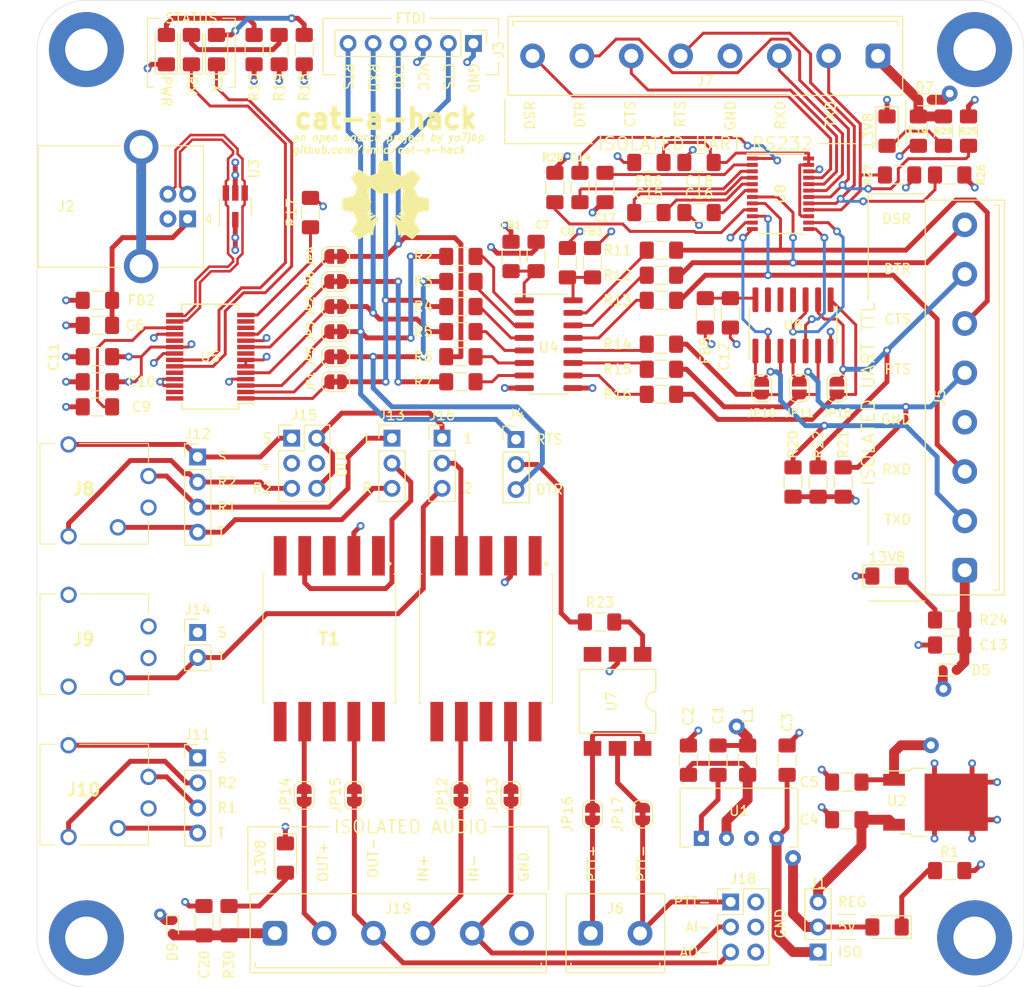
<source format=kicad_pcb>
(kicad_pcb (version 20171130) (host pcbnew "(5.1.5)-3")
  (layers (0 F.Cu signal) (1 In1.Cu power hide) (2 In2.Cu power hide) (31 B.Cu signal) (35 F.Paste user) (36 B.SilkS user) (37 F.SilkS user) (39 F.Mask user) (44 Edge.Cuts user))
  (net 0 "")
  (net 1 VCC)
  (net 2 GND)
  (net 3 "Net-(C2-Pad2)")
  (net 4 XCVR_GND)
  (net 5 "Net-(C3-Pad2)")
  (net 6 "Net-(C4-Pad1)")
  (net 7 XCVR_13V8)
  (net 8 "Net-(C6-Pad1)")
  (net 9 "Net-(C7-Pad2)")
  (net 10 "Net-(C8-Pad1)")
  (net 11 "Net-(C9-Pad1)")
  (net 12 "Net-(C12-Pad2)")
  (net 13 "Net-(C13-Pad1)")
  (net 14 "Net-(C14-Pad2)")
  (net 15 "Net-(C14-Pad1)")
  (net 16 "Net-(C15-Pad1)")
  (net 17 "Net-(C15-Pad2)")
  (net 18 "Net-(C16-Pad1)")
  (net 19 "Net-(C17-Pad1)")
  (net 20 "Net-(C18-Pad2)")
  (net 21 "Net-(C19-Pad1)")
  (net 22 "Net-(C20-Pad1)")
  (net 23 "Net-(D2-Pad2)")
  (net 24 "Net-(D3-Pad2)")
  (net 25 TXLED)
  (net 26 RXLED)
  (net 27 "Net-(D4-Pad2)")
  (net 28 "Net-(D6-Pad2)")
  (net 29 "Net-(D8-Pad2)")
  (net 30 "Net-(D10-Pad2)")
  (net 31 XCVR_5V)
  (net 32 USB_D+)
  (net 33 USB_D-)
  (net 34 "Net-(J2-Pad5)")
  (net 35 /data/CTS)
  (net 36 /data/TXD)
  (net 37 /data/RXD)
  (net 38 /data/RTS)
  (net 39 /data/DTR)
  (net 40 "Net-(J4-Pad2)")
  (net 41 /data/XCVR_TXD_CON)
  (net 42 /data/XCVR_RTS_CON)
  (net 43 /data/XCVR_DTR_CON)
  (net 44 "Net-(J6-Pad1)")
  (net 45 XCVR_PTT-)
  (net 46 /data/rs232/RS232_DSR)
  (net 47 /data/rs232/RS232_DTR)
  (net 48 /data/rs232/RS232_CTS)
  (net 49 /data/rs232/RS232_RTS)
  (net 50 /data/rs232/RS232_RXD)
  (net 51 /data/rs232/RS232_TXD)
  (net 52 "Net-(J10-PadS)")
  (net 53 "Net-(J10-PadR2)")
  (net 54 "Net-(J10-PadR1)")
  (net 55 "Net-(J10-PadT)")
  (net 56 "Net-(J12-Pad4)")
  (net 57 "Net-(J12-Pad3)")
  (net 58 "Net-(J12-Pad2)")
  (net 59 "Net-(J12-Pad1)")
  (net 60 PC_AUDIO_GND)
  (net 61 "Net-(J15-Pad4)")
  (net 62 "Net-(J19-Pad2)")
  (net 63 "Net-(J19-Pad4)")
  (net 64 /data/DSR)
  (net 65 /audio/AUDIO_IN)
  (net 66 /audio/AUDIO_OUT)
  (net 67 /audio/XCVR_AUDIO_IN+)
  (net 68 /audio/XCVR_AUDIO_IN-)
  (net 69 /audio/XCVR_AUDIO_OUT+)
  (net 70 /audio/XCVR_AUDIO_OUT-)
  (net 71 "Net-(JP16-Pad1)")
  (net 72 "Net-(JP17-Pad1)")
  (net 73 "Net-(R2-Pad1)")
  (net 74 "Net-(R3-Pad1)")
  (net 75 "Net-(R4-Pad1)")
  (net 76 "Net-(R5-Pad1)")
  (net 77 "Net-(R6-Pad1)")
  (net 78 "Net-(R7-Pad1)")
  (net 79 "Net-(R11-Pad2)")
  (net 80 "Net-(R12-Pad2)")
  (net 81 "Net-(R13-Pad2)")
  (net 82 /data/XCVR_TXD)
  (net 83 "Net-(R14-Pad2)")
  (net 84 "Net-(R15-Pad2)")
  (net 85 /data/XCVR_RTS)
  (net 86 /data/XCVR_DTR)
  (net 87 "Net-(R16-Pad2)")
  (net 88 "Net-(R17-Pad2)")
  (net 89 "Net-(R23-Pad1)")
  (net 90 "Net-(R28-Pad2)")
  (net 91 "Net-(T1-Pad10)")
  (net 92 "Net-(T1-Pad8)")
  (net 93 "Net-(T1-Pad6)")
  (net 94 "Net-(T1-Pad5)")
  (net 95 "Net-(T1-Pad3)")
  (net 96 "Net-(T1-Pad1)")
  (net 97 "Net-(T2-Pad1)")
  (net 98 "Net-(T2-Pad3)")
  (net 99 "Net-(T2-Pad5)")
  (net 100 "Net-(T2-Pad6)")
  (net 101 "Net-(T2-Pad8)")
  (net 102 "Net-(T2-Pad10)")
  (net 103 "Net-(U3-Pad1)")
  (net 104 "Net-(U3-Pad3)")
  (net 105 "Net-(U5-Pad12)")
  (net 106 "Net-(U5-Pad13)")
  (net 107 "Net-(U5-Pad19)")
  (net 108 "Net-(U5-Pad27)")
  (net 109 "Net-(U5-Pad28)")
  (net 110 "Net-(U6-Pad11)")
  (net 111 "Net-(U6-Pad12)")
  (net 112 "Net-(U6-Pad13)")
  (net 113 "Net-(U7-Pad3)")
  (net 114 "Net-(J9-PadR2)")
  (net 115 "Net-(J9-PadR1)")
  (net 116 "Net-(J15-Pad2)")
  (net 117 "Net-(J18-Pad3)")
  (net 118 "Net-(D1-Pad1)")
  (net 119 "Net-(J14-Pad2)")
  (net 120 XCVR_TXD_DRV)
  (net 121 XCVR_RTS_DRV)
  (net 122 XCVR_DTR_DRV)
  (net 123 "Net-(JP1-Pad1)")
  (net 124 "Net-(JP2-Pad1)")
  (net 125 "Net-(JP3-Pad1)")
  (net 126 "Net-(JP4-Pad1)")
  (net 127 "Net-(JP5-Pad1)")
  (net 128 "Net-(JP6-Pad1)")
  (net 129 "Net-(J18-Pad5)")
  (net 130 XCVR_RXD)
  (net 131 XCVR_CTS)
  (net 132 XCVR_DSR)
  (module logo:logo (layer F.Cu) (at 60.325 55.245)
    (fp_text reference G*** hide)
    (fp_text value LOGO hide)
  )
  (module Resistor_SMD:R_1206_3216Metric_Pad1.42x1.75mm_HandSolder (layer F.Cu) (at 117.475 52.705)
    (fp_text reference R26 (at 3.175 0 270) (layer F.SilkS) (effects (font (size 0.75 0.75))))
    (fp_text value 1k)
    (pad 1 smd roundrect (at -1.4875 0) (size 1.425 1.75) (layers F.Cu F.Paste F.Mask) (roundrect_rratio 0.175439) (net 49 /data/rs232/RS232_RTS))
    (pad 2 smd roundrect (at 1.4875 0) (size 1.425 1.75) (layers F.Cu F.Paste F.Mask) (roundrect_rratio 0.175439) (net 4 XCVR_GND))
  )
  (module Resistor_SMD:R_1206_3216Metric_Pad1.42x1.75mm_HandSolder (layer F.Cu) (at 67.945 73.66 180)
    (fp_text reference R7 (at 3.81 0) (layer F.SilkS))
    (fp_text value 270)
    (pad 1 smd roundrect (at -1.4875 0 180) (size 1.425 1.75) (layers F.Cu F.Paste F.Mask) (roundrect_rratio 0.175439) (net 78 "Net-(R7-Pad1)"))
    (pad 2 smd roundrect (at 1.4875 0 180) (size 1.425 1.75) (layers F.Cu F.Paste F.Mask) (roundrect_rratio 0.175439) (net 64 /data/DSR))
  )
  (module Resistor_SMD:R_1206_3216Metric_Pad1.42x1.75mm_HandSolder (layer F.Cu) (at 67.945 60.96 180)
    (fp_text reference R2 (at 3.81 0) (layer F.SilkS))
    (fp_text value 270)
    (pad 2 smd roundrect (at 1.4875 0 180) (size 1.425 1.75) (layers F.Cu F.Paste F.Mask) (roundrect_rratio 0.175439) (net 38 /data/RTS))
    (pad 1 smd roundrect (at -1.4875 0 180) (size 1.425 1.75) (layers F.Cu F.Paste F.Mask) (roundrect_rratio 0.175439) (net 73 "Net-(R2-Pad1)"))
  )
  (module Resistor_SMD:R_1206_3216Metric_Pad1.42x1.75mm_HandSolder (layer F.Cu) (at 67.945 63.5 180)
    (fp_text reference R3 (at 3.81 0 180) (layer F.SilkS))
    (fp_text value 270)
    (pad 1 smd roundrect (at -1.4875 0 180) (size 1.425 1.75) (layers F.Cu F.Paste F.Mask) (roundrect_rratio 0.175439) (net 74 "Net-(R3-Pad1)"))
    (pad 2 smd roundrect (at 1.4875 0 180) (size 1.425 1.75) (layers F.Cu F.Paste F.Mask) (roundrect_rratio 0.175439) (net 39 /data/DTR))
  )
  (module Resistor_SMD:R_1206_3216Metric_Pad1.42x1.75mm_HandSolder (layer F.Cu) (at 67.945 68.58 180)
    (fp_text reference R5 (at 3.81 0) (layer F.SilkS))
    (fp_text value 270)
    (pad 1 smd roundrect (at -1.4875 0 180) (size 1.425 1.75) (layers F.Cu F.Paste F.Mask) (roundrect_rratio 0.175439) (net 76 "Net-(R5-Pad1)"))
    (pad 2 smd roundrect (at 1.4875 0 180) (size 1.425 1.75) (layers F.Cu F.Paste F.Mask) (roundrect_rratio 0.175439) (net 37 /data/RXD))
  )
  (module Resistor_SMD:R_1206_3216Metric_Pad1.42x1.75mm_HandSolder (layer F.Cu) (at 67.945 66.04 180)
    (fp_text reference R4 (at 3.81 0) (layer F.SilkS))
    (fp_text value 270)
    (pad 2 smd roundrect (at 1.4875 0 180) (size 1.425 1.75) (layers F.Cu F.Paste F.Mask) (roundrect_rratio 0.175439) (net 36 /data/TXD))
    (pad 1 smd roundrect (at -1.4875 0 180) (size 1.425 1.75) (layers F.Cu F.Paste F.Mask) (roundrect_rratio 0.175439) (net 75 "Net-(R4-Pad1)"))
  )
  (module Resistor_SMD:R_1206_3216Metric_Pad1.42x1.75mm_HandSolder (layer F.Cu) (at 67.945 71.12 180)
    (fp_text reference R6 (at 3.81 0) (layer F.SilkS))
    (fp_text value 270)
    (pad 2 smd roundrect (at 1.4875 0 180) (size 1.425 1.75) (layers F.Cu F.Paste F.Mask) (roundrect_rratio 0.175439) (net 35 /data/CTS))
    (pad 1 smd roundrect (at -1.4875 0 180) (size 1.425 1.75) (layers F.Cu F.Paste F.Mask) (roundrect_rratio 0.175439) (net 77 "Net-(R6-Pad1)"))
  )
  (module Resistor_SMD:R_1206_3216Metric_Pad1.42x1.75mm_HandSolder (layer F.Cu) (at 52.705 56.515 270)
    (fp_text reference R17 (at 0 1.905 90) (layer F.SilkS))
    (fp_text value 10k)
    (pad 2 smd roundrect (at 1.4875 0 270) (size 1.425 1.75) (layers F.Cu F.Paste F.Mask) (roundrect_rratio 0.175439) (net 88 "Net-(R17-Pad2)"))
    (pad 1 smd roundrect (at -1.4875 0 270) (size 1.425 1.75) (layers F.Cu F.Paste F.Mask) (roundrect_rratio 0.175439) (net 1 VCC))
  )
  (module Capacitor_SMD:C_1206_3216Metric_Pad1.42x1.75mm_HandSolder (layer F.Cu) (at 107.045 114.225)
    (fp_text reference C5 (at -3.81 0) (layer F.SilkS))
    (fp_text value 330n)
    (pad 1 smd roundrect (at -1.4875 0) (size 1.425 1.75) (layers F.Cu F.Paste F.Mask) (roundrect_rratio 0.175439) (net 4 XCVR_GND))
    (pad 2 smd roundrect (at 1.4875 0) (size 1.425 1.75) (layers F.Cu F.Paste F.Mask) (roundrect_rratio 0.175439) (net 7 XCVR_13V8))
  )
  (module Capacitor_SMD:C_1206_3216Metric_Pad1.42x1.75mm_HandSolder (layer F.Cu) (at 107.045 118.035 180)
    (fp_text reference C4 (at 3.81 0) (layer F.SilkS))
    (fp_text value 100n)
    (pad 2 smd roundrect (at 1.4875 0 180) (size 1.425 1.75) (layers F.Cu F.Paste F.Mask) (roundrect_rratio 0.175439) (net 4 XCVR_GND))
    (pad 1 smd roundrect (at -1.4875 0 180) (size 1.425 1.75) (layers F.Cu F.Paste F.Mask) (roundrect_rratio 0.175439) (net 6 "Net-(C4-Pad1)"))
  )
  (module Package_TO_SOT_SMD:TO-252-2 (layer F.Cu) (at 116.035 116.265)
    (fp_text reference U2 (at -3.91 -0.135) (layer F.SilkS))
    (fp_text value L78M05CDT-TR)
    (pad 2 smd rect (at 2.1 0) (size 6.4 5.8) (layers F.Cu F.Mask) (net 4 XCVR_GND))
    (pad 3 smd rect (at -4.2 2.28) (size 2.2 1.2) (layers F.Cu F.Paste F.Mask) (net 6 "Net-(C4-Pad1)"))
    (pad 1 smd rect (at -4.2 -2.28) (size 2.2 1.2) (layers F.Cu F.Paste F.Mask) (net 7 XCVR_13V8))
  )
  (module Capacitor_SMD:C_1206_3216Metric_Pad1.42x1.75mm_HandSolder (layer F.Cu) (at 82.55 53.975 270)
    (fp_text reference C17 (at 3.063726 -0.007808 180) (layer F.SilkS) (effects (font (size 0.75 0.75))))
    (fp_text value 100n)
    (pad 2 smd roundrect (at 1.4875 0 270) (size 1.425 1.75) (layers F.Cu F.Paste F.Mask) (roundrect_rratio 0.175439) (net 4 XCVR_GND))
    (pad 1 smd roundrect (at -1.4875 0 270) (size 1.425 1.75) (layers F.Cu F.Paste F.Mask) (roundrect_rratio 0.175439) (net 19 "Net-(C17-Pad1)"))
  )
  (module Capacitor_SMD:C_1206_3216Metric_Pad1.42x1.75mm_HandSolder (layer F.Cu) (at 80.01 53.975 270)
    (fp_text reference C14 (at -3.064407 -0.030126 180) (layer F.SilkS) (effects (font (size 0.75 0.75))))
    (fp_text value 100n)
    (pad 1 smd roundrect (at -1.4875 0 270) (size 1.425 1.75) (layers F.Cu F.Paste F.Mask) (roundrect_rratio 0.175439) (net 15 "Net-(C14-Pad1)"))
    (pad 2 smd roundrect (at 1.4875 0 270) (size 1.425 1.75) (layers F.Cu F.Paste F.Mask) (roundrect_rratio 0.175439) (net 14 "Net-(C14-Pad2)"))
  )
  (module Resistor_SMD:R_1206_3216Metric_Pad1.42x1.75mm_HandSolder (layer F.Cu) (at 77.47 53.975 270)
    (fp_text reference R28 (at -3.036138 0.205484 180) (layer F.SilkS) (effects (font (size 0.75 0.75))))
    (fp_text value 10k)
    (pad 2 smd roundrect (at 1.4875 0 270) (size 1.425 1.75) (layers F.Cu F.Paste F.Mask) (roundrect_rratio 0.175439) (net 90 "Net-(R28-Pad2)"))
    (pad 1 smd roundrect (at -1.4875 0 270) (size 1.425 1.75) (layers F.Cu F.Paste F.Mask) (roundrect_rratio 0.175439) (net 4 XCVR_GND))
  )
  (module Package_SO:TSSOP-24_4.4x7.8mm_P0.65mm (layer F.Cu) (at 100.33 54.61)
    (fp_text reference U8 (at 0 0 90) (layer F.SilkS))
    (fp_text value MAX3387ECUG+)
    (pad 1 smd rect (at -2.85 -3.575) (size 1.1 0.4) (layers F.Cu F.Paste F.Mask) (net 15 "Net-(C14-Pad1)"))
    (pad 2 smd rect (at -2.85 -2.925) (size 1.1 0.4) (layers F.Cu F.Paste F.Mask) (net 19 "Net-(C17-Pad1)"))
    (pad 3 smd rect (at -2.85 -2.275) (size 1.1 0.4) (layers F.Cu F.Paste F.Mask) (net 14 "Net-(C14-Pad2)"))
    (pad 4 smd rect (at -2.85 -1.625) (size 1.1 0.4) (layers F.Cu F.Paste F.Mask) (net 16 "Net-(C15-Pad1)"))
    (pad 5 smd rect (at -2.85 -0.975) (size 1.1 0.4) (layers F.Cu F.Paste F.Mask) (net 17 "Net-(C15-Pad2)"))
    (pad 6 smd rect (at -2.85 -0.325) (size 1.1 0.4) (layers F.Cu F.Paste F.Mask) (net 18 "Net-(C16-Pad1)"))
    (pad 7 smd rect (at -2.85 0.325) (size 1.1 0.4) (layers F.Cu F.Paste F.Mask) (net 132 XCVR_DSR))
    (pad 8 smd rect (at -2.85 0.975) (size 1.1 0.4) (layers F.Cu F.Paste F.Mask) (net 131 XCVR_CTS))
    (pad 9 smd rect (at -2.85 1.625) (size 1.1 0.4) (layers F.Cu F.Paste F.Mask) (net 90 "Net-(R28-Pad2)"))
    (pad 10 smd rect (at -2.85 2.275) (size 1.1 0.4) (layers F.Cu F.Paste F.Mask) (net 130 XCVR_RXD))
    (pad 11 smd rect (at -2.85 2.925) (size 1.1 0.4) (layers F.Cu F.Paste F.Mask) (net 4 XCVR_GND))
    (pad 12 smd rect (at -2.85 3.575) (size 1.1 0.4) (layers F.Cu F.Paste F.Mask) (net 120 XCVR_TXD_DRV))
    (pad 13 smd rect (at 2.85 3.575) (size 1.1 0.4) (layers F.Cu F.Paste F.Mask) (net 121 XCVR_RTS_DRV))
    (pad 14 smd rect (at 2.85 2.925) (size 1.1 0.4) (layers F.Cu F.Paste F.Mask) (net 122 XCVR_DTR_DRV))
    (pad 15 smd rect (at 2.85 2.275) (size 1.1 0.4) (layers F.Cu F.Paste F.Mask) (net 20 "Net-(C18-Pad2)"))
    (pad 16 smd rect (at 2.85 1.625) (size 1.1 0.4) (layers F.Cu F.Paste F.Mask) (net 51 /data/rs232/RS232_TXD))
    (pad 17 smd rect (at 2.85 0.975) (size 1.1 0.4) (layers F.Cu F.Paste F.Mask) (net 49 /data/rs232/RS232_RTS))
    (pad 18 smd rect (at 2.85 0.325) (size 1.1 0.4) (layers F.Cu F.Paste F.Mask) (net 47 /data/rs232/RS232_DTR))
    (pad 19 smd rect (at 2.85 -0.325) (size 1.1 0.4) (layers F.Cu F.Paste F.Mask) (net 50 /data/rs232/RS232_RXD))
    (pad 20 smd rect (at 2.85 -0.975) (size 1.1 0.4) (layers F.Cu F.Paste F.Mask) (net 48 /data/rs232/RS232_CTS))
    (pad 21 smd rect (at 2.85 -1.625) (size 1.1 0.4) (layers F.Cu F.Paste F.Mask) (net 46 /data/rs232/RS232_DSR))
    (pad 22 smd rect (at 2.85 -2.275) (size 1.1 0.4) (layers F.Cu F.Paste F.Mask) (net 4 XCVR_GND))
    (pad 23 smd rect (at 2.85 -2.925) (size 1.1 0.4) (layers F.Cu F.Paste F.Mask) (net 20 "Net-(C18-Pad2)"))
    (pad 24 smd rect (at 2.85 -3.575) (size 1.1 0.4) (layers F.Cu F.Paste F.Mask) (net 20 "Net-(C18-Pad2)"))
  )
  (module Resistor_SMD:R_1206_3216Metric_Pad1.42x1.75mm_HandSolder (layer F.Cu) (at 88.265 74.93 180)
    (fp_text reference R16 (at 4.445 0) (layer F.SilkS))
    (fp_text value 270)
    (pad 1 smd roundrect (at -1.4875 0 180) (size 1.425 1.75) (layers F.Cu F.Paste F.Mask) (roundrect_rratio 0.175439) (net 86 /data/XCVR_DTR))
    (pad 2 smd roundrect (at 1.4875 0 180) (size 1.425 1.75) (layers F.Cu F.Paste F.Mask) (roundrect_rratio 0.175439) (net 87 "Net-(R16-Pad2)"))
  )
  (module Jumper:SolderJumper-2_P1.3mm_Open_RoundedPad1.0x1.5mm (layer F.Cu) (at 102.235 74.295 90)
    (fp_text reference JP11 (at -2.54 0) (layer F.SilkS) (effects (font (size 0.8 0.8))))
    (fp_text value SolderJumper_2_Open)
    (pad 1 smd custom (at -0.65 0 90) (size 1 0.5) (layers F.Cu F.Mask) (net 85 /data/XCVR_RTS) (options (clearance outline) (anchor rect)) (primitives (gr_circle (center 0 0.25) (end 0.5 0.25) (width 0)) (gr_circle (center 0 -0.25) (end 0.5 -0.25) (width 0)) (gr_poly (pts (xy 0 -0.75) (xy 0.5 -0.75) (xy 0.5 0.75) (xy 0 0.75)) (width 0))))
    (pad 2 smd custom (at 0.65 0 90) (size 1 0.5) (layers F.Cu F.Mask) (net 42 /data/XCVR_RTS_CON) (options (clearance outline) (anchor rect)) (primitives (gr_circle (center 0 0.25) (end 0.5 0.25) (width 0)) (gr_circle (center 0 -0.25) (end 0.5 -0.25) (width 0)) (gr_poly (pts (xy 0 -0.75) (xy -0.5 -0.75) (xy -0.5 0.75) (xy 0 0.75)) (width 0))))
  )
  (module Resistor_SMD:R_1206_3216Metric_Pad1.42x1.75mm_HandSolder (layer F.Cu) (at 88.265 72.39 180)
    (fp_text reference R15 (at 4.445 0) (layer F.SilkS))
    (fp_text value 270)
    (pad 2 smd roundrect (at 1.4875 0 180) (size 1.425 1.75) (layers F.Cu F.Paste F.Mask) (roundrect_rratio 0.175439) (net 84 "Net-(R15-Pad2)"))
    (pad 1 smd roundrect (at -1.4875 0 180) (size 1.425 1.75) (layers F.Cu F.Paste F.Mask) (roundrect_rratio 0.175439) (net 85 /data/XCVR_RTS))
  )
  (module Capacitor_SMD:C_1206_3216Metric_Pad1.42x1.75mm_HandSolder (layer F.Cu) (at 95.25 66.675 90)
    (fp_text reference C12 (at -4.445 -0.635 90) (layer F.SilkS))
    (fp_text value 100n)
    (pad 1 smd roundrect (at -1.4875 0 90) (size 1.425 1.75) (layers F.Cu F.Paste F.Mask) (roundrect_rratio 0.175439) (net 4 XCVR_GND))
    (pad 2 smd roundrect (at 1.4875 0 90) (size 1.425 1.75) (layers F.Cu F.Paste F.Mask) (roundrect_rratio 0.175439) (net 12 "Net-(C12-Pad2)"))
  )
  (module Package_SO:SSOP-28_5.3x10.2mm_P0.65mm (layer F.Cu) (at 42.545 71.12 180)
    (fp_text reference U5 (at 0 0) (layer F.SilkS))
    (fp_text value FT232RL)
    (pad 28 smd rect (at 3.6 -4.225 180) (size 1.75 0.45) (layers F.Cu F.Paste F.Mask) (net 109 "Net-(U5-Pad28)"))
    (pad 27 smd rect (at 3.6 -3.575 180) (size 1.75 0.45) (layers F.Cu F.Paste F.Mask) (net 108 "Net-(U5-Pad27)"))
    (pad 26 smd rect (at 3.6 -2.925 180) (size 1.75 0.45) (layers F.Cu F.Paste F.Mask) (net 2 GND))
    (pad 25 smd rect (at 3.6 -2.275 180) (size 1.75 0.45) (layers F.Cu F.Paste F.Mask) (net 2 GND))
    (pad 24 smd rect (at 3.6 -1.625 180) (size 1.75 0.45) (layers F.Cu F.Paste F.Mask))
    (pad 23 smd rect (at 3.6 -0.975 180) (size 1.75 0.45) (layers F.Cu F.Paste F.Mask) (net 25 TXLED))
    (pad 22 smd rect (at 3.6 -0.325 180) (size 1.75 0.45) (layers F.Cu F.Paste F.Mask) (net 26 RXLED))
    (pad 21 smd rect (at 3.6 0.325 180) (size 1.75 0.45) (layers F.Cu F.Paste F.Mask) (net 2 GND))
    (pad 20 smd rect (at 3.6 0.975 180) (size 1.75 0.45) (layers F.Cu F.Paste F.Mask) (net 1 VCC))
    (pad 19 smd rect (at 3.6 1.625 180) (size 1.75 0.45) (layers F.Cu F.Paste F.Mask) (net 107 "Net-(U5-Pad19)"))
    (pad 18 smd rect (at 3.6 2.275 180) (size 1.75 0.45) (layers F.Cu F.Paste F.Mask) (net 2 GND))
    (pad 17 smd rect (at 3.6 2.925 180) (size 1.75 0.45) (layers F.Cu F.Paste F.Mask) (net 11 "Net-(C9-Pad1)"))
    (pad 16 smd rect (at 3.6 3.575 180) (size 1.75 0.45) (layers F.Cu F.Paste F.Mask) (net 33 USB_D-))
    (pad 15 smd rect (at 3.6 4.225 180) (size 1.75 0.45) (layers F.Cu F.Paste F.Mask) (net 32 USB_D+))
    (pad 14 smd rect (at -3.6 4.225 180) (size 1.75 0.45) (layers F.Cu F.Paste F.Mask) (net 88 "Net-(R17-Pad2)"))
    (pad 13 smd rect (at -3.6 3.575 180) (size 1.75 0.45) (layers F.Cu F.Paste F.Mask) (net 106 "Net-(U5-Pad13)"))
    (pad 12 smd rect (at -3.6 2.925 180) (size 1.75 0.45) (layers F.Cu F.Paste F.Mask) (net 105 "Net-(U5-Pad12)"))
    (pad 11 smd rect (at -3.6 2.275 180) (size 1.75 0.45) (layers F.Cu F.Paste F.Mask) (net 126 "Net-(JP4-Pad1)"))
    (pad 10 smd rect (at -3.6 1.625 180) (size 1.75 0.45) (layers F.Cu F.Paste F.Mask) (net 2 GND))
    (pad 9 smd rect (at -3.6 0.975 180) (size 1.75 0.45) (layers F.Cu F.Paste F.Mask) (net 128 "Net-(JP6-Pad1)"))
    (pad 8 smd rect (at -3.6 0.325 180) (size 1.75 0.45) (layers F.Cu F.Paste F.Mask))
    (pad 7 smd rect (at -3.6 -0.325 180) (size 1.75 0.45) (layers F.Cu F.Paste F.Mask) (net 2 GND))
    (pad 6 smd rect (at -3.6 -0.975 180) (size 1.75 0.45) (layers F.Cu F.Paste F.Mask) (net 2 GND))
    (pad 5 smd rect (at -3.6 -1.625 180) (size 1.75 0.45) (layers F.Cu F.Paste F.Mask) (net 124 "Net-(JP2-Pad1)"))
    (pad 4 smd rect (at -3.6 -2.275 180) (size 1.75 0.45) (layers F.Cu F.Paste F.Mask) (net 1 VCC))
    (pad 3 smd rect (at -3.6 -2.925 180) (size 1.75 0.45) (layers F.Cu F.Paste F.Mask) (net 125 "Net-(JP3-Pad1)"))
    (pad 2 smd rect (at -3.6 -3.575 180) (size 1.75 0.45) (layers F.Cu F.Paste F.Mask) (net 127 "Net-(JP5-Pad1)"))
    (pad 1 smd rect (at -3.6 -4.225 180) (size 1.75 0.45) (layers F.Cu F.Paste F.Mask) (net 123 "Net-(JP1-Pad1)"))
  )
  (module Connector_PinHeader_2.54mm:PinHeader_1x03_P2.54mm_Vertical (layer F.Cu) (at 60.96 79.375)
    (fp_text reference J13 (at 0 -2.33) (layer F.SilkS))
    (fp_text value "L/R channel choice")
    (pad 1 thru_hole rect (at 0 0) (size 1.7 1.7) (drill 1) (layers *.Cu *.Mask) (net 57 "Net-(J12-Pad3)"))
    (pad 2 thru_hole oval (at 0 2.54) (size 1.7 1.7) (drill 1) (layers *.Cu *.Mask) (net 65 /audio/AUDIO_IN))
    (pad 3 thru_hole oval (at 0 5.08) (size 1.7 1.7) (drill 1) (layers *.Cu *.Mask) (net 56 "Net-(J12-Pad4)"))
  )
  (module Package_SO:SOIC-16_3.9x9.9mm_P1.27mm (layer F.Cu) (at 76.835 69.85)
    (fp_text reference U4 (at 0 0.34) (layer F.SilkS))
    (fp_text value Si8663AB-B-IS1)
    (pad 1 smd roundrect (at -2.475 -4.445) (size 1.95 0.6) (layers F.Cu F.Paste F.Mask) (net 9 "Net-(C7-Pad2)"))
    (pad 2 smd roundrect (at -2.475 -3.175) (size 1.95 0.6) (layers F.Cu F.Paste F.Mask) (net 73 "Net-(R2-Pad1)"))
    (pad 3 smd roundrect (at -2.475 -1.905) (size 1.95 0.6) (layers F.Cu F.Paste F.Mask) (net 74 "Net-(R3-Pad1)"))
    (pad 4 smd roundrect (at -2.475 -0.635) (size 1.95 0.6) (layers F.Cu F.Paste F.Mask) (net 75 "Net-(R4-Pad1)"))
    (pad 5 smd roundrect (at -2.475 0.635) (size 1.95 0.6) (layers F.Cu F.Paste F.Mask) (net 76 "Net-(R5-Pad1)"))
    (pad 6 smd roundrect (at -2.475 1.905) (size 1.95 0.6) (layers F.Cu F.Paste F.Mask) (net 77 "Net-(R6-Pad1)"))
    (pad 7 smd roundrect (at -2.475 3.175) (size 1.95 0.6) (layers F.Cu F.Paste F.Mask) (net 78 "Net-(R7-Pad1)"))
    (pad 8 smd roundrect (at -2.475 4.445) (size 1.95 0.6) (layers F.Cu F.Paste F.Mask) (net 2 GND))
    (pad 9 smd roundrect (at 2.475 4.445) (size 1.95 0.6) (layers F.Cu F.Paste F.Mask) (net 4 XCVR_GND))
    (pad 10 smd roundrect (at 2.475 3.175) (size 1.95 0.6) (layers F.Cu F.Paste F.Mask) (net 87 "Net-(R16-Pad2)"))
    (pad 11 smd roundrect (at 2.475 1.905) (size 1.95 0.6) (layers F.Cu F.Paste F.Mask) (net 84 "Net-(R15-Pad2)"))
    (pad 12 smd roundrect (at 2.475 0.635) (size 1.95 0.6) (layers F.Cu F.Paste F.Mask) (net 83 "Net-(R14-Pad2)"))
    (pad 13 smd roundrect (at 2.475 -0.635) (size 1.95 0.6) (layers F.Cu F.Paste F.Mask) (net 81 "Net-(R13-Pad2)"))
    (pad 14 smd roundrect (at 2.475 -1.905) (size 1.95 0.6) (layers F.Cu F.Paste F.Mask) (net 80 "Net-(R12-Pad2)"))
    (pad 15 smd roundrect (at 2.475 -3.175) (size 1.95 0.6) (layers F.Cu F.Paste F.Mask) (net 79 "Net-(R11-Pad2)"))
    (pad 16 smd roundrect (at 2.475 -4.445) (size 1.95 0.6) (layers F.Cu F.Paste F.Mask) (net 10 "Net-(C8-Pad1)"))
  )
  (module Resistor_SMD:R_1206_3216Metric_Pad1.42x1.75mm_HandSolder (layer F.Cu) (at 82 98 180)
    (fp_text reference R23 (at -0.042 1.988 180) (layer F.SilkS))
    (fp_text value 1k)
    (pad 1 smd roundrect (at -1.4875 0 180) (size 1.425 1.75) (layers F.Cu F.Paste F.Mask) (roundrect_rratio 0.175439) (net 89 "Net-(R23-Pad1)"))
    (pad 2 smd roundrect (at 1.4875 0 180) (size 1.425 1.75) (layers F.Cu F.Paste F.Mask) (roundrect_rratio 0.175439) (net 40 "Net-(J4-Pad2)"))
  )
  (module Resistor_SMD:R_1206_3216Metric_Pad1.42x1.75mm_HandSolder (layer F.Cu) (at 88.265 62.865 180)
    (fp_text reference R12 (at 4.445 0 180) (layer F.SilkS))
    (fp_text value 270)
    (pad 1 smd roundrect (at -1.4875 0 180) (size 1.425 1.75) (layers F.Cu F.Paste F.Mask) (roundrect_rratio 0.175439) (net 132 XCVR_DSR))
    (pad 2 smd roundrect (at 1.4875 0 180) (size 1.425 1.75) (layers F.Cu F.Paste F.Mask) (roundrect_rratio 0.175439) (net 80 "Net-(R12-Pad2)"))
  )
  (module Resistor_SMD:R_1206_3216Metric_Pad1.42x1.75mm_HandSolder (layer F.Cu) (at 88.265 60.325 180)
    (fp_text reference R11 (at 4.445 0) (layer F.SilkS))
    (fp_text value 270)
    (pad 2 smd roundrect (at 1.4875 0 180) (size 1.425 1.75) (layers F.Cu F.Paste F.Mask) (roundrect_rratio 0.175439) (net 79 "Net-(R11-Pad2)"))
    (pad 1 smd roundrect (at -1.4875 0 180) (size 1.425 1.75) (layers F.Cu F.Paste F.Mask) (roundrect_rratio 0.175439) (net 131 XCVR_CTS))
  )
  (module Resistor_SMD:R_1206_3216Metric_Pad1.42x1.75mm_HandSolder (layer F.Cu) (at 88.265 65.405 180)
    (fp_text reference R13 (at 4.445 0) (layer F.SilkS))
    (fp_text value 270)
    (pad 2 smd roundrect (at 1.4875 0 180) (size 1.425 1.75) (layers F.Cu F.Paste F.Mask) (roundrect_rratio 0.175439) (net 81 "Net-(R13-Pad2)"))
    (pad 1 smd roundrect (at -1.4875 0 180) (size 1.425 1.75) (layers F.Cu F.Paste F.Mask) (roundrect_rratio 0.175439) (net 130 XCVR_RXD))
  )
  (module Resistor_SMD:R_1206_3216Metric_Pad1.42x1.75mm_HandSolder (layer F.Cu) (at 88.265 69.85 180)
    (fp_text reference R14 (at 4.445 0) (layer F.SilkS))
    (fp_text value 270)
    (pad 1 smd roundrect (at -1.4875 0 180) (size 1.425 1.75) (layers F.Cu F.Paste F.Mask) (roundrect_rratio 0.175439) (net 82 /data/XCVR_TXD))
    (pad 2 smd roundrect (at 1.4875 0 180) (size 1.425 1.75) (layers F.Cu F.Paste F.Mask) (roundrect_rratio 0.175439) (net 83 "Net-(R14-Pad2)"))
  )
  (module custom:SOIC-14_P1.27mm_Handsolder (layer F.Cu) (at 101.6 67.945 90)
    (fp_text reference U6 (at 0 0) (layer F.SilkS))
    (fp_text value SN74HCT32D)
    (pad 1 smd roundrect (at -2.6 -3.81 90) (size 2.5 0.6) (layers F.Cu F.Paste F.Mask) (net 41 /data/XCVR_TXD_CON))
    (pad 2 smd roundrect (at -2.6 -2.54 90) (size 2.5 0.6) (layers F.Cu F.Paste F.Mask) (net 120 XCVR_TXD_DRV))
    (pad 3 smd roundrect (at -2.6 -1.27 90) (size 2.5 0.6) (layers F.Cu F.Paste F.Mask) (net 82 /data/XCVR_TXD))
    (pad 4 smd roundrect (at -2.6 0 90) (size 2.5 0.6) (layers F.Cu F.Paste F.Mask) (net 42 /data/XCVR_RTS_CON))
    (pad 5 smd roundrect (at -2.6 1.27 90) (size 2.5 0.6) (layers F.Cu F.Paste F.Mask) (net 121 XCVR_RTS_DRV))
    (pad 6 smd roundrect (at -2.6 2.54 90) (size 2.5 0.6) (layers F.Cu F.Paste F.Mask) (net 85 /data/XCVR_RTS))
    (pad 7 smd roundrect (at -2.6 3.81 90) (size 2.5 0.6) (layers F.Cu F.Paste F.Mask) (net 4 XCVR_GND))
    (pad 8 smd roundrect (at 2.6 3.81 90) (size 2.5 0.6) (layers F.Cu F.Paste F.Mask) (net 86 /data/XCVR_DTR))
    (pad 9 smd roundrect (at 2.6 2.54 90) (size 2.5 0.6) (layers F.Cu F.Paste F.Mask) (net 43 /data/XCVR_DTR_CON))
    (pad 10 smd roundrect (at 2.6 1.27 90) (size 2.5 0.6) (layers F.Cu F.Paste F.Mask) (net 122 XCVR_DTR_DRV))
    (pad 11 smd roundrect (at 2.6 0 90) (size 2.5 0.6) (layers F.Cu F.Paste F.Mask) (net 110 "Net-(U6-Pad11)"))
    (pad 12 smd roundrect (at 2.6 -1.27 90) (size 2.5 0.6) (layers F.Cu F.Paste F.Mask) (net 111 "Net-(U6-Pad12)"))
    (pad 13 smd roundrect (at 2.6 -2.54 90) (size 2.5 0.6) (layers F.Cu F.Paste F.Mask) (net 112 "Net-(U6-Pad13)"))
    (pad 14 smd roundrect (at 2.6 -3.81 90) (size 2.5 0.6) (layers F.Cu F.Paste F.Mask) (net 12 "Net-(C12-Pad2)"))
  )
  (module Jumper:SolderJumper-2_P1.3mm_Open_RoundedPad1.0x1.5mm (layer F.Cu) (at 106.045 74.295 90)
    (fp_text reference JP18 (at -2.54 0 180) (layer F.SilkS) (effects (font (size 0.8 0.8))))
    (fp_text value SolderJumper_2_Open)
    (pad 2 smd custom (at 0.65 0 90) (size 1 0.5) (layers F.Cu F.Mask) (net 43 /data/XCVR_DTR_CON) (options (clearance outline) (anchor rect)) (primitives (gr_circle (center 0 0.25) (end 0.5 0.25) (width 0)) (gr_circle (center 0 -0.25) (end 0.5 -0.25) (width 0)) (gr_poly (pts (xy 0 -0.75) (xy -0.5 -0.75) (xy -0.5 0.75) (xy 0 0.75)) (width 0))))
    (pad 1 smd custom (at -0.65 0 90) (size 1 0.5) (layers F.Cu F.Mask) (net 86 /data/XCVR_DTR) (options (clearance outline) (anchor rect)) (primitives (gr_circle (center 0 0.25) (end 0.5 0.25) (width 0)) (gr_circle (center 0 -0.25) (end 0.5 -0.25) (width 0)) (gr_poly (pts (xy 0 -0.75) (xy 0.5 -0.75) (xy 0.5 0.75) (xy 0 0.75)) (width 0))))
  )
  (module Jumper:SolderJumper-2_P1.3mm_Open_RoundedPad1.0x1.5mm (layer F.Cu) (at 98.425 74.31 90)
    (fp_text reference JP10 (at -2.525 0 180) (layer F.SilkS) (effects (font (size 0.8 0.8))))
    (fp_text value SolderJumper_2_Open)
    (pad 2 smd custom (at 0.65 0 90) (size 1 0.5) (layers F.Cu F.Mask) (net 41 /data/XCVR_TXD_CON) (options (clearance outline) (anchor rect)) (primitives (gr_circle (center 0 0.25) (end 0.5 0.25) (width 0)) (gr_circle (center 0 -0.25) (end 0.5 -0.25) (width 0)) (gr_poly (pts (xy 0 -0.75) (xy -0.5 -0.75) (xy -0.5 0.75) (xy 0 0.75)) (width 0))))
    (pad 1 smd custom (at -0.65 0 90) (size 1 0.5) (layers F.Cu F.Mask) (net 82 /data/XCVR_TXD) (options (clearance outline) (anchor rect)) (primitives (gr_circle (center 0 0.25) (end 0.5 0.25) (width 0)) (gr_circle (center 0 -0.25) (end 0.5 -0.25) (width 0)) (gr_poly (pts (xy 0 -0.75) (xy 0.5 -0.75) (xy 0.5 0.75) (xy 0 0.75)) (width 0))))
  )
  (module Connector_USB:USB_B_OST_USB-B1HSxx_Horizontal (layer F.Cu) (at 40.259 57.15 180)
    (fp_text reference J2 (at 12.319 1.27) (layer F.SilkS))
    (fp_text value USB_B)
    (pad 1 thru_hole rect (at 0 0 180) (size 1.7 1.7) (drill 0.92) (layers *.Cu *.Mask) (net 8 "Net-(C6-Pad1)"))
    (pad 2 thru_hole circle (at 0 2.5 180) (size 1.7 1.7) (drill 0.92) (layers *.Cu *.Mask) (net 32 USB_D+))
    (pad 3 thru_hole circle (at 2 2.5 180) (size 1.7 1.7) (drill 0.92) (layers *.Cu *.Mask) (net 33 USB_D-))
    (pad 4 thru_hole circle (at 2 0 180) (size 1.7 1.7) (drill 0.92) (layers *.Cu *.Mask) (net 2 GND))
    (pad 5 thru_hole circle (at 4.71 -4.77 180) (size 3.5 3.5) (drill 2.33) (layers *.Cu *.Mask) (net 34 "Net-(J2-Pad5)"))
    (pad 5 thru_hole circle (at 4.71 7.27 180) (size 3.5 3.5) (drill 2.33) (layers *.Cu *.Mask) (net 34 "Net-(J2-Pad5)"))
  )
  (module custom:T6003NL_HandSolder (layer F.Cu) (at 70.485 99.695 180)
    (fp_text reference T2 (at 0 0) (layer F.SilkS) (effects (font (size 1.27 1.27) (thickness 0.254))))
    (fp_text value T6003NL hide)
    (pad 1 smd rect (at -4.98 8.4 180) (size 1.3 4) (layers F.Cu F.Paste F.Mask) (net 97 "Net-(T2-Pad1)"))
    (pad 2 smd rect (at -2.49 8.4 180) (size 1.3 4) (layers F.Cu F.Paste F.Mask) (net 60 PC_AUDIO_GND))
    (pad 3 smd rect (at 0 8.4 180) (size 1.3 4) (layers F.Cu F.Paste F.Mask) (net 98 "Net-(T2-Pad3)"))
    (pad 4 smd rect (at 2.49 8.4 180) (size 1.3 4) (layers F.Cu F.Paste F.Mask) (net 66 /audio/AUDIO_OUT))
    (pad 5 smd rect (at 4.98 8.4 180) (size 1.3 4) (layers F.Cu F.Paste F.Mask) (net 99 "Net-(T2-Pad5)"))
    (pad 6 smd rect (at 4.98 -8.4 180) (size 1.3 4) (layers F.Cu F.Paste F.Mask) (net 100 "Net-(T2-Pad6)"))
    (pad 7 smd rect (at 2.49 -8.4 180) (size 1.3 4) (layers F.Cu F.Paste F.Mask) (net 67 /audio/XCVR_AUDIO_IN+))
    (pad 8 smd rect (at 0 -8.4 180) (size 1.3 4) (layers F.Cu F.Paste F.Mask) (net 101 "Net-(T2-Pad8)"))
    (pad 9 smd rect (at -2.49 -8.4 180) (size 1.3 4) (layers F.Cu F.Paste F.Mask) (net 68 /audio/XCVR_AUDIO_IN-))
    (pad 10 smd rect (at -4.98 -8.4 180) (size 1.3 4) (layers F.Cu F.Paste F.Mask) (net 102 "Net-(T2-Pad10)"))
  )
  (module Capacitor_SMD:C_1206_3216Metric_Pad1.42x1.75mm_HandSolder (layer F.Cu) (at 86.995 56.515)
    (fp_text reference C15 (at 0 -1.905) (layer F.SilkS))
    (fp_text value 100n)
    (pad 2 smd roundrect (at 1.4875 0) (size 1.425 1.75) (layers F.Cu F.Paste F.Mask) (roundrect_rratio 0.175439) (net 17 "Net-(C15-Pad2)"))
    (pad 1 smd roundrect (at -1.4875 0) (size 1.425 1.75) (layers F.Cu F.Paste F.Mask) (roundrect_rratio 0.175439) (net 16 "Net-(C15-Pad1)"))
  )
  (module Capacitor_SMD:C_1206_3216Metric_Pad1.42x1.75mm_HandSolder (layer F.Cu) (at 75.565 60.96 270)
    (fp_text reference C7 (at -3.175 -0.635 180) (layer F.SilkS) (effects (font (size 0.75 0.75))))
    (fp_text value 100n)
    (pad 1 smd roundrect (at -1.4875 0 270) (size 1.425 1.75) (layers F.Cu F.Paste F.Mask) (roundrect_rratio 0.175439) (net 2 GND))
    (pad 2 smd roundrect (at 1.4875 0 270) (size 1.425 1.75) (layers F.Cu F.Paste F.Mask) (roundrect_rratio 0.175439) (net 9 "Net-(C7-Pad2)"))
  )
  (module Capacitor_SMD:C_1206_3216Metric_Pad1.42x1.75mm_HandSolder (layer F.Cu) (at 41.91 128.27 90)
    (fp_text reference C20 (at -4.445 0 90) (layer F.SilkS))
    (fp_text value 100n)
    (pad 1 smd roundrect (at -1.4875 0 90) (size 1.425 1.75) (layers F.Cu F.Paste F.Mask) (roundrect_rratio 0.175439) (net 22 "Net-(C20-Pad1)"))
    (pad 2 smd roundrect (at 1.4875 0 90) (size 1.425 1.75) (layers F.Cu F.Paste F.Mask) (roundrect_rratio 0.175439) (net 4 XCVR_GND))
  )
  (module Package_TO_SOT_SMD:SOT-23-6_Handsoldering (layer F.Cu) (at 45.085 55.88 90)
    (fp_text reference U3 (at 3.81 1.905 90) (layer F.SilkS))
    (fp_text value SN65220)
    (pad 2 smd rect (at -1.35 0 90) (size 1.56 0.65) (layers F.Cu F.Paste F.Mask) (net 2 GND))
    (pad 4 smd rect (at 1.35 0.95 90) (size 1.56 0.65) (layers F.Cu F.Paste F.Mask) (net 33 USB_D-))
    (pad 6 smd rect (at 1.35 -0.95 90) (size 1.56 0.65) (layers F.Cu F.Paste F.Mask) (net 32 USB_D+))
    (pad 5 smd rect (at 1.35 0 90) (size 1.56 0.65) (layers F.Cu F.Paste F.Mask) (net 2 GND))
  )
  (module Inductor_SMD:L_1206_3216Metric_Pad1.42x1.75mm_HandSolder (layer F.Cu) (at 86.995 51.435 180)
    (fp_text reference FB6 (at 0 -1.905 180) (layer F.SilkS))
    (fp_text value Fe)
    (pad 1 smd roundrect (at -1.4875 0 180) (size 1.425 1.75) (layers F.Cu F.Paste F.Mask) (roundrect_rratio 0.175439) (net 20 "Net-(C18-Pad2)"))
    (pad 2 smd roundrect (at 1.4875 0 180) (size 1.425 1.75) (layers F.Cu F.Paste F.Mask) (roundrect_rratio 0.175439) (net 31 XCVR_5V))
  )
  (module Inductor_SMD:L_1206_3216Metric_Pad1.42x1.75mm_HandSolder (layer F.Cu) (at 92.71 66.675 90)
    (fp_text reference FB5 (at -3.81 0 90) (layer F.SilkS))
    (fp_text value Fe)
    (pad 2 smd roundrect (at 1.4875 0 90) (size 1.425 1.75) (layers F.Cu F.Paste F.Mask) (roundrect_rratio 0.175439) (net 12 "Net-(C12-Pad2)"))
    (pad 1 smd roundrect (at -1.4875 0 90) (size 1.425 1.75) (layers F.Cu F.Paste F.Mask) (roundrect_rratio 0.175439) (net 31 XCVR_5V))
  )
  (module Inductor_SMD:L_1206_3216Metric_Pad1.42x1.75mm_HandSolder (layer F.Cu) (at 81.28 61.595 90)
    (fp_text reference FB3 (at 3.175 0) (layer F.SilkS) (effects (font (size 0.75 0.75))))
    (fp_text value Fe)
    (pad 1 smd roundrect (at -1.4875 0 90) (size 1.425 1.75) (layers F.Cu F.Paste F.Mask) (roundrect_rratio 0.175439) (net 10 "Net-(C8-Pad1)"))
    (pad 2 smd roundrect (at 1.4875 0 90) (size 1.425 1.75) (layers F.Cu F.Paste F.Mask) (roundrect_rratio 0.175439) (net 31 XCVR_5V))
  )
  (module Inductor_SMD:L_1206_3216Metric_Pad1.42x1.75mm_HandSolder (layer F.Cu) (at 31.115 65.405)
    (fp_text reference FB2 (at 4.445 0 180) (layer F.SilkS))
    (fp_text value Fe)
    (pad 2 smd roundrect (at 1.4875 0) (size 1.425 1.75) (layers F.Cu F.Paste F.Mask) (roundrect_rratio 0.175439) (net 8 "Net-(C6-Pad1)"))
    (pad 1 smd roundrect (at -1.4875 0) (size 1.425 1.75) (layers F.Cu F.Paste F.Mask) (roundrect_rratio 0.175439) (net 1 VCC))
  )
  (module Inductor_SMD:L_1206_3216Metric_Pad1.42x1.75mm_HandSolder (layer F.Cu) (at 73.025 60.96 270)
    (fp_text reference FB1 (at -3.175 0) (layer F.SilkS) (effects (font (size 0.75 0.75))))
    (fp_text value Fe)
    (pad 1 smd roundrect (at -1.4875 0 270) (size 1.425 1.75) (layers F.Cu F.Paste F.Mask) (roundrect_rratio 0.175439) (net 1 VCC))
    (pad 2 smd roundrect (at 1.4875 0 270) (size 1.425 1.75) (layers F.Cu F.Paste F.Mask) (roundrect_rratio 0.175439) (net 9 "Net-(C7-Pad2)"))
  )
  (module Diode_SMD:D_SOD-523 (layer F.Cu) (at 38.735 128.905 270)
    (fp_text reference D9 (at 2.54 0 90) (layer F.SilkS))
    (fp_text value 1N4148X-TP)
    (pad 2 smd rect (at 0.7 0 90) (size 0.6 0.7) (layers F.Cu F.Paste F.Mask) (net 22 "Net-(C20-Pad1)"))
    (pad 1 smd rect (at -0.7 0 90) (size 0.6 0.7) (layers F.Cu F.Paste F.Mask) (net 7 XCVR_13V8))
  )
  (module Diode_SMD:D_SOD-523 (layer F.Cu) (at 114.935 45.085 180)
    (fp_text reference D7 (at 0 1.27) (layer F.SilkS))
    (fp_text value 1N4148X-TP)
    (pad 2 smd rect (at 0.7 0) (size 0.6 0.7) (layers F.Cu F.Paste F.Mask) (net 21 "Net-(C19-Pad1)"))
    (pad 1 smd rect (at -0.7 0) (size 0.6 0.7) (layers F.Cu F.Paste F.Mask) (net 7 XCVR_13V8))
  )
  (module Diode_SMD:D_SOD-523 (layer F.Cu) (at 117.475 102.87)
    (fp_text reference D5 (at 3.175 0) (layer F.SilkS))
    (fp_text value 1N4148X-TP)
    (pad 1 smd rect (at -0.7 0 180) (size 0.6 0.7) (layers F.Cu F.Paste F.Mask) (net 7 XCVR_13V8))
    (pad 2 smd rect (at 0.7 0 180) (size 0.6 0.7) (layers F.Cu F.Paste F.Mask) (net 13 "Net-(C13-Pad1)"))
  )
  (module Inductor_SMD:L_1206_3216Metric_Pad1.42x1.75mm_HandSolder (layer F.Cu) (at 97 112 90)
    (fp_text reference L1 (at 4.6 0.02 90) (layer F.SilkS))
    (fp_text value 6.8u)
    (pad 2 smd roundrect (at 1.4875 0 90) (size 1.425 1.75) (layers F.Cu F.Paste F.Mask) (roundrect_rratio 0.175439) (net 1 VCC))
    (pad 1 smd roundrect (at -1.4875 0 90) (size 1.425 1.75) (layers F.Cu F.Paste F.Mask) (roundrect_rratio 0.175439) (net 3 "Net-(C2-Pad2)"))
  )
  (module custom:SJ43514 (layer F.Cu) (at 28.194 110.49)
    (fp_text reference J10 (at 1.512 4.512) (layer F.SilkS) (effects (font (size 1.27 1.27) (thickness 0.254))))
    (fp_text value PC_AUDIO_EXTRA hide)
    (pad MH2 np_thru_hole circle (at 5 4.8) (size 1.1 0) (drill 1.1) (layers *.Cu *.Mask))
    (pad MH1 np_thru_hole circle (at 0 4.8) (size 1.1 0) (drill 1.1) (layers *.Cu *.Mask))
    (pad 5 thru_hole circle (at 8.1 6.4) (size 1.65 1.65) (drill 1.1) (layers *.Cu *.Mask))
    (pad R2 thru_hole circle (at 0 9.3) (size 1.65 1.65) (drill 1.1) (layers *.Cu *.Mask) (net 53 "Net-(J10-PadR2)"))
    (pad R1 thru_hole circle (at 8.1 3.2) (size 1.65 1.65) (drill 1.1) (layers *.Cu B.Mask) (net 54 "Net-(J10-PadR1)"))
    (pad T thru_hole circle (at 5 8.4) (size 1.65 1.65) (drill 1.1) (layers *.Cu *.Mask) (net 55 "Net-(J10-PadT)"))
    (pad S thru_hole circle (at 0 0) (size 1.65 1.65) (drill 1.1) (layers *.Cu *.Mask) (net 52 "Net-(J10-PadS)"))
  )
  (module custom:SJ43514 (layer F.Cu) (at 28.194 95.25)
    (fp_text reference J9 (at 1.512 4.512) (layer F.SilkS) (effects (font (size 1.27 1.27) (thickness 0.254))))
    (fp_text value PC_AUDIO_OUT hide)
    (pad MH2 np_thru_hole circle (at 5 4.8) (size 1.1 0) (drill 1.1) (layers *.Cu *.Mask))
    (pad MH1 np_thru_hole circle (at 0 4.8) (size 1.1 0) (drill 1.1) (layers *.Cu *.Mask))
    (pad 5 thru_hole circle (at 8.1 6.4) (size 1.65 1.65) (drill 1.1) (layers *.Cu *.Mask))
    (pad R2 thru_hole circle (at 0 9.3) (size 1.65 1.65) (drill 1.1) (layers *.Cu *.Mask) (net 114 "Net-(J9-PadR2)"))
    (pad R1 thru_hole circle (at 8.1 3.2) (size 1.65 1.65) (drill 1.1) (layers *.Cu B.Mask) (net 115 "Net-(J9-PadR1)"))
    (pad T thru_hole circle (at 5 8.4) (size 1.65 1.65) (drill 1.1) (layers *.Cu *.Mask) (net 119 "Net-(J14-Pad2)"))
    (pad S thru_hole circle (at 0 0) (size 1.65 1.65) (drill 1.1) (layers *.Cu *.Mask) (net 60 PC_AUDIO_GND))
  )
  (module custom:SJ43514 (layer F.Cu) (at 28.194 80.01)
    (fp_text reference J8 (at 1.512 4.512) (layer F.SilkS) (effects (font (size 1.27 1.27) (thickness 0.254))))
    (fp_text value PC_AUDIO_IO hide)
    (pad MH2 np_thru_hole circle (at 5 4.8) (size 1.1 0) (drill 1.1) (layers *.Cu *.Mask))
    (pad MH1 np_thru_hole circle (at 0 4.8) (size 1.1 0) (drill 1.1) (layers *.Cu *.Mask))
    (pad 5 thru_hole circle (at 8.1 6.4) (size 1.65 1.65) (drill 1.1) (layers *.Cu *.Mask))
    (pad R2 thru_hole circle (at 0 9.3) (size 1.65 1.65) (drill 1.1) (layers *.Cu *.Mask) (net 58 "Net-(J12-Pad2)"))
    (pad R1 thru_hole circle (at 8.1 3.2) (size 1.65 1.65) (drill 1.1) (layers *.Cu B.Mask) (net 57 "Net-(J12-Pad3)"))
    (pad T thru_hole circle (at 5 8.4) (size 1.65 1.65) (drill 1.1) (layers *.Cu *.Mask) (net 56 "Net-(J12-Pad4)"))
    (pad S thru_hole circle (at 0 0) (size 1.65 1.65) (drill 1.1) (layers *.Cu *.Mask) (net 59 "Net-(J12-Pad1)"))
  )
  (module Connector_PinHeader_2.54mm:PinHeader_2x03_P2.54mm_Vertical (layer F.Cu) (at 95.28 126.365)
    (fp_text reference J18 (at 1.27 -2.33) (layer F.SilkS))
    (fp_text value "Xcvr grounding jumpers")
    (pad 6 thru_hole oval (at 2.54 5.08) (size 1.7 1.7) (drill 1) (layers *.Cu *.Mask) (net 4 XCVR_GND))
    (pad 5 thru_hole oval (at 0 5.08) (size 1.7 1.7) (drill 1) (layers *.Cu *.Mask) (net 129 "Net-(J18-Pad5)"))
    (pad 4 thru_hole oval (at 2.54 2.54) (size 1.7 1.7) (drill 1) (layers *.Cu *.Mask) (net 4 XCVR_GND))
    (pad 3 thru_hole oval (at 0 2.54) (size 1.7 1.7) (drill 1) (layers *.Cu *.Mask) (net 117 "Net-(J18-Pad3)"))
    (pad 2 thru_hole oval (at 2.54 0) (size 1.7 1.7) (drill 1) (layers *.Cu *.Mask) (net 4 XCVR_GND))
    (pad 1 thru_hole rect (at 0 0) (size 1.7 1.7) (drill 1) (layers *.Cu *.Mask) (net 45 XCVR_PTT-))
  )
  (module custom:TB003-500-P08BE (layer F.Cu) (at 119 75.255 90)
    (fp_text reference J5 (at 0 -2.5 90) (layer F.SilkS))
    (fp_text value XCVR_CAT_TTL)
    (pad 1 thru_hole roundrect (at -17.5 0 90) (size 2.5 2.5) (drill 1.4) (layers *.Cu *.Mask) (net 13 "Net-(C13-Pad1)"))
    (pad 2 thru_hole circle (at -12.5 0 90) (size 2.5 2.5) (drill 1.4) (layers *.Cu *.Mask) (net 41 /data/XCVR_TXD_CON))
    (pad 3 thru_hole circle (at -7.5 0 90) (size 2.5 2.5) (drill 1.4) (layers *.Cu *.Mask) (net 130 XCVR_RXD))
    (pad 4 thru_hole circle (at -2.5 0 90) (size 2.5 2.5) (drill 1.4) (layers *.Cu *.Mask) (net 4 XCVR_GND))
    (pad 5 thru_hole circle (at 2.5 0 90) (size 2.5 2.5) (drill 1.4) (layers *.Cu *.Mask) (net 42 /data/XCVR_RTS_CON))
    (pad 6 thru_hole circle (at 7.5 0 90) (size 2.5 2.5) (drill 1.4) (layers *.Cu *.Mask) (net 131 XCVR_CTS))
    (pad 7 thru_hole circle (at 12.5 0 90) (size 2.5 2.5) (drill 1.4) (layers *.Cu *.Mask) (net 43 /data/XCVR_DTR_CON))
    (pad 8 thru_hole circle (at 17.5 0 90) (size 2.5 2.5) (drill 1.4) (layers *.Cu *.Mask) (net 132 XCVR_DSR))
  )
  (module custom:TB003-500-P08BE (layer F.Cu) (at 92.71 40.64 180)
    (fp_text reference J7 (at 0 -2.5) (layer F.SilkS))
    (fp_text value XCVR_CAT_RS232)
    (pad 8 thru_hole circle (at 17.5 0 180) (size 2.5 2.5) (drill 1.4) (layers *.Cu *.Mask) (net 46 /data/rs232/RS232_DSR))
    (pad 7 thru_hole circle (at 12.5 0 180) (size 2.5 2.5) (drill 1.4) (layers *.Cu *.Mask) (net 47 /data/rs232/RS232_DTR))
    (pad 6 thru_hole circle (at 7.5 0 180) (size 2.5 2.5) (drill 1.4) (layers *.Cu *.Mask) (net 48 /data/rs232/RS232_CTS))
    (pad 5 thru_hole circle (at 2.5 0 180) (size 2.5 2.5) (drill 1.4) (layers *.Cu *.Mask) (net 49 /data/rs232/RS232_RTS))
    (pad 4 thru_hole circle (at -2.5 0 180) (size 2.5 2.5) (drill 1.4) (layers *.Cu *.Mask) (net 4 XCVR_GND))
    (pad 3 thru_hole circle (at -7.5 0 180) (size 2.5 2.5) (drill 1.4) (layers *.Cu *.Mask) (net 50 /data/rs232/RS232_RXD))
    (pad 2 thru_hole circle (at -12.5 0 180) (size 2.5 2.5) (drill 1.4) (layers *.Cu *.Mask) (net 51 /data/rs232/RS232_TXD))
    (pad 1 thru_hole roundrect (at -17.5 0 180) (size 2.5 2.5) (drill 1.4) (layers *.Cu *.Mask) (net 21 "Net-(C19-Pad1)"))
  )
  (module Capacitor_SMD:C_1206_3216Metric_Pad1.42x1.75mm_HandSolder (layer F.Cu) (at 94 112 90)
    (fp_text reference C1 (at 4.6 0 90) (layer F.SilkS))
    (fp_text value 4.7u)
    (pad 2 smd roundrect (at 1.4875 0 90) (size 1.425 1.75) (layers F.Cu F.Paste F.Mask) (roundrect_rratio 0.175439) (net 1 VCC))
    (pad 1 smd roundrect (at -1.4875 0 90) (size 1.425 1.75) (layers F.Cu F.Paste F.Mask) (roundrect_rratio 0.175439) (net 2 GND))
  )
  (module Capacitor_SMD:C_1206_3216Metric_Pad1.42x1.75mm_HandSolder (layer F.Cu) (at 91 112 270)
    (fp_text reference C2 (at -4.445 0 270) (layer F.SilkS))
    (fp_text value 4.7u)
    (pad 2 smd roundrect (at 1.4875 0 270) (size 1.425 1.75) (layers F.Cu F.Paste F.Mask) (roundrect_rratio 0.175439) (net 3 "Net-(C2-Pad2)"))
    (pad 1 smd roundrect (at -1.4875 0 270) (size 1.425 1.75) (layers F.Cu F.Paste F.Mask) (roundrect_rratio 0.175439) (net 2 GND))
  )
  (module Capacitor_SMD:C_1206_3216Metric_Pad1.42x1.75mm_HandSolder (layer F.Cu) (at 101 112 270)
    (fp_text reference C3 (at -3.81 0 90) (layer F.SilkS))
    (fp_text value 10u)
    (pad 1 smd roundrect (at -1.4875 0 270) (size 1.425 1.75) (layers F.Cu F.Paste F.Mask) (roundrect_rratio 0.175439) (net 4 XCVR_GND))
    (pad 2 smd roundrect (at 1.4875 0 270) (size 1.425 1.75) (layers F.Cu F.Paste F.Mask) (roundrect_rratio 0.175439) (net 5 "Net-(C3-Pad2)"))
  )
  (module Capacitor_SMD:C_1206_3216Metric_Pad1.42x1.75mm_HandSolder (layer F.Cu) (at 31.115 67.945 180)
    (fp_text reference C6 (at -3.81 0) (layer F.SilkS))
    (fp_text value 10n)
    (pad 1 smd roundrect (at -1.4875 0 180) (size 1.425 1.75) (layers F.Cu F.Paste F.Mask) (roundrect_rratio 0.175439) (net 8 "Net-(C6-Pad1)"))
    (pad 2 smd roundrect (at 1.4875 0 180) (size 1.425 1.75) (layers F.Cu F.Paste F.Mask) (roundrect_rratio 0.175439) (net 2 GND))
  )
  (module Capacitor_SMD:C_1206_3216Metric_Pad1.42x1.75mm_HandSolder (layer F.Cu) (at 78.74 61.595 90)
    (fp_text reference C8 (at 3.175 0 180) (layer F.SilkS) (effects (font (size 0.75 0.75))))
    (fp_text value 100n)
    (pad 1 smd roundrect (at -1.4875 0 90) (size 1.425 1.75) (layers F.Cu F.Paste F.Mask) (roundrect_rratio 0.175439) (net 10 "Net-(C8-Pad1)"))
    (pad 2 smd roundrect (at 1.4875 0 90) (size 1.425 1.75) (layers F.Cu F.Paste F.Mask) (roundrect_rratio 0.175439) (net 4 XCVR_GND))
  )
  (module Capacitor_SMD:C_1206_3216Metric_Pad1.42x1.75mm_HandSolder (layer F.Cu) (at 31.115 76.2 180)
    (fp_text reference C9 (at -4.445 0 180) (layer F.SilkS))
    (fp_text value 100n)
    (pad 1 smd roundrect (at -1.4875 0 180) (size 1.425 1.75) (layers F.Cu F.Paste F.Mask) (roundrect_rratio 0.175439) (net 11 "Net-(C9-Pad1)"))
    (pad 2 smd roundrect (at 1.4875 0 180) (size 1.425 1.75) (layers F.Cu F.Paste F.Mask) (roundrect_rratio 0.175439) (net 2 GND))
  )
  (module Capacitor_SMD:C_1206_3216Metric_Pad1.42x1.75mm_HandSolder (layer F.Cu) (at 31.115 73.66)
    (fp_text reference C10 (at 4.445 0) (layer F.SilkS))
    (fp_text value 4.7u)
    (pad 2 smd roundrect (at 1.4875 0) (size 1.425 1.75) (layers F.Cu F.Paste F.Mask) (roundrect_rratio 0.175439) (net 1 VCC))
    (pad 1 smd roundrect (at -1.4875 0) (size 1.425 1.75) (layers F.Cu F.Paste F.Mask) (roundrect_rratio 0.175439) (net 2 GND))
  )
  (module Capacitor_SMD:C_1206_3216Metric_Pad1.42x1.75mm_HandSolder (layer F.Cu) (at 31.115 71.12 180)
    (fp_text reference C11 (at 4.445 0 270) (layer F.SilkS))
    (fp_text value 100n)
    (pad 2 smd roundrect (at 1.4875 0 180) (size 1.425 1.75) (layers F.Cu F.Paste F.Mask) (roundrect_rratio 0.175439) (net 2 GND))
    (pad 1 smd roundrect (at -1.4875 0 180) (size 1.425 1.75) (layers F.Cu F.Paste F.Mask) (roundrect_rratio 0.175439) (net 1 VCC))
  )
  (module Capacitor_SMD:C_1206_3216Metric_Pad1.42x1.75mm_HandSolder (layer F.Cu) (at 117.475 100.33 180)
    (fp_text reference C13 (at -4.445 0) (layer F.SilkS))
    (fp_text value 100n)
    (pad 2 smd roundrect (at 1.4875 0 180) (size 1.425 1.75) (layers F.Cu F.Paste F.Mask) (roundrect_rratio 0.175439) (net 4 XCVR_GND))
    (pad 1 smd roundrect (at -1.4875 0 180) (size 1.425 1.75) (layers F.Cu F.Paste F.Mask) (roundrect_rratio 0.175439) (net 13 "Net-(C13-Pad1)"))
  )
  (module Capacitor_SMD:C_1206_3216Metric_Pad1.42x1.75mm_HandSolder (layer F.Cu) (at 92.075 56.515 180)
    (fp_text reference C16 (at 0 1.905 180) (layer F.SilkS))
    (fp_text value 100n)
    (pad 1 smd roundrect (at -1.4875 0 180) (size 1.425 1.75) (layers F.Cu F.Paste F.Mask) (roundrect_rratio 0.175439) (net 18 "Net-(C16-Pad1)"))
    (pad 2 smd roundrect (at 1.4875 0 180) (size 1.425 1.75) (layers F.Cu F.Paste F.Mask) (roundrect_rratio 0.175439) (net 4 XCVR_GND))
  )
  (module Capacitor_SMD:C_1206_3216Metric_Pad1.42x1.75mm_HandSolder (layer F.Cu) (at 92.075 51.435)
    (fp_text reference C18 (at 0 1.905 180) (layer F.SilkS))
    (fp_text value 100n)
    (pad 1 smd roundrect (at -1.4875 0) (size 1.425 1.75) (layers F.Cu F.Paste F.Mask) (roundrect_rratio 0.175439) (net 4 XCVR_GND))
    (pad 2 smd roundrect (at 1.4875 0) (size 1.425 1.75) (layers F.Cu F.Paste F.Mask) (roundrect_rratio 0.175439) (net 20 "Net-(C18-Pad2)"))
  )
  (module Capacitor_SMD:C_1206_3216Metric_Pad1.42x1.75mm_HandSolder (layer F.Cu) (at 114.3 48.26 270)
    (fp_text reference C19 (at 0 0) (layer F.SilkS) (effects (font (size 0.6 0.6))))
    (fp_text value 100n)
    (pad 2 smd roundrect (at 1.4875 0 270) (size 1.425 1.75) (layers F.Cu F.Paste F.Mask) (roundrect_rratio 0.175439) (net 4 XCVR_GND))
    (pad 1 smd roundrect (at -1.4875 0 270) (size 1.425 1.75) (layers F.Cu F.Paste F.Mask) (roundrect_rratio 0.175439) (net 21 "Net-(C19-Pad1)"))
  )
  (module LED_SMD:LED_1206_3216Metric_Pad1.42x1.75mm_HandSolder (layer F.Cu) (at 111.125 128.905 180)
    (fp_text reference D1 hide)
    (fp_text value BG1102W-TR)
    (pad 1 smd roundrect (at -1.4875 0 180) (size 1.425 1.75) (layers F.Cu F.Paste F.Mask) (roundrect_rratio 0.175439) (net 118 "Net-(D1-Pad1)"))
    (pad 2 smd roundrect (at 1.4875 0 180) (size 1.425 1.75) (layers F.Cu F.Paste F.Mask) (roundrect_rratio 0.175439) (net 31 XCVR_5V))
  )
  (module LED_SMD:LED_1206_3216Metric_Pad1.42x1.75mm_HandSolder (layer F.Cu) (at 38.1 40.005 90)
    (fp_text reference D2 hide)
    (fp_text value BG1102W-TR)
    (pad 1 smd roundrect (at -1.4875 0 90) (size 1.425 1.75) (layers F.Cu F.Paste F.Mask) (roundrect_rratio 0.175439) (net 2 GND))
    (pad 2 smd roundrect (at 1.4875 0 90) (size 1.425 1.75) (layers F.Cu F.Paste F.Mask) (roundrect_rratio 0.175439) (net 23 "Net-(D2-Pad2)"))
  )
  (module LED_SMD:LED_1206_3216Metric_Pad1.42x1.75mm_HandSolder (layer F.Cu) (at 43.18 40.005 90)
    (fp_text reference D3 hide)
    (fp_text value BR1101W-TR)
    (pad 2 smd roundrect (at 1.4875 0 90) (size 1.425 1.75) (layers F.Cu F.Paste F.Mask) (roundrect_rratio 0.175439) (net 24 "Net-(D3-Pad2)"))
    (pad 1 smd roundrect (at -1.4875 0 90) (size 1.425 1.75) (layers F.Cu F.Paste F.Mask) (roundrect_rratio 0.175439) (net 25 TXLED))
  )
  (module LED_SMD:LED_1206_3216Metric_Pad1.42x1.75mm_HandSolder (layer F.Cu) (at 40.64 40.005 90)
    (fp_text reference D4 hide)
    (fp_text value RAY1102W-745-TR)
    (pad 1 smd roundrect (at -1.4875 0 90) (size 1.425 1.75) (layers F.Cu F.Paste F.Mask) (roundrect_rratio 0.175439) (net 26 RXLED))
    (pad 2 smd roundrect (at 1.4875 0 90) (size 1.425 1.75) (layers F.Cu F.Paste F.Mask) (roundrect_rratio 0.175439) (net 27 "Net-(D4-Pad2)"))
  )
  (module LED_SMD:LED_1206_3216Metric_Pad1.42x1.75mm_HandSolder (layer F.Cu) (at 111.125 93.345)
    (fp_text reference D6 hide)
    (fp_text value BG1102W-TR)
    (pad 2 smd roundrect (at 1.4875 0) (size 1.425 1.75) (layers F.Cu F.Paste F.Mask) (roundrect_rratio 0.175439) (net 28 "Net-(D6-Pad2)"))
    (pad 1 smd roundrect (at -1.4875 0) (size 1.425 1.75) (layers F.Cu F.Paste F.Mask) (roundrect_rratio 0.175439) (net 4 XCVR_GND))
  )
  (module LED_SMD:LED_1206_3216Metric_Pad1.42x1.75mm_HandSolder (layer F.Cu) (at 111.125 48.26 270)
    (fp_text reference D8 hide)
    (fp_text value BG1102W-TR)
    (pad 1 smd roundrect (at -1.4875 0 270) (size 1.425 1.75) (layers F.Cu F.Paste F.Mask) (roundrect_rratio 0.175439) (net 4 XCVR_GND))
    (pad 2 smd roundrect (at 1.4875 0 270) (size 1.425 1.75) (layers F.Cu F.Paste F.Mask) (roundrect_rratio 0.175439) (net 29 "Net-(D8-Pad2)"))
  )
  (module LED_SMD:LED_1206_3216Metric_Pad1.42x1.75mm_HandSolder (layer F.Cu) (at 50.165 121.92 270)
    (fp_text reference D10 hide)
    (fp_text value BG1102W-TR)
    (pad 2 smd roundrect (at 1.4875 0 270) (size 1.425 1.75) (layers F.Cu F.Paste F.Mask) (roundrect_rratio 0.175439) (net 30 "Net-(D10-Pad2)"))
    (pad 1 smd roundrect (at -1.4875 0 270) (size 1.425 1.75) (layers F.Cu F.Paste F.Mask) (roundrect_rratio 0.175439) (net 4 XCVR_GND))
  )
  (module Connector_PinHeader_2.54mm:PinHeader_1x03_P2.54mm_Vertical (layer F.Cu) (at 104.14 131.445 180)
    (fp_text reference J1 (at 0 6.985) (layer F.SilkS))
    (fp_text value "XCVR power choice")
    (pad 1 thru_hole rect (at 0 0 180) (size 1.7 1.7) (drill 1) (layers *.Cu *.Mask) (net 5 "Net-(C3-Pad2)"))
    (pad 2 thru_hole oval (at 0 2.54 180) (size 1.7 1.7) (drill 1) (layers *.Cu *.Mask) (net 31 XCVR_5V))
    (pad 3 thru_hole oval (at 0 5.08 180) (size 1.7 1.7) (drill 1) (layers *.Cu *.Mask) (net 6 "Net-(C4-Pad1)"))
  )
  (module Connector_PinHeader_2.54mm:PinHeader_1x06_P2.54mm_Vertical (layer F.Cu) (at 69.215 39.37 270)
    (fp_text reference J3 (at 0.635 -2.54 90) (layer F.SilkS))
    (fp_text value "FTDI header")
    (pad 1 thru_hole rect (at 0 0 270) (size 1.7 1.7) (drill 1) (layers *.Cu *.Mask) (net 2 GND))
    (pad 2 thru_hole oval (at 0 2.54 270) (size 1.7 1.7) (drill 1) (layers *.Cu *.Mask) (net 35 /data/CTS))
    (pad 3 thru_hole oval (at 0 5.08 270) (size 1.7 1.7) (drill 1) (layers *.Cu *.Mask) (net 1 VCC))
    (pad 4 thru_hole oval (at 0 7.62 270) (size 1.7 1.7) (drill 1) (layers *.Cu *.Mask) (net 36 /data/TXD))
    (pad 5 thru_hole oval (at 0 10.16 270) (size 1.7 1.7) (drill 1) (layers *.Cu *.Mask) (net 37 /data/RXD))
    (pad 6 thru_hole oval (at 0 12.7 270) (size 1.7 1.7) (drill 1) (layers *.Cu *.Mask) (net 38 /data/RTS))
  )
  (module Connector_PinHeader_2.54mm:PinHeader_1x03_P2.54mm_Vertical (layer F.Cu) (at 73.533 79.502)
    (fp_text reference J4 (at 0 -2.54 180) (layer F.SilkS))
    (fp_text value "PTT choice")
    (pad 3 thru_hole oval (at 0 5.08) (size 1.7 1.7) (drill 1) (layers *.Cu *.Mask) (net 39 /data/DTR))
    (pad 2 thru_hole oval (at 0 2.54) (size 1.7 1.7) (drill 1) (layers *.Cu *.Mask) (net 40 "Net-(J4-Pad2)"))
    (pad 1 thru_hole rect (at 0 0) (size 1.7 1.7) (drill 1) (layers *.Cu *.Mask) (net 38 /data/RTS))
  )
  (module custom:TB003-500-P02BE (layer F.Cu) (at 83.6 129.54)
    (fp_text reference J6 (at 0 -2.5) (layer F.SilkS))
    (fp_text value XCVR_PTT)
    (pad 1 thru_hole roundrect (at -2.5 0) (size 2.5 2.5) (drill 1.4) (layers *.Cu *.Mask) (net 44 "Net-(J6-Pad1)"))
    (pad 2 thru_hole circle (at 2.5 0) (size 2.5 2.5) (drill 1.4) (layers *.Cu *.Mask) (net 45 XCVR_PTT-))
  )
  (module Connector_PinHeader_2.54mm:PinHeader_1x04_P2.54mm_Vertical (layer F.Cu) (at 41.275 111.76)
    (fp_text reference J11 (at 0 -2.33) (layer F.SilkS))
    (fp_text value "Jack header")
    (pad 1 thru_hole rect (at 0 0) (size 1.7 1.7) (drill 1) (layers *.Cu *.Mask) (net 52 "Net-(J10-PadS)"))
    (pad 2 thru_hole oval (at 0 2.54) (size 1.7 1.7) (drill 1) (layers *.Cu *.Mask) (net 53 "Net-(J10-PadR2)"))
    (pad 3 thru_hole oval (at 0 5.08) (size 1.7 1.7) (drill 1) (layers *.Cu *.Mask) (net 54 "Net-(J10-PadR1)"))
    (pad 4 thru_hole oval (at 0 7.62) (size 1.7 1.7) (drill 1) (layers *.Cu *.Mask) (net 55 "Net-(J10-PadT)"))
  )
  (module Connector_PinHeader_2.54mm:PinHeader_1x04_P2.54mm_Vertical (layer F.Cu) (at 41.275 81.28)
    (fp_text reference J12 (at 0 -2.33) (layer F.SilkS))
    (fp_text value "Jack header")
    (pad 4 thru_hole oval (at 0 7.62) (size 1.7 1.7) (drill 1) (layers *.Cu *.Mask) (net 56 "Net-(J12-Pad4)"))
    (pad 3 thru_hole oval (at 0 5.08) (size 1.7 1.7) (drill 1) (layers *.Cu *.Mask) (net 57 "Net-(J12-Pad3)"))
    (pad 2 thru_hole oval (at 0 2.54) (size 1.7 1.7) (drill 1) (layers *.Cu *.Mask) (net 58 "Net-(J12-Pad2)"))
    (pad 1 thru_hole rect (at 0 0) (size 1.7 1.7) (drill 1) (layers *.Cu *.Mask) (net 59 "Net-(J12-Pad1)"))
  )
  (module Connector_PinHeader_2.54mm:PinHeader_1x02_P2.54mm_Vertical (layer F.Cu) (at 41.275 99.06)
    (fp_text reference J14 (at 0 -2.33) (layer F.SilkS))
    (fp_text value "Jack header")
    (pad 2 thru_hole oval (at 0 2.54) (size 1.7 1.7) (drill 1) (layers *.Cu *.Mask) (net 119 "Net-(J14-Pad2)"))
    (pad 1 thru_hole rect (at 0 0) (size 1.7 1.7) (drill 1) (layers *.Cu *.Mask) (net 60 PC_AUDIO_GND))
  )
  (module Connector_PinHeader_2.54mm:PinHeader_1x03_P2.54mm_Vertical (layer F.Cu) (at 66.04 79.375)
    (fp_text reference J16 (at 0 -2.33) (layer F.SilkS))
    (fp_text value "TRRS/TRS+TS choice")
    (pad 1 thru_hole rect (at 0 0) (size 1.7 1.7) (drill 1) (layers *.Cu *.Mask) (net 116 "Net-(J15-Pad2)"))
    (pad 2 thru_hole oval (at 0 2.54) (size 1.7 1.7) (drill 1) (layers *.Cu *.Mask) (net 66 /audio/AUDIO_OUT))
    (pad 3 thru_hole oval (at 0 5.08) (size 1.7 1.7) (drill 1) (layers *.Cu *.Mask) (net 119 "Net-(J14-Pad2)"))
  )
  (module custom:TB003-500-P06BE (layer F.Cu) (at 61.595 129.54)
    (fp_text reference J19 (at 0 -2.5) (layer F.SilkS))
    (fp_text value XCVR_Audio)
    (pad 1 thru_hole roundrect (at -12.5 0) (size 2.5 2.5) (drill 1.4) (layers *.Cu *.Mask) (net 22 "Net-(C20-Pad1)"))
    (pad 2 thru_hole circle (at -7.5 0) (size 2.5 2.5) (drill 1.4) (layers *.Cu *.Mask) (net 62 "Net-(J19-Pad2)"))
    (pad 3 thru_hole circle (at -2.5 0) (size 2.5 2.5) (drill 1.4) (layers *.Cu *.Mask) (net 129 "Net-(J18-Pad5)"))
    (pad 4 thru_hole circle (at 2.5 0) (size 2.5 2.5) (drill 1.4) (layers *.Cu *.Mask) (net 63 "Net-(J19-Pad4)"))
    (pad 5 thru_hole circle (at 7.5 0) (size 2.5 2.5) (drill 1.4) (layers *.Cu *.Mask) (net 117 "Net-(J18-Pad3)"))
    (pad 6 thru_hole circle (at 12.5 0) (size 2.5 2.5) (drill 1.4) (layers *.Cu *.Mask) (net 4 XCVR_GND))
  )
  (module Jumper:SolderJumper-2_P1.3mm_Bridged_RoundedPad1.0x1.5mm (layer F.Cu) (at 55.26 73.66)
    (fp_text reference JP1 (at -2.54 0 90) (layer F.SilkS) (effects (font (size 0.75 0.75))))
    (fp_text value SolderJumper_2_Bridged)
    (fp_poly (pts (xy 0.25 -0.3) (xy -0.25 -0.3) (xy -0.25 0.3) (xy 0.25 0.3)) (layer F.Cu) (width 0))
    (pad 2 smd custom (at 0.65 0) (size 1 0.5) (layers F.Cu F.Mask) (net 36 /data/TXD) (options (clearance outline) (anchor rect)) (primitives (gr_circle (center 0 0.25) (end 0.5 0.25) (width 0)) (gr_circle (center 0 -0.25) (end 0.5 -0.25) (width 0)) (gr_poly (pts (xy 0 -0.75) (xy -0.5 -0.75) (xy -0.5 0.75) (xy 0 0.75)) (width 0))))
    (pad 1 smd custom (at -0.65 0) (size 1 0.5) (layers F.Cu F.Mask) (net 123 "Net-(JP1-Pad1)") (options (clearance outline) (anchor rect)) (primitives (gr_circle (center 0 0.25) (end 0.5 0.25) (width 0)) (gr_circle (center 0 -0.25) (end 0.5 -0.25) (width 0)) (gr_poly (pts (xy 0 -0.75) (xy 0.5 -0.75) (xy 0.5 0.75) (xy 0 0.75)) (width 0))))
  )
  (module Jumper:SolderJumper-2_P1.3mm_Bridged_RoundedPad1.0x1.5mm (layer F.Cu) (at 55.26 66.04)
    (fp_text reference JP2 (at -2.555 0 90) (layer F.SilkS) (effects (font (size 0.75 0.75))))
    (fp_text value SolderJumper_2_Bridged)
    (fp_poly (pts (xy 0.25 -0.3) (xy -0.25 -0.3) (xy -0.25 0.3) (xy 0.25 0.3)) (layer F.Cu) (width 0))
    (pad 1 smd custom (at -0.65 0) (size 1 0.5) (layers F.Cu F.Mask) (net 124 "Net-(JP2-Pad1)") (options (clearance outline) (anchor rect)) (primitives (gr_circle (center 0 0.25) (end 0.5 0.25) (width 0)) (gr_circle (center 0 -0.25) (end 0.5 -0.25) (width 0)) (gr_poly (pts (xy 0 -0.75) (xy 0.5 -0.75) (xy 0.5 0.75) (xy 0 0.75)) (width 0))))
    (pad 2 smd custom (at 0.65 0) (size 1 0.5) (layers F.Cu F.Mask) (net 37 /data/RXD) (options (clearance outline) (anchor rect)) (primitives (gr_circle (center 0 0.25) (end 0.5 0.25) (width 0)) (gr_circle (center 0 -0.25) (end 0.5 -0.25) (width 0)) (gr_poly (pts (xy 0 -0.75) (xy -0.5 -0.75) (xy -0.5 0.75) (xy 0 0.75)) (width 0))))
  )
  (module Jumper:SolderJumper-2_P1.3mm_Bridged_RoundedPad1.0x1.5mm (layer F.Cu) (at 55.26 68.58)
    (fp_text reference JP3 (at -2.555 0 270) (layer F.SilkS) (effects (font (size 0.75 0.75))))
    (fp_text value SolderJumper_2_Bridged)
    (fp_poly (pts (xy 0.25 -0.3) (xy -0.25 -0.3) (xy -0.25 0.3) (xy 0.25 0.3)) (layer F.Cu) (width 0))
    (pad 2 smd custom (at 0.65 0) (size 1 0.5) (layers F.Cu F.Mask) (net 38 /data/RTS) (options (clearance outline) (anchor rect)) (primitives (gr_circle (center 0 0.25) (end 0.5 0.25) (width 0)) (gr_circle (center 0 -0.25) (end 0.5 -0.25) (width 0)) (gr_poly (pts (xy 0 -0.75) (xy -0.5 -0.75) (xy -0.5 0.75) (xy 0 0.75)) (width 0))))
    (pad 1 smd custom (at -0.65 0) (size 1 0.5) (layers F.Cu F.Mask) (net 125 "Net-(JP3-Pad1)") (options (clearance outline) (anchor rect)) (primitives (gr_circle (center 0 0.25) (end 0.5 0.25) (width 0)) (gr_circle (center 0 -0.25) (end 0.5 -0.25) (width 0)) (gr_poly (pts (xy 0 -0.75) (xy 0.5 -0.75) (xy 0.5 0.75) (xy 0 0.75)) (width 0))))
  )
  (module Jumper:SolderJumper-2_P1.3mm_Bridged_RoundedPad1.0x1.5mm (layer F.Cu) (at 55.26 60.96)
    (fp_text reference JP4 (at -2.54 0 90) (layer F.SilkS) (effects (font (size 0.75 0.75))))
    (fp_text value SolderJumper_2_Bridged)
    (fp_poly (pts (xy 0.25 -0.3) (xy -0.25 -0.3) (xy -0.25 0.3) (xy 0.25 0.3)) (layer F.Cu) (width 0))
    (pad 1 smd custom (at -0.65 0) (size 1 0.5) (layers F.Cu F.Mask) (net 126 "Net-(JP4-Pad1)") (options (clearance outline) (anchor rect)) (primitives (gr_circle (center 0 0.25) (end 0.5 0.25) (width 0)) (gr_circle (center 0 -0.25) (end 0.5 -0.25) (width 0)) (gr_poly (pts (xy 0 -0.75) (xy 0.5 -0.75) (xy 0.5 0.75) (xy 0 0.75)) (width 0))))
    (pad 2 smd custom (at 0.65 0) (size 1 0.5) (layers F.Cu F.Mask) (net 35 /data/CTS) (options (clearance outline) (anchor rect)) (primitives (gr_circle (center 0 0.25) (end 0.5 0.25) (width 0)) (gr_circle (center 0 -0.25) (end 0.5 -0.25) (width 0)) (gr_poly (pts (xy 0 -0.75) (xy -0.5 -0.75) (xy -0.5 0.75) (xy 0 0.75)) (width 0))))
  )
  (module Jumper:SolderJumper-2_P1.3mm_Bridged_RoundedPad1.0x1.5mm (layer F.Cu) (at 55.26 71.12)
    (fp_text reference JP5 (at -2.54 0 90) (layer F.SilkS) (effects (font (size 0.75 0.75))))
    (fp_text value SolderJumper_2_Bridged)
    (fp_poly (pts (xy 0.25 -0.3) (xy -0.25 -0.3) (xy -0.25 0.3) (xy 0.25 0.3)) (layer F.Cu) (width 0))
    (pad 2 smd custom (at 0.65 0) (size 1 0.5) (layers F.Cu F.Mask) (net 39 /data/DTR) (options (clearance outline) (anchor rect)) (primitives (gr_circle (center 0 0.25) (end 0.5 0.25) (width 0)) (gr_circle (center 0 -0.25) (end 0.5 -0.25) (width 0)) (gr_poly (pts (xy 0 -0.75) (xy -0.5 -0.75) (xy -0.5 0.75) (xy 0 0.75)) (width 0))))
    (pad 1 smd custom (at -0.65 0) (size 1 0.5) (layers F.Cu F.Mask) (net 127 "Net-(JP5-Pad1)") (options (clearance outline) (anchor rect)) (primitives (gr_circle (center 0 0.25) (end 0.5 0.25) (width 0)) (gr_circle (center 0 -0.25) (end 0.5 -0.25) (width 0)) (gr_poly (pts (xy 0 -0.75) (xy 0.5 -0.75) (xy 0.5 0.75) (xy 0 0.75)) (width 0))))
  )
  (module Jumper:SolderJumper-2_P1.3mm_Bridged_RoundedPad1.0x1.5mm (layer F.Cu) (at 55.245 63.5)
    (fp_text reference JP6 (at -2.54 0 90) (layer F.SilkS) (effects (font (size 0.75 0.75))))
    (fp_text value SolderJumper_2_Bridged)
    (fp_poly (pts (xy 0.25 -0.3) (xy -0.25 -0.3) (xy -0.25 0.3) (xy 0.25 0.3)) (layer F.Cu) (width 0))
    (pad 2 smd custom (at 0.65 0) (size 1 0.5) (layers F.Cu F.Mask) (net 64 /data/DSR) (options (clearance outline) (anchor rect)) (primitives (gr_circle (center 0 0.25) (end 0.5 0.25) (width 0)) (gr_circle (center 0 -0.25) (end 0.5 -0.25) (width 0)) (gr_poly (pts (xy 0 -0.75) (xy -0.5 -0.75) (xy -0.5 0.75) (xy 0 0.75)) (width 0))))
    (pad 1 smd custom (at -0.65 0) (size 1 0.5) (layers F.Cu F.Mask) (net 128 "Net-(JP6-Pad1)") (options (clearance outline) (anchor rect)) (primitives (gr_circle (center 0 0.25) (end 0.5 0.25) (width 0)) (gr_circle (center 0 -0.25) (end 0.5 -0.25) (width 0)) (gr_poly (pts (xy 0 -0.75) (xy 0.5 -0.75) (xy 0.5 0.75) (xy 0 0.75)) (width 0))))
  )
  (module Jumper:SolderJumper-2_P1.3mm_Bridged_RoundedPad1.0x1.5mm (layer F.Cu) (at 67.945 115.57 270)
    (fp_text reference JP12 (at 0 1.905 90) (layer F.SilkS))
    (fp_text value SolderJumper_2_Bridged)
    (fp_poly (pts (xy 0.25 -0.3) (xy -0.25 -0.3) (xy -0.25 0.3) (xy 0.25 0.3)) (layer F.Cu) (width 0))
    (pad 1 smd custom (at -0.65 0 270) (size 1 0.5) (layers F.Cu F.Mask) (net 67 /audio/XCVR_AUDIO_IN+) (options (clearance outline) (anchor rect)) (primitives (gr_circle (center 0 0.25) (end 0.5 0.25) (width 0)) (gr_circle (center 0 -0.25) (end 0.5 -0.25) (width 0)) (gr_poly (pts (xy 0 -0.75) (xy 0.5 -0.75) (xy 0.5 0.75) (xy 0 0.75)) (width 0))))
    (pad 2 smd custom (at 0.65 0 270) (size 1 0.5) (layers F.Cu F.Mask) (net 63 "Net-(J19-Pad4)") (options (clearance outline) (anchor rect)) (primitives (gr_circle (center 0 0.25) (end 0.5 0.25) (width 0)) (gr_circle (center 0 -0.25) (end 0.5 -0.25) (width 0)) (gr_poly (pts (xy 0 -0.75) (xy -0.5 -0.75) (xy -0.5 0.75) (xy 0 0.75)) (width 0))))
  )
  (module Jumper:SolderJumper-2_P1.3mm_Bridged_RoundedPad1.0x1.5mm (layer F.Cu) (at 73.025 115.57 270)
    (fp_text reference JP13 (at 0 1.905 90) (layer F.SilkS))
    (fp_text value SolderJumper_2_Bridged)
    (fp_poly (pts (xy 0.25 -0.3) (xy -0.25 -0.3) (xy -0.25 0.3) (xy 0.25 0.3)) (layer F.Cu) (width 0))
    (pad 2 smd custom (at 0.65 0 270) (size 1 0.5) (layers F.Cu F.Mask) (net 117 "Net-(J18-Pad3)") (options (clearance outline) (anchor rect)) (primitives (gr_circle (center 0 0.25) (end 0.5 0.25) (width 0)) (gr_circle (center 0 -0.25) (end 0.5 -0.25) (width 0)) (gr_poly (pts (xy 0 -0.75) (xy -0.5 -0.75) (xy -0.5 0.75) (xy 0 0.75)) (width 0))))
    (pad 1 smd custom (at -0.65 0 270) (size 1 0.5) (layers F.Cu F.Mask) (net 68 /audio/XCVR_AUDIO_IN-) (options (clearance outline) (anchor rect)) (primitives (gr_circle (center 0 0.25) (end 0.5 0.25) (width 0)) (gr_circle (center 0 -0.25) (end 0.5 -0.25) (width 0)) (gr_poly (pts (xy 0 -0.75) (xy 0.5 -0.75) (xy 0.5 0.75) (xy 0 0.75)) (width 0))))
  )
  (module Jumper:SolderJumper-2_P1.3mm_Bridged_RoundedPad1.0x1.5mm (layer F.Cu) (at 52.07 115.57 270)
    (fp_text reference JP14 (at 0 1.905 90) (layer F.SilkS))
    (fp_text value SolderJumper_2_Bridged)
    (fp_poly (pts (xy 0.25 -0.3) (xy -0.25 -0.3) (xy -0.25 0.3) (xy 0.25 0.3)) (layer F.Cu) (width 0))
    (pad 2 smd custom (at 0.65 0 270) (size 1 0.5) (layers F.Cu F.Mask) (net 62 "Net-(J19-Pad2)") (options (clearance outline) (anchor rect)) (primitives (gr_circle (center 0 0.25) (end 0.5 0.25) (width 0)) (gr_circle (center 0 -0.25) (end 0.5 -0.25) (width 0)) (gr_poly (pts (xy 0 -0.75) (xy -0.5 -0.75) (xy -0.5 0.75) (xy 0 0.75)) (width 0))))
    (pad 1 smd custom (at -0.65 0 270) (size 1 0.5) (layers F.Cu F.Mask) (net 69 /audio/XCVR_AUDIO_OUT+) (options (clearance outline) (anchor rect)) (primitives (gr_circle (center 0 0.25) (end 0.5 0.25) (width 0)) (gr_circle (center 0 -0.25) (end 0.5 -0.25) (width 0)) (gr_poly (pts (xy 0 -0.75) (xy 0.5 -0.75) (xy 0.5 0.75) (xy 0 0.75)) (width 0))))
  )
  (module Jumper:SolderJumper-2_P1.3mm_Bridged_RoundedPad1.0x1.5mm (layer F.Cu) (at 57.15 115.57 270)
    (fp_text reference JP15 (at 0 1.905 90) (layer F.SilkS))
    (fp_text value SolderJumper_2_Bridged)
    (fp_poly (pts (xy 0.25 -0.3) (xy -0.25 -0.3) (xy -0.25 0.3) (xy 0.25 0.3)) (layer F.Cu) (width 0))
    (pad 1 smd custom (at -0.65 0 270) (size 1 0.5) (layers F.Cu F.Mask) (net 70 /audio/XCVR_AUDIO_OUT-) (options (clearance outline) (anchor rect)) (primitives (gr_circle (center 0 0.25) (end 0.5 0.25) (width 0)) (gr_circle (center 0 -0.25) (end 0.5 -0.25) (width 0)) (gr_poly (pts (xy 0 -0.75) (xy 0.5 -0.75) (xy 0.5 0.75) (xy 0 0.75)) (width 0))))
    (pad 2 smd custom (at 0.65 0 270) (size 1 0.5) (layers F.Cu F.Mask) (net 129 "Net-(J18-Pad5)") (options (clearance outline) (anchor rect)) (primitives (gr_circle (center 0 0.25) (end 0.5 0.25) (width 0)) (gr_circle (center 0 -0.25) (end 0.5 -0.25) (width 0)) (gr_poly (pts (xy 0 -0.75) (xy -0.5 -0.75) (xy -0.5 0.75) (xy 0 0.75)) (width 0))))
  )
  (module Jumper:SolderJumper-2_P1.3mm_Bridged_RoundedPad1.0x1.5mm (layer F.Cu) (at 81.28 117.475 270)
    (fp_text reference JP16 (at 0 2.54 90) (layer F.SilkS))
    (fp_text value SolderJumper_2_Bridged)
    (fp_poly (pts (xy 0.25 -0.3) (xy -0.25 -0.3) (xy -0.25 0.3) (xy 0.25 0.3)) (layer F.Cu) (width 0))
    (pad 1 smd custom (at -0.65 0 270) (size 1 0.5) (layers F.Cu F.Mask) (net 71 "Net-(JP16-Pad1)") (options (clearance outline) (anchor rect)) (primitives (gr_circle (center 0 0.25) (end 0.5 0.25) (width 0)) (gr_circle (center 0 -0.25) (end 0.5 -0.25) (width 0)) (gr_poly (pts (xy 0 -0.75) (xy 0.5 -0.75) (xy 0.5 0.75) (xy 0 0.75)) (width 0))))
    (pad 2 smd custom (at 0.65 0 270) (size 1 0.5) (layers F.Cu F.Mask) (net 44 "Net-(J6-Pad1)") (options (clearance outline) (anchor rect)) (primitives (gr_circle (center 0 0.25) (end 0.5 0.25) (width 0)) (gr_circle (center 0 -0.25) (end 0.5 -0.25) (width 0)) (gr_poly (pts (xy 0 -0.75) (xy -0.5 -0.75) (xy -0.5 0.75) (xy 0 0.75)) (width 0))))
  )
  (module Jumper:SolderJumper-2_P1.3mm_Bridged_RoundedPad1.0x1.5mm (layer F.Cu) (at 86.36 117.475 270)
    (fp_text reference JP17 (at 0 2.54 90) (layer F.SilkS))
    (fp_text value SolderJumper_2_Bridged)
    (fp_poly (pts (xy 0.25 -0.3) (xy -0.25 -0.3) (xy -0.25 0.3) (xy 0.25 0.3)) (layer F.Cu) (width 0))
    (pad 2 smd custom (at 0.65 0 270) (size 1 0.5) (layers F.Cu F.Mask) (net 45 XCVR_PTT-) (options (clearance outline) (anchor rect)) (primitives (gr_circle (center 0 0.25) (end 0.5 0.25) (width 0)) (gr_circle (center 0 -0.25) (end 0.5 -0.25) (width 0)) (gr_poly (pts (xy 0 -0.75) (xy -0.5 -0.75) (xy -0.5 0.75) (xy 0 0.75)) (width 0))))
    (pad 1 smd custom (at -0.65 0 270) (size 1 0.5) (layers F.Cu F.Mask) (net 72 "Net-(JP17-Pad1)") (options (clearance outline) (anchor rect)) (primitives (gr_circle (center 0 0.25) (end 0.5 0.25) (width 0)) (gr_circle (center 0 -0.25) (end 0.5 -0.25) (width 0)) (gr_poly (pts (xy 0 -0.75) (xy 0.5 -0.75) (xy 0.5 0.75) (xy 0 0.75)) (width 0))))
  )
  (module Resistor_SMD:R_1206_3216Metric_Pad1.42x1.75mm_HandSolder (layer F.Cu) (at 117.475 123.19)
    (fp_text reference R1 (at 0 -1.905 180) (layer F.SilkS))
    (fp_text value 470)
    (pad 1 smd roundrect (at -1.4875 0) (size 1.425 1.75) (layers F.Cu F.Paste F.Mask) (roundrect_rratio 0.175439) (net 118 "Net-(D1-Pad1)"))
    (pad 2 smd roundrect (at 1.4875 0) (size 1.425 1.75) (layers F.Cu F.Paste F.Mask) (roundrect_rratio 0.175439) (net 4 XCVR_GND))
  )
  (module Resistor_SMD:R_1206_3216Metric_Pad1.42x1.75mm_HandSolder (layer F.Cu) (at 46.99 40.005 90)
    (fp_text reference R10 (at -3.81 0 90) (layer F.SilkS))
    (fp_text value 470)
    (pad 1 smd roundrect (at -1.4875 0 90) (size 1.425 1.75) (layers F.Cu F.Paste F.Mask) (roundrect_rratio 0.175439) (net 1 VCC))
    (pad 2 smd roundrect (at 1.4875 0 90) (size 1.425 1.75) (layers F.Cu F.Paste F.Mask) (roundrect_rratio 0.175439) (net 23 "Net-(D2-Pad2)"))
  )
  (module Resistor_SMD:R_1206_3216Metric_Pad1.42x1.75mm_HandSolder (layer F.Cu) (at 52.07 40.005 90)
    (fp_text reference R18 (at -3.81 0 270) (layer F.SilkS))
    (fp_text value 560)
    (pad 1 smd roundrect (at -1.4875 0 90) (size 1.425 1.75) (layers F.Cu F.Paste F.Mask) (roundrect_rratio 0.175439) (net 1 VCC))
    (pad 2 smd roundrect (at 1.4875 0 90) (size 1.425 1.75) (layers F.Cu F.Paste F.Mask) (roundrect_rratio 0.175439) (net 24 "Net-(D3-Pad2)"))
  )
  (module Resistor_SMD:R_1206_3216Metric_Pad1.42x1.75mm_HandSolder (layer F.Cu) (at 49.53 40.005 90)
    (fp_text reference R19 (at -3.81 0 90) (layer F.SilkS))
    (fp_text value 470)
    (pad 1 smd roundrect (at -1.4875 0 90) (size 1.425 1.75) (layers F.Cu F.Paste F.Mask) (roundrect_rratio 0.175439) (net 1 VCC))
    (pad 2 smd roundrect (at 1.4875 0 90) (size 1.425 1.75) (layers F.Cu F.Paste F.Mask) (roundrect_rratio 0.175439) (net 27 "Net-(D4-Pad2)"))
  )
  (module Resistor_SMD:R_1206_3216Metric_Pad1.42x1.75mm_HandSolder (layer F.Cu) (at 101.6 83.82 90)
    (fp_text reference R20 (at 3.81 0 90) (layer F.SilkS))
    (fp_text value 1k)
    (pad 2 smd roundrect (at 1.4875 0 90) (size 1.425 1.75) (layers F.Cu F.Paste F.Mask) (roundrect_rratio 0.175439) (net 41 /data/XCVR_TXD_CON))
    (pad 1 smd roundrect (at -1.4875 0 90) (size 1.425 1.75) (layers F.Cu F.Paste F.Mask) (roundrect_rratio 0.175439) (net 4 XCVR_GND))
  )
  (module Resistor_SMD:R_1206_3216Metric_Pad1.42x1.75mm_HandSolder (layer F.Cu) (at 106.68 83.82 90)
    (fp_text reference R21 (at 3.81 0 90) (layer F.SilkS))
    (fp_text value 1k)
    (pad 1 smd roundrect (at -1.4875 0 90) (size 1.425 1.75) (layers F.Cu F.Paste F.Mask) (roundrect_rratio 0.175439) (net 4 XCVR_GND))
    (pad 2 smd roundrect (at 1.4875 0 90) (size 1.425 1.75) (layers F.Cu F.Paste F.Mask) (roundrect_rratio 0.175439) (net 42 /data/XCVR_RTS_CON))
  )
  (module Resistor_SMD:R_1206_3216Metric_Pad1.42x1.75mm_HandSolder (layer F.Cu) (at 104.14 83.82 90)
    (fp_text reference R22 (at 3.81 0 270) (layer F.SilkS))
    (fp_text value 1k)
    (pad 2 smd roundrect (at 1.4875 0 90) (size 1.425 1.75) (layers F.Cu F.Paste F.Mask) (roundrect_rratio 0.175439) (net 43 /data/XCVR_DTR_CON))
    (pad 1 smd roundrect (at -1.4875 0 90) (size 1.425 1.75) (layers F.Cu F.Paste F.Mask) (roundrect_rratio 0.175439) (net 4 XCVR_GND))
  )
  (module Resistor_SMD:R_1206_3216Metric_Pad1.42x1.75mm_HandSolder (layer F.Cu) (at 117.475 97.79 180)
    (fp_text reference R24 (at -4.445 0) (layer F.SilkS))
    (fp_text value 2.2k)
    (pad 1 smd roundrect (at -1.4875 0 180) (size 1.425 1.75) (layers F.Cu F.Paste F.Mask) (roundrect_rratio 0.175439) (net 13 "Net-(C13-Pad1)"))
    (pad 2 smd roundrect (at 1.4875 0 180) (size 1.425 1.75) (layers F.Cu F.Paste F.Mask) (roundrect_rratio 0.175439) (net 28 "Net-(D6-Pad2)"))
  )
  (module Resistor_SMD:R_1206_3216Metric_Pad1.42x1.75mm_HandSolder (layer F.Cu) (at 119.38 48.26 90)
    (fp_text reference R25 (at 0 0 180) (layer F.SilkS) (effects (font (size 0.6 0.6))))
    (fp_text value 1k)
    (pad 2 smd roundrect (at 1.4875 0 90) (size 1.425 1.75) (layers F.Cu F.Paste F.Mask) (roundrect_rratio 0.175439) (net 4 XCVR_GND))
    (pad 1 smd roundrect (at -1.4875 0 90) (size 1.425 1.75) (layers F.Cu F.Paste F.Mask) (roundrect_rratio 0.175439) (net 47 /data/rs232/RS232_DTR))
  )
  (module Resistor_SMD:R_1206_3216Metric_Pad1.42x1.75mm_HandSolder (layer F.Cu) (at 112.395 52.705)
    (fp_text reference R27 (at -3.175 0 270) (layer F.SilkS) (effects (font (size 0.75 0.75))))
    (fp_text value 1k)
    (pad 2 smd roundrect (at 1.4875 0) (size 1.425 1.75) (layers F.Cu F.Paste F.Mask) (roundrect_rratio 0.175439) (net 4 XCVR_GND))
    (pad 1 smd roundrect (at -1.4875 0) (size 1.425 1.75) (layers F.Cu F.Paste F.Mask) (roundrect_rratio 0.175439) (net 51 /data/rs232/RS232_TXD))
  )
  (module Resistor_SMD:R_1206_3216Metric_Pad1.42x1.75mm_HandSolder (layer F.Cu) (at 116.84 48.26 270)
    (fp_text reference R29 (at 0 0 180) (layer F.SilkS) (effects (font (size 0.6 0.6))))
    (fp_text value 2.2k)
    (pad 1 smd roundrect (at -1.4875 0 270) (size 1.425 1.75) (layers F.Cu F.Paste F.Mask) (roundrect_rratio 0.175439) (net 21 "Net-(C19-Pad1)"))
    (pad 2 smd roundrect (at 1.4875 0 270) (size 1.425 1.75) (layers F.Cu F.Paste F.Mask) (roundrect_rratio 0.175439) (net 29 "Net-(D8-Pad2)"))
  )
  (module Resistor_SMD:R_1206_3216Metric_Pad1.42x1.75mm_HandSolder (layer F.Cu) (at 44.45 128.27 90)
    (fp_text reference R30 (at -4.445 0 90) (layer F.SilkS))
    (fp_text value 2.2k)
    (pad 1 smd roundrect (at -1.4875 0 90) (size 1.425 1.75) (layers F.Cu F.Paste F.Mask) (roundrect_rratio 0.175439) (net 22 "Net-(C20-Pad1)"))
    (pad 2 smd roundrect (at 1.4875 0 90) (size 1.425 1.75) (layers F.Cu F.Paste F.Mask) (roundrect_rratio 0.175439) (net 30 "Net-(D10-Pad2)"))
  )
  (module custom:T6003NL_HandSolder (layer F.Cu) (at 54.61 99.695 180)
    (fp_text reference T1 (at 0 0) (layer F.SilkS) (effects (font (size 1.27 1.27) (thickness 0.254))))
    (fp_text value T6003NL hide)
    (pad 10 smd rect (at -4.98 -8.4 180) (size 1.3 4) (layers F.Cu F.Paste F.Mask) (net 91 "Net-(T1-Pad10)"))
    (pad 9 smd rect (at -2.49 -8.4 180) (size 1.3 4) (layers F.Cu F.Paste F.Mask) (net 70 /audio/XCVR_AUDIO_OUT-))
    (pad 8 smd rect (at 0 -8.4 180) (size 1.3 4) (layers F.Cu F.Paste F.Mask) (net 92 "Net-(T1-Pad8)"))
    (pad 7 smd rect (at 2.49 -8.4 180) (size 1.3 4) (layers F.Cu F.Paste F.Mask) (net 69 /audio/XCVR_AUDIO_OUT+))
    (pad 6 smd rect (at 4.98 -8.4 180) (size 1.3 4) (layers F.Cu F.Paste F.Mask) (net 93 "Net-(T1-Pad6)"))
    (pad 5 smd rect (at 4.98 8.4 180) (size 1.3 4) (layers F.Cu F.Paste F.Mask) (net 94 "Net-(T1-Pad5)"))
    (pad 4 smd rect (at 2.49 8.4 180) (size 1.3 4) (layers F.Cu F.Paste F.Mask) (net 65 /audio/AUDIO_IN))
    (pad 3 smd rect (at 0 8.4 180) (size 1.3 4) (layers F.Cu F.Paste F.Mask) (net 95 "Net-(T1-Pad3)"))
    (pad 2 smd rect (at -2.49 8.4 180) (size 1.3 4) (layers F.Cu F.Paste F.Mask) (net 60 PC_AUDIO_GND))
    (pad 1 smd rect (at -4.98 8.4 180) (size 1.3 4) (layers F.Cu F.Paste F.Mask) (net 96 "Net-(T1-Pad1)"))
  )
  (module custom:SIP-4_PQS075-S5-S5-S (layer F.Cu) (at 96.125 119.925)
    (fp_text reference U1 (at 0 -2.794) (layer F.SilkS))
    (fp_text value PQS075-S5-S5-S)
    (pad 1 thru_hole rect (at -3.81 0) (size 1.524 1.524) (drill 0.762) (layers *.Cu *.Mask) (net 2 GND))
    (pad 2 thru_hole circle (at -1.27 0) (size 1.524 1.524) (drill 0.762) (layers *.Cu *.Mask) (net 3 "Net-(C2-Pad2)"))
    (pad 3 thru_hole circle (at 1.27 0) (size 1.524 1.524) (drill 0.762) (layers *.Cu *.Mask) (net 4 XCVR_GND))
    (pad 4 thru_hole circle (at 3.81 0) (size 1.524 1.524) (drill 0.762) (layers *.Cu *.Mask) (net 5 "Net-(C3-Pad2)"))
  )
  (module Package_DIP:SMDIP-6_W9.53mm_Clearance8mm (layer F.Cu) (at 83.82 106.045 270)
    (fp_text reference U7 (at 0 0.635 90) (layer F.SilkS))
    (fp_text value VOR1121B6T)
    (pad 1 smd rect (at -4.765 -2.54 270) (size 1.5 1.78) (layers F.Cu F.Paste F.Mask) (net 89 "Net-(R23-Pad1)"))
    (pad 4 smd rect (at 4.765 2.54 270) (size 1.5 1.78) (layers F.Cu F.Paste F.Mask) (net 71 "Net-(JP16-Pad1)"))
    (pad 2 smd rect (at -4.765 0 270) (size 1.5 1.78) (layers F.Cu F.Paste F.Mask) (net 2 GND))
    (pad 5 smd rect (at 4.765 0 270) (size 1.5 1.78) (layers F.Cu F.Paste F.Mask) (net 72 "Net-(JP17-Pad1)"))
    (pad 3 smd rect (at -4.765 2.54 270) (size 1.5 1.78) (layers F.Cu F.Paste F.Mask) (net 113 "Net-(U7-Pad3)"))
    (pad 6 smd rect (at 4.765 -2.54 270) (size 1.5 1.78) (layers F.Cu F.Paste F.Mask) (net 71 "Net-(JP16-Pad1)"))
  )
  (module Connector_PinHeader_2.54mm:PinHeader_2x03_P2.54mm_Vertical (layer F.Cu) (at 50.8 79.375)
    (fp_text reference J15 (at 1.27 -2.33) (layer F.SilkS))
    (fp_text value "CITA/OMTP choice")
    (pad 1 thru_hole rect (at 0 0) (size 1.7 1.7) (drill 1) (layers *.Cu *.Mask) (net 59 "Net-(J12-Pad1)"))
    (pad 2 thru_hole oval (at 2.54 0) (size 1.7 1.7) (drill 1) (layers *.Cu *.Mask) (net 116 "Net-(J15-Pad2)"))
    (pad 3 thru_hole oval (at 0 2.54) (size 1.7 1.7) (drill 1) (layers *.Cu *.Mask) (net 60 PC_AUDIO_GND))
    (pad 4 thru_hole oval (at 2.54 2.54) (size 1.7 1.7) (drill 1) (layers *.Cu *.Mask) (net 61 "Net-(J15-Pad4)"))
    (pad 5 thru_hole oval (at 0 5.08) (size 1.7 1.7) (drill 1) (layers *.Cu *.Mask) (net 58 "Net-(J12-Pad2)"))
    (pad 6 thru_hole oval (at 2.54 5.08) (size 1.7 1.7) (drill 1) (layers *.Cu *.Mask) (net 116 "Net-(J15-Pad2)"))
  )
  (module MountingHole:MountingHole_4.3mm_M4_ISO7380_Pad (layer F.Cu) (at 30 40)
    (fp_text reference H1 hide)
    (fp_text value MountingHole)
    (pad 1 thru_hole circle (at 0 0) (size 7.6 7.6) (drill 4.3) (layers *.Cu *.Mask))
  )
  (module MountingHole:MountingHole_4.3mm_M4_ISO7380_Pad (layer F.Cu) (at 30 130)
    (fp_text reference H2 hide)
    (fp_text value MountingHole)
    (pad 1 thru_hole circle (at 0 0) (size 7.6 7.6) (drill 4.3) (layers *.Cu *.Mask))
  )
  (module MountingHole:MountingHole_4.3mm_M4_ISO7380_Pad (layer F.Cu) (at 120 40)
    (fp_text reference H3 hide)
    (fp_text value MountingHole)
    (pad 1 thru_hole circle (at 0 0) (size 7.6 7.6) (drill 4.3) (layers *.Cu *.Mask))
  )
  (module MountingHole:MountingHole_4.3mm_M4_ISO7380_Pad (layer F.Cu) (at 120 130)
    (fp_text reference H4 hide)
    (fp_text value MountingHole)
    (pad 1 thru_hole circle (at 0 0) (size 7.6 7.6) (drill 4.3) (layers *.Cu *.Mask))
  )
  (gr_text github.com/rimio/cat-a-hack (at 50.8 50.165) (layer F.SilkS) (effects (font (size 0.75 0.75) (thickness 0.15) italic) (justify left)))
  (gr_text "an open source project by yo7jbp" (at 50.8 48.895) (layer F.SilkS) (effects (font (size 0.75 0.75) (thickness 0.15) italic) (justify left)))
  (gr_text cat-a-hack (at 50.8 46.99) (layer F.SilkS) (effects (font (size 2 2) (thickness 0.5)) (justify left)))
  (gr_text DTR (at 113.665 62.23) (layer F.SilkS) (effects (font (size 1 1)) (justify right)))
  (gr_text "ISOLATED UART RS232" (at 92.71 49.53) (layer F.SilkS) (effects (font (size 1.3 1.3))))
  (gr_text RTS (at 113.665 72.39) (layer F.SilkS) (effects (font (size 1 1)) (justify right)))
  (gr_line (start 109.22 54.61) (end 114.935 54.61) (layer F.SilkS) (width 0.12))
  (gr_text R (at 59.055 84.455) (layer F.SilkS) (effects (font (size 1 1)) (justify right)))
  (gr_text L (at 59.055 79.375) (layer F.SilkS) (effects (font (size 1 1)) (justify right)))
  (gr_line (start 46.355 118.745) (end 46.355 125.095) (layer F.SilkS) (width 0.12))
  (gr_line (start 54.61 118.745) (end 46.355 118.745) (layer F.SilkS) (width 0.12))
  (gr_line (start 76.835 118.745) (end 76.835 125.095) (layer F.SilkS) (width 0.12))
  (gr_line (start 71.12 118.745) (end 76.835 118.745) (layer F.SilkS) (width 0.12))
  (gr_text "ISOLATED AUDIO" (at 62.865 118.745) (layer F.SilkS) (effects (font (size 1.3 1.3))))
  (gr_line (start 114.935 95.885) (end 109.22 95.885) (layer F.SilkS) (width 0.12))
  (gr_line (start 109.22 84.455) (end 109.22 90.17) (layer F.SilkS) (width 0.12))
  (gr_line (start 109.22 65.405) (end 109.22 54.61) (layer F.SilkS) (width 0.12))
  (gr_line (start 113.03 49.53) (end 113.03 45.085) (layer F.SilkS) (width 0.12))
  (gr_line (start 104.14 49.53) (end 107.95 49.53) (layer F.SilkS) (width 0.12))
  (gr_line (start 72.39 49.53) (end 72.39 45.085) (layer F.SilkS) (width 0.12))
  (gr_line (start 81.28 49.53) (end 72.39 49.53) (layer F.SilkS) (width 0.12))
  (gr_text "ISOLATED UART TTL" (at 109.22 74.93 90) (layer F.SilkS) (effects (font (size 1.3 1.3))))
  (gr_text DSR (at 113.665 57.15) (layer F.SilkS) (effects (font (size 1 1)) (justify right)))
  (gr_text CTS (at 113.665 67.31) (layer F.SilkS) (effects (font (size 1 1)) (justify right)))
  (gr_text GND (at 113.665 77.47) (layer F.SilkS) (effects (font (size 1 1)) (justify right)))
  (gr_text RXD (at 113.665 82.55) (layer F.SilkS) (effects (font (size 1 1)) (justify right)))
  (gr_text TXD (at 113.665 87.63) (layer F.SilkS) (effects (font (size 1 1)) (justify right)))
  (gr_text DSR (at 74.93 45.085 90) (layer F.SilkS) (effects (font (size 1 1)) (justify right)))
  (gr_text DTR (at 80.01 45.085 90) (layer F.SilkS) (effects (font (size 1 1)) (justify right)))
  (gr_text CTS (at 85.09 45.085 90) (layer F.SilkS) (effects (font (size 1 1)) (justify right)))
  (gr_text RTS (at 90.17 45.085 90) (layer F.SilkS) (effects (font (size 1 1)) (justify right)))
  (gr_text GND (at 95.25 45.085 90) (layer F.SilkS) (effects (font (size 1 1)) (justify right)))
  (gr_text RXD (at 100.33 45.085 90) (layer F.SilkS) (effects (font (size 1 1)) (justify right)))
  (gr_text TXD (at 105.41 45.085 90) (layer F.SilkS) (effects (font (size 1 1)) (justify right)))
  (gr_text 13V8 (at 109.22 48.26 90) (layer F.SilkS) (effects (font (size 1 1))))
  (gr_line (start 71.755 41.275) (end 71.755 42.545) (layer F.SilkS) (width 0.12))
  (gr_line (start 71.755 36.83) (end 71.755 38.735) (layer F.SilkS) (width 0.12))
  (gr_line (start 71.755 42.545) (end 70.485 42.545) (layer F.SilkS) (width 0.12))
  (gr_line (start 53.975 42.545) (end 55.245 42.545) (layer F.SilkS) (width 0.12))
  (gr_line (start 53.975 38.1) (end 53.975 42.545) (layer F.SilkS) (width 0.12))
  (gr_line (start 45.085 43.815) (end 44.45 43.815) (layer F.SilkS) (width 0.12))
  (gr_line (start 45.085 36.83) (end 45.085 43.815) (layer F.SilkS) (width 0.12))
  (gr_line (start 43.815 36.83) (end 45.085 36.83) (layer F.SilkS) (width 0.12))
  (gr_line (start 36.195 43.815) (end 36.83 43.815) (layer F.SilkS) (width 0.12))
  (gr_line (start 36.195 43.18) (end 36.195 43.815) (layer F.SilkS) (width 0.12))
  (gr_line (start 36.195 36.83) (end 36.195 43.18) (layer F.SilkS) (width 0.12))
  (gr_line (start 37.465 36.83) (end 36.195 36.83) (layer F.SilkS) (width 0.12))
  (gr_text STATUS (at 40.64 36.83) (layer F.SilkS) (effects (font (size 1 1))))
  (gr_line (start 53.975 36.83) (end 53.975 38.1) (layer F.SilkS) (width 0.12))
  (gr_line (start 60.96 36.83) (end 53.975 36.83) (layer F.SilkS) (width 0.12))
  (gr_line (start 64.77 36.83) (end 71.755 36.83) (layer F.SilkS) (width 0.12))
  (gr_text FTDI (at 62.865 36.83) (layer F.SilkS) (effects (font (size 1 1))))
  (gr_text RTS (at 56.515 41.275 -90) (layer F.SilkS) (effects (font (size 1 1)) (justify left)))
  (gr_text RXD (at 59.055 41.275 -90) (layer F.SilkS) (effects (font (size 1 1)) (justify left)))
  (gr_text TXD (at 61.595 41.275 -90) (layer F.SilkS) (effects (font (size 1 1)) (justify left)))
  (gr_text VCC (at 64.135 41.275 -90) (layer F.SilkS) (effects (font (size 1 1)) (justify left)))
  (gr_text CTS (at 66.675 41.275 -90) (layer F.SilkS) (effects (font (size 1 1)) (justify left)))
  (gr_text GND (at 69.215 41.275 -90) (layer F.SilkS) (effects (font (size 1 1)) (justify left)))
  (gr_text PWR (at 38.1 42.545 270) (layer F.SilkS) (effects (font (size 1 1)) (justify left)))
  (gr_text TX (at 43.18 42.545 270) (layer F.SilkS) (effects (font (size 1 1)) (justify left)))
  (gr_text RX (at 40.64 42.545 270) (layer F.SilkS) (effects (font (size 1 1)) (justify left)))
  (gr_line (start 106.045 127.635) (end 107.95 127.635) (layer F.SilkS) (width 0.12))
  (gr_line (start 106.045 130.175) (end 107.95 130.175) (layer F.SilkS) (width 0.12))
  (gr_text 5V (at 106.045 128.905) (layer F.SilkS) (effects (font (size 1 1)) (justify left)))
  (gr_text ISO (at 106.045 131.445) (layer F.SilkS) (effects (font (size 1 1)) (justify left)))
  (gr_text REG (at 106.045 126.365) (layer F.SilkS) (effects (font (size 1 1)) (justify left)))
  (gr_text RTS (at 75.438 79.502) (layer F.SilkS) (effects (font (size 1 1)) (justify left)))
  (gr_text DTR (at 75.438 84.582) (layer F.SilkS) (effects (font (size 1 1)) (justify left)))
  (gr_text 13V8 (at 111.125 91.44) (layer F.SilkS) (effects (font (size 1 1))))
  (gr_text PTT- (at 86.36 124.46 90) (layer F.SilkS) (effects (font (size 1 1)) (justify left)))
  (gr_text PTT+ (at 81.28 124.46 90) (layer F.SilkS) (effects (font (size 1 1)) (justify left)))
  (gr_text GND (at 74.295 124.46 90) (layer F.SilkS) (effects (font (size 1 1)) (justify left)))
  (gr_text IN- (at 69.215 124.46 90) (layer F.SilkS) (effects (font (size 1 1)) (justify left)))
  (gr_text IN+ (at 64.135 124.46 90) (layer F.SilkS) (effects (font (size 1 1)) (justify left)))
  (gr_text OUT- (at 59.055 121.92 90) (layer F.SilkS) (effects (font (size 1 1))))
  (gr_text OUT+ (at 53.975 124.46 90) (layer F.SilkS) (effects (font (size 1 1)) (justify left)))
  (gr_text 13V8 (at 47.625 121.92 90) (layer F.SilkS) (effects (font (size 1 1))))
  (gr_text AO- (at 93.345 131.445) (layer F.SilkS) (effects (font (size 1 1)) (justify right)))
  (gr_text AI- (at 93.345 128.905) (layer F.SilkS) (effects (font (size 1 1)) (justify right)))
  (gr_text PTT- (at 93.345 126.365) (layer F.SilkS) (effects (font (size 1 1)) (justify right)))
  (gr_text GND (at 100.33 130.175 90) (layer F.SilkS) (effects (font (size 1 1)) (justify left)))
  (gr_text OUT (at 55.88 81.915 90) (layer F.SilkS) (effects (font (size 1 1))))
  (gr_line (start 47.752 82.042) (end 48.514 82.042) (layer F.SilkS) (width 0.12))
  (gr_line (start 47.879 82.296) (end 48.387 82.296) (layer F.SilkS) (width 0.12))
  (gr_line (start 48.006 82.55) (end 48.26 82.55) (layer F.SilkS) (width 0.12))
  (gr_text R2 (at 48.895 84.455) (layer F.SilkS) (effects (font (size 1 1)) (justify right)))
  (gr_text S (at 48.895 79.375) (layer F.SilkS) (effects (font (size 1 1)) (justify right)))
  (gr_text 2 (at 69.215 84.455) (layer F.SilkS) (effects (font (size 1 1)) (justify right)))
  (gr_text 1 (at 69.215 79.375) (layer F.SilkS) (effects (font (size 1 1)) (justify right)))
  (gr_text T (at 43.18 101.6) (layer F.SilkS) (effects (font (size 1 1)) (justify left)))
  (gr_text S (at 43.18 99.06) (layer F.SilkS) (effects (font (size 1 1)) (justify left)))
  (gr_text T (at 43.18 88.9) (layer F.SilkS) (effects (font (size 1 1)) (justify left)))
  (gr_text R2 (at 43.18 83.82) (layer F.SilkS) (effects (font (size 1 1)) (justify left)))
  (gr_text R1 (at 43.18 86.36) (layer F.SilkS) (effects (font (size 1 1)) (justify left)))
  (gr_text S (at 43.18 81.28) (layer F.SilkS) (effects (font (size 1 1)) (justify left)))
  (gr_text S (at 43.18 111.76) (layer F.SilkS) (effects (font (size 1 1)) (justify left)))
  (gr_text R2 (at 43.18 114.3) (layer F.SilkS) (effects (font (size 1 1)) (justify left)))
  (gr_text R1 (at 43.18 116.84) (layer F.SilkS) (effects (font (size 1 1)) (justify left)))
  (gr_text T (at 43.18 119.38) (layer F.SilkS) (effects (font (size 1 1)) (justify left)))
  (gr_line (start 25 130) (end 25 40) (layer Edge.Cuts) (width 0.05))
  (gr_arc (start 120 130) (end 120 135) (angle -90) (layer Edge.Cuts) (width 0.05))
  (gr_arc (start 30 130) (end 25 130) (angle -90) (layer Edge.Cuts) (width 0.05))
  (gr_arc (start 30 40) (end 30 35) (angle -90) (layer Edge.Cuts) (width 0.05))
  (gr_arc (start 120 40) (end 125 40) (angle -90) (layer Edge.Cuts) (width 0.05))
  (gr_line (start 30 35) (end 120 35) (layer Edge.Cuts) (width 0.05))
  (gr_line (start 125 130) (end 125 40) (layer Edge.Cuts) (width 0.05))
  (gr_line (start 30 135) (end 120 135) (layer Edge.Cuts) (width 0.05))
  (via (at 27.94 65.405) (size 0.8) (drill 0.4) (layers F.Cu B.Cu) (net 1))
  (segment (start 29.6275 65.405) (end 27.94 65.405) (width 0.5) (layer F.Cu) (net 1))
  (segment (start 32.6025 71.12) (end 34.29 71.12) (width 0.5) (layer F.Cu) (net 1))
  (via (at 34.29 73.66) (size 0.8) (drill 0.4) (layers F.Cu B.Cu) (net 1))
  (segment (start 32.6025 73.66) (end 34.29 73.66) (width 0.5) (layer F.Cu) (net 1))
  (segment (start 38.945 70.145) (end 37.17 70.145) (width 0.3) (layer F.Cu) (net 1))
  (segment (start 34.29 71.12) (end 35.56 71.12) (width 0.3) (layer F.Cu) (net 1))
  (segment (start 36.535 70.145) (end 37.17 70.145) (width 0.3) (layer F.Cu) (net 1))
  (segment (start 35.56 71.12) (end 36.535 70.145) (width 0.3) (layer F.Cu) (net 1))
  (segment (start 34.29 71.12) (end 34.29 71.12) (width 0.5) (layer F.Cu) (net 1))
  (via (at 34.29 71.12) (size 0.8) (drill 0.4) (layers F.Cu B.Cu) (net 1))
  (segment (start 34.29 73.66) (end 34.925 73.66) (width 0.3) (layer F.Cu) (net 1))
  (segment (start 35.56 73.025) (end 35.56 71.12) (width 0.3) (layer F.Cu) (net 1))
  (segment (start 34.925 73.66) (end 35.56 73.025) (width 0.3) (layer F.Cu) (net 1))
  (via (at 46.99 43.18) (size 0.8) (drill 0.4) (layers F.Cu B.Cu) (net 1))
  (segment (start 46.99 41.4925) (end 46.99 43.18) (width 0.5) (layer F.Cu) (net 1))
  (segment (start 49.53 41.4925) (end 49.53 43.18) (width 0.5) (layer F.Cu) (net 1))
  (via (at 49.53 43.18) (size 0.8) (drill 0.4) (layers F.Cu B.Cu) (net 1))
  (via (at 52.07 43.18) (size 0.8) (drill 0.4) (layers F.Cu B.Cu) (net 1))
  (segment (start 52.07 41.4925) (end 52.07 43.18) (width 0.5) (layer F.Cu) (net 1))
  (via (at 40.64 69.85) (size 0.8) (drill 0.4) (layers F.Cu B.Cu) (net 1))
  (segment (start 38.945 70.145) (end 40.345 70.145) (width 0.3) (layer F.Cu) (net 1))
  (segment (start 40.345 70.145) (end 40.64 69.85) (width 0.3) (layer F.Cu) (net 1))
  (via (at 44.45 73.66) (size 0.8) (drill 0.4) (layers F.Cu B.Cu) (net 1))
  (segment (start 46.145 73.395) (end 44.715 73.395) (width 0.3) (layer F.Cu) (net 1))
  (segment (start 44.715 73.395) (end 44.45 73.66) (width 0.3) (layer F.Cu) (net 1))
  (segment (start 97 110.5125) (end 94 110.5125) (width 0.5) (layer F.Cu) (net 1))
  (via (at 95.885 108.585) (size 1.6) (drill 0.8) (layers F.Cu B.Cu) (net 1))
  (segment (start 97 110.5125) (end 97 109.7) (width 1) (layer F.Cu) (net 1))
  (segment (start 97 109.7) (end 95.885 108.585) (width 1) (layer F.Cu) (net 1))
  (segment (start 64.135 39.37) (end 64.135 40.64) (width 0.5) (layer B.Cu) (net 1))
  (via (at 63.5 41.275) (size 0.8) (drill 0.4) (layers F.Cu B.Cu) (net 1))
  (segment (start 64.135 40.64) (end 63.5 41.275) (width 0.5) (layer B.Cu) (net 1))
  (via (at 53.975 55.88) (size 0.8) (drill 0.4) (layers F.Cu B.Cu) (net 1))
  (segment (start 52.705 55.0275) (end 53.1225 55.0275) (width 0.3) (layer F.Cu) (net 1))
  (segment (start 53.1225 55.0275) (end 53.975 55.88) (width 0.3) (layer F.Cu) (net 1))
  (via (at 72.39 57.785) (size 0.8) (drill 0.4) (layers F.Cu B.Cu) (net 1))
  (segment (start 73.025 59.4725) (end 73.025 58.42) (width 0.5) (layer F.Cu) (net 1))
  (segment (start 73.025 58.42) (end 72.39 57.785) (width 0.5) (layer F.Cu) (net 1))
  (via (at 27.94 67.945) (size 0.8) (drill 0.4) (layers F.Cu B.Cu) (net 2))
  (segment (start 29.6275 67.945) (end 27.94 67.945) (width 0.5) (layer F.Cu) (net 2))
  (via (at 27.94 71.12) (size 0.8) (drill 0.4) (layers F.Cu B.Cu) (net 2))
  (segment (start 29.6275 71.12) (end 27.94 71.12) (width 0.5) (layer F.Cu) (net 2))
  (via (at 27.94 73.66) (size 0.8) (drill 0.4) (layers F.Cu B.Cu) (net 2))
  (segment (start 29.6275 73.66) (end 27.94 73.66) (width 0.5) (layer F.Cu) (net 2))
  (via (at 27.94 76.2) (size 0.8) (drill 0.4) (layers F.Cu B.Cu) (net 2))
  (segment (start 29.6275 76.2) (end 27.94 76.2) (width 0.5) (layer F.Cu) (net 2))
  (via (at 36.83 69.215) (size 0.8) (drill 0.4) (layers F.Cu B.Cu) (net 2))
  (segment (start 38.945 68.845) (end 37.2 68.845) (width 0.3) (layer F.Cu) (net 2))
  (segment (start 37.2 68.845) (end 36.83 69.215) (width 0.3) (layer F.Cu) (net 2))
  (via (at 36.83 71.755) (size 0.8) (drill 0.4) (layers F.Cu B.Cu) (net 2))
  (segment (start 38.945 70.795) (end 37.79 70.795) (width 0.3) (layer F.Cu) (net 2))
  (segment (start 37.79 70.795) (end 36.83 71.755) (width 0.3) (layer F.Cu) (net 2))
  (via (at 45.085 52.705) (size 0.8) (drill 0.4) (layers F.Cu B.Cu) (net 2))
  (segment (start 45.085 54.53) (end 45.085 52.705) (width 0.5) (layer F.Cu) (net 2))
  (segment (start 45.085 57.23) (end 45.085 57.15) (width 0.5) (layer F.Cu) (net 2))
  (via (at 45.085 59.055) (size 0.8) (drill 0.4) (layers F.Cu B.Cu) (net 2))
  (segment (start 45.085 57.23) (end 45.085 59.055) (width 0.5) (layer F.Cu) (net 2))
  (via (at 45.085 60.325) (size 0.8) (drill 0.4) (layers F.Cu B.Cu) (net 2))
  (segment (start 45.085 59.055) (end 45.085 60.325) (width 0.5) (layer F.Cu) (net 2))
  (via (at 45.085 51.435) (size 0.8) (drill 0.4) (layers F.Cu B.Cu) (net 2))
  (segment (start 45.085 52.705) (end 45.085 51.435) (width 0.5) (layer F.Cu) (net 2))
  (via (at 48.26 71.12) (size 0.8) (drill 0.4) (layers F.Cu B.Cu) (net 2))
  (segment (start 46.145 71.445) (end 47.935 71.445) (width 0.3) (layer F.Cu) (net 2))
  (segment (start 47.935 71.445) (end 48.26 71.12) (width 0.3) (layer F.Cu) (net 2))
  (via (at 48.26 69.215) (size 0.8) (drill 0.4) (layers F.Cu B.Cu) (net 2))
  (segment (start 46.145 69.495) (end 47.98 69.495) (width 0.3) (layer F.Cu) (net 2))
  (segment (start 47.98 69.495) (end 48.26 69.215) (width 0.3) (layer F.Cu) (net 2))
  (segment (start 46.145 72.095) (end 46.145 71.445) (width 0.3) (layer F.Cu) (net 2))
  (segment (start 38.945 73.395) (end 37.73 73.395) (width 0.3) (layer F.Cu) (net 2))
  (via (at 37.465 73.66) (size 0.8) (drill 0.4) (layers F.Cu B.Cu) (net 2))
  (segment (start 37.73 73.395) (end 37.465 73.66) (width 0.3) (layer F.Cu) (net 2))
  (segment (start 37.85 74.045) (end 37.465 73.66) (width 0.3) (layer F.Cu) (net 2))
  (segment (start 38.945 74.045) (end 37.85 74.045) (width 0.3) (layer F.Cu) (net 2))
  (via (at 36.195 41.91) (size 0.8) (drill 0.4) (layers F.Cu B.Cu) (net 2))
  (segment (start 38.1 41.4925) (end 36.6125 41.4925) (width 0.5) (layer F.Cu) (net 2))
  (segment (start 36.6125 41.4925) (end 36.195 41.91) (width 0.5) (layer F.Cu) (net 2))
  (via (at 72.39 74.295) (size 0.8) (drill 0.4) (layers F.Cu B.Cu) (net 2))
  (segment (start 74.36 74.295) (end 72.39 74.295) (width 0.5) (layer F.Cu) (net 2))
  (via (at 83 103) (size 0.8) (drill 0.4) (layers F.Cu B.Cu) (net 2))
  (segment (start 83.82 101.28) (end 83.82 102.18) (width 0.5) (layer F.Cu) (net 2))
  (segment (start 83.82 102.18) (end 83 103) (width 0.5) (layer F.Cu) (net 2))
  (segment (start 94 113.4875) (end 94 116) (width 0.5) (layer F.Cu) (net 2))
  (segment (start 92.315 117.685) (end 92.315 119.925) (width 0.5) (layer F.Cu) (net 2))
  (segment (start 94 116) (end 92.315 117.685) (width 0.5) (layer F.Cu) (net 2))
  (via (at 92 109) (size 0.8) (drill 0.4) (layers F.Cu B.Cu) (net 2))
  (segment (start 91 110.5125) (end 91 110) (width 0.5) (layer F.Cu) (net 2))
  (segment (start 91 110) (end 92 109) (width 0.5) (layer F.Cu) (net 2))
  (via (at 68.58 41.275) (size 0.8) (drill 0.4) (layers F.Cu B.Cu) (net 2))
  (segment (start 69.215 39.37) (end 69.215 40.64) (width 0.5) (layer B.Cu) (net 2))
  (segment (start 69.215 40.64) (end 68.58 41.275) (width 0.5) (layer B.Cu) (net 2))
  (segment (start 75.11499 60.63501) (end 71.63501 60.63501) (width 0.5) (layer F.Cu) (net 2))
  (segment (start 71.63501 60.63501) (end 71 60) (width 0.5) (layer F.Cu) (net 2))
  (segment (start 75.565 59.4725) (end 75.565 60.185) (width 0.5) (layer F.Cu) (net 2))
  (via (at 71 60) (size 0.8) (drill 0.4) (layers F.Cu B.Cu) (net 2))
  (segment (start 75.565 60.185) (end 75.11499 60.63501) (width 0.5) (layer F.Cu) (net 2))
  (segment (start 97 113.4875) (end 97 116) (width 1) (layer F.Cu) (net 3))
  (segment (start 94.855 118.145) (end 94.855 119.925) (width 1) (layer F.Cu) (net 3))
  (segment (start 97 116) (end 94.855 118.145) (width 1) (layer F.Cu) (net 3))
  (segment (start 96.54999 112.32499) (end 97 112.775) (width 0.5) (layer F.Cu) (net 3))
  (segment (start 91.45001 112.32499) (end 96.54999 112.32499) (width 0.5) (layer F.Cu) (net 3))
  (segment (start 97 112.775) (end 97 113.4875) (width 0.5) (layer F.Cu) (net 3))
  (segment (start 91 112.775) (end 91.45001 112.32499) (width 0.5) (layer F.Cu) (net 3))
  (segment (start 91 113.4875) (end 91 112.775) (width 0.5) (layer F.Cu) (net 3))
  (via (at 107.95 93.345) (size 0.8) (drill 0.4) (layers F.Cu B.Cu) (net 4))
  (segment (start 109.6375 93.345) (end 107.95 93.345) (width 0.5) (layer F.Cu) (net 4))
  (via (at 50.165 118.745) (size 0.8) (drill 0.4) (layers F.Cu B.Cu) (net 4))
  (segment (start 50.165 120.4325) (end 50.165 118.745) (width 0.5) (layer F.Cu) (net 4))
  (via (at 114.3 100.33) (size 0.8) (drill 0.4) (layers F.Cu B.Cu) (net 4))
  (segment (start 115.9875 100.33) (end 114.3 100.33) (width 0.5) (layer F.Cu) (net 4))
  (via (at 40.005 126.365) (size 0.8) (drill 0.4) (layers F.Cu B.Cu) (net 4))
  (segment (start 41.91 126.7825) (end 40.4225 126.7825) (width 0.5) (layer F.Cu) (net 4))
  (segment (start 40.4225 126.7825) (end 40.005 126.365) (width 0.5) (layer F.Cu) (net 4))
  (via (at 81.28 74.295) (size 0.8) (drill 0.4) (layers F.Cu B.Cu) (net 4))
  (segment (start 79.31 74.295) (end 81.28 74.295) (width 0.5) (layer F.Cu) (net 4))
  (via (at 95.885 69.85) (size 0.8) (drill 0.4) (layers F.Cu B.Cu) (net 4))
  (segment (start 95.25 68.1625) (end 95.25 69.215) (width 0.3) (layer F.Cu) (net 4))
  (segment (start 95.25 69.215) (end 95.885 69.85) (width 0.3) (layer F.Cu) (net 4))
  (via (at 105.41 68.58) (size 0.8) (drill 0.4) (layers F.Cu B.Cu) (net 4))
  (segment (start 105.41 70.545) (end 105.41 68.58) (width 0.3) (layer F.Cu) (net 4))
  (via (at 111.125 45.085) (size 0.8) (drill 0.4) (layers F.Cu B.Cu) (net 4))
  (segment (start 111.125 46.7725) (end 111.125 45.085) (width 0.5) (layer F.Cu) (net 4))
  (segment (start 78.74 60.1075) (end 78.74 59.69) (width 0.3) (layer F.Cu) (net 4))
  (via (at 80.01 58.42) (size 0.8) (drill 0.4) (layers F.Cu B.Cu) (net 4))
  (segment (start 78.74 59.69) (end 80.01 58.42) (width 0.3) (layer F.Cu) (net 4))
  (segment (start 97.48 57.535) (end 96.77 57.535) (width 0.3) (layer F.Cu) (net 4))
  (segment (start 96.77 57.535) (end 95.25 59.055) (width 0.3) (layer F.Cu) (net 4))
  (via (at 95.25 59.055) (size 0.8) (drill 0.4) (layers F.Cu B.Cu) (net 4))
  (via (at 91.44 50.165) (size 0.8) (drill 0.4) (layers F.Cu B.Cu) (net 4))
  (segment (start 90.5875 51.435) (end 90.5875 51.0175) (width 0.3) (layer F.Cu) (net 4))
  (segment (start 90.5875 51.0175) (end 91.44 50.165) (width 0.3) (layer F.Cu) (net 4))
  (segment (start 90.5875 56.515) (end 90.805 56.515) (width 0.3) (layer F.Cu) (net 4))
  (via (at 92.075 57.785) (size 0.8) (drill 0.4) (layers F.Cu B.Cu) (net 4))
  (segment (start 90.805 56.515) (end 92.075 57.785) (width 0.3) (layer F.Cu) (net 4))
  (via (at 119.745 112.32) (size 0.8) (drill 0.4) (layers F.Cu B.Cu) (net 4))
  (via (at 115.935 119.94) (size 0.8) (drill 0.4) (layers F.Cu B.Cu) (net 4))
  (via (at 122.285 118.035) (size 0.8) (drill 0.4) (layers F.Cu B.Cu) (net 4))
  (via (at 122.285 114.225) (size 0.8) (drill 0.4) (layers F.Cu B.Cu) (net 4))
  (via (at 115.935 112.32) (size 0.8) (drill 0.4) (layers F.Cu B.Cu) (net 4))
  (via (at 119.745 119.94) (size 0.8) (drill 0.4) (layers F.Cu B.Cu) (net 4))
  (via (at 104.505 112.955) (size 0.8) (drill 0.4) (layers F.Cu B.Cu) (net 4))
  (via (at 104.505 116.765) (size 0.8) (drill 0.4) (layers F.Cu B.Cu) (net 4))
  (segment (start 105.5575 117.8175) (end 104.505 116.765) (width 0.5) (layer F.Cu) (net 4))
  (segment (start 105.5575 118.035) (end 105.5575 117.8175) (width 0.5) (layer F.Cu) (net 4))
  (segment (start 105.5575 114.225) (end 105.5575 114.0075) (width 0.5) (layer F.Cu) (net 4))
  (segment (start 105.5575 114.0075) (end 104.505 112.955) (width 0.5) (layer F.Cu) (net 4))
  (segment (start 101 110.5125) (end 100.9875 110.5125) (width 0.5) (layer F.Cu) (net 4))
  (via (at 102.235 109.22) (size 0.8) (drill 0.4) (layers F.Cu B.Cu) (net 4))
  (segment (start 100.9875 110.5125) (end 102.235 109.265) (width 0.5) (layer F.Cu) (net 4))
  (segment (start 102.235 109.265) (end 102.235 109.22) (width 0.5) (layer F.Cu) (net 4))
  (via (at 81.28 56.515) (size 0.8) (drill 0.4) (layers F.Cu B.Cu) (net 4))
  (segment (start 82.55 55.4625) (end 82.3325 55.4625) (width 0.5) (layer F.Cu) (net 4))
  (segment (start 82.3325 55.4625) (end 81.28 56.515) (width 0.5) (layer F.Cu) (net 4))
  (segment (start 115.935 118.465) (end 118.135 116.265) (width 0.5) (layer F.Cu) (net 4))
  (segment (start 115.935 119.94) (end 115.935 118.465) (width 0.5) (layer F.Cu) (net 4))
  (segment (start 119.745 117.875) (end 118.135 116.265) (width 0.5) (layer F.Cu) (net 4))
  (segment (start 119.745 119.94) (end 119.745 117.875) (width 0.5) (layer F.Cu) (net 4))
  (segment (start 119.905 118.035) (end 118.135 116.265) (width 0.5) (layer F.Cu) (net 4))
  (segment (start 122.285 118.035) (end 119.905 118.035) (width 0.5) (layer F.Cu) (net 4))
  (segment (start 120.175 114.225) (end 118.135 116.265) (width 0.5) (layer F.Cu) (net 4))
  (segment (start 122.285 114.225) (end 120.175 114.225) (width 0.5) (layer F.Cu) (net 4))
  (segment (start 119.745 114.655) (end 118.135 116.265) (width 0.5) (layer F.Cu) (net 4))
  (segment (start 119.745 112.32) (end 119.745 114.655) (width 0.5) (layer F.Cu) (net 4))
  (segment (start 115.935 114.065) (end 118.135 116.265) (width 0.5) (layer F.Cu) (net 4))
  (segment (start 115.935 112.32) (end 115.935 114.065) (width 0.5) (layer F.Cu) (net 4))
  (segment (start 101.6 85.3075) (end 104.14 85.3075) (width 0.5) (layer F.Cu) (net 4))
  (segment (start 104.14 85.3075) (end 106.68 85.3075) (width 0.5) (layer F.Cu) (net 4))
  (segment (start 106.68 85.3075) (end 106.68 85.725) (width 0.5) (layer F.Cu) (net 4))
  (via (at 107.95 85.725) (size 0.8) (drill 0.4) (layers F.Cu B.Cu) (net 4))
  (segment (start 106.68 85.3075) (end 107.5325 85.3075) (width 0.5) (layer F.Cu) (net 4))
  (segment (start 107.5325 85.3075) (end 107.95 85.725) (width 0.5) (layer F.Cu) (net 4))
  (segment (start 113.8825 52.705) (end 113.8825 52.4875) (width 0.5) (layer F.Cu) (net 4))
  (via (at 78.74 50.8) (size 0.8) (drill 0.4) (layers F.Cu B.Cu) (net 4))
  (segment (start 77.47 52.4875) (end 77.47 52.07) (width 0.5) (layer F.Cu) (net 4))
  (segment (start 77.47 52.07) (end 78.74 50.8) (width 0.5) (layer F.Cu) (net 4))
  (via (at 104.276905 52.131774) (size 0.8) (drill 0.4) (layers F.Cu B.Cu) (net 4))
  (segment (start 103.18 52.335) (end 104.073679 52.335) (width 0.3) (layer F.Cu) (net 4))
  (segment (start 104.073679 52.335) (end 104.276905 52.131774) (width 0.3) (layer F.Cu) (net 4))
  (via (at 113.03 53.975) (size 0.8) (drill 0.4) (layers F.Cu B.Cu) (net 4))
  (segment (start 113.8825 52.705) (end 113.8825 53.1225) (width 0.3) (layer F.Cu) (net 4))
  (segment (start 113.8825 53.1225) (end 113.03 53.975) (width 0.3) (layer F.Cu) (net 4))
  (via (at 112.395 50.8) (size 0.8) (drill 0.4) (layers F.Cu B.Cu) (net 4))
  (segment (start 114.3 49.7475) (end 113.4475 49.7475) (width 0.3) (layer F.Cu) (net 4))
  (segment (start 113.4475 49.7475) (end 112.395 50.8) (width 0.3) (layer F.Cu) (net 4))
  (via (at 120.015 45.085) (size 0.8) (drill 0.4) (layers F.Cu B.Cu) (net 4))
  (via (at 120.015 53.975) (size 0.8) (drill 0.4) (layers F.Cu B.Cu) (net 4))
  (segment (start 118.9625 52.705) (end 118.9625 52.9225) (width 0.5) (layer F.Cu) (net 4))
  (segment (start 118.9625 52.9225) (end 120.015 53.975) (width 0.5) (layer F.Cu) (net 4))
  (segment (start 119.38 45.72) (end 120.015 45.085) (width 0.5) (layer F.Cu) (net 4))
  (segment (start 119.38 46.7725) (end 119.38 45.72) (width 0.5) (layer F.Cu) (net 4))
  (segment (start 118.9625 123.19) (end 120.015 123.19) (width 0.5) (layer F.Cu) (net 4))
  (via (at 120.65 122.555) (size 0.8) (drill 0.4) (layers F.Cu B.Cu) (net 4))
  (segment (start 120.015 123.19) (end 120.65 122.555) (width 0.5) (layer F.Cu) (net 4))
  (segment (start 101 118.86) (end 99.935 119.925) (width 0.5) (layer F.Cu) (net 5))
  (segment (start 101 113.4875) (end 101 118.86) (width 0.5) (layer F.Cu) (net 5))
  (segment (start 99.935 119.925) (end 99.935 129.78) (width 1) (layer F.Cu) (net 5))
  (segment (start 101.6 131.445) (end 104.14 131.445) (width 1) (layer F.Cu) (net 5))
  (segment (start 99.935 129.78) (end 101.6 131.445) (width 1) (layer F.Cu) (net 5))
  (segment (start 104.14 126.365) (end 104.14 125.095) (width 1) (layer F.Cu) (net 6))
  (segment (start 108.5325 120.7025) (end 108.5325 118.035) (width 1) (layer F.Cu) (net 6))
  (segment (start 104.14 125.095) (end 108.5325 120.7025) (width 1) (layer F.Cu) (net 6))
  (segment (start 111.325 118.035) (end 111.835 118.545) (width 1) (layer F.Cu) (net 6))
  (segment (start 108.5325 118.035) (end 111.325 118.035) (width 1) (layer F.Cu) (net 6))
  (segment (start 116.775 102.87) (end 116.775 104.71) (width 1) (layer F.Cu) (net 7))
  (via (at 116.84 104.775) (size 0.8) (drill 0.4) (layers F.Cu B.Cu) (net 7))
  (segment (start 116.775 104.71) (end 116.84 104.775) (width 1) (layer F.Cu) (net 7))
  (via (at 37.465 127.635) (size 0.8) (drill 0.4) (layers F.Cu B.Cu) (net 7))
  (segment (start 38.735 128.205) (end 38.035 128.205) (width 1) (layer F.Cu) (net 7))
  (segment (start 38.035 128.205) (end 37.465 127.635) (width 1) (layer F.Cu) (net 7))
  (segment (start 116.84 104.775) (end 116.84 104.775) (width 1) (layer F.Cu) (net 7))
  (via (at 116.84 104.775) (size 1.2) (drill 0.6) (layers F.Cu B.Cu) (net 7))
  (segment (start 37.465 127.635) (end 37.465 127.635) (width 1) (layer F.Cu) (net 7))
  (via (at 37.465 127.635) (size 1.2) (drill 0.6) (layers F.Cu B.Cu) (net 7))
  (segment (start 116.84 104.775) (end 116.84 104.775) (width 1) (layer F.Cu) (net 7))
  (via (at 116.84 104.775) (size 1.6) (drill 0.8) (layers F.Cu B.Cu) (net 7))
  (segment (start 108.7725 113.985) (end 108.5325 114.225) (width 0.5) (layer F.Cu) (net 7))
  (segment (start 111.835 113.985) (end 108.7725 113.985) (width 0.5) (layer F.Cu) (net 7))
  (segment (start 111.835 113.985) (end 111.835 111.2) (width 1) (layer F.Cu) (net 7))
  (via (at 115.57 110.49) (size 1.6) (drill 0.8) (layers F.Cu B.Cu) (net 7))
  (segment (start 111.835 111.2) (end 112.545 110.49) (width 1) (layer F.Cu) (net 7))
  (segment (start 112.545 110.49) (end 115.57 110.49) (width 1) (layer F.Cu) (net 7))
  (via (at 117.475 44.45) (size 1.6) (drill 0.8) (layers F.Cu B.Cu) (net 7))
  (segment (start 115.635 45.085) (end 116.84 45.085) (width 1) (layer F.Cu) (net 7))
  (segment (start 116.84 45.085) (end 117.475 44.45) (width 1) (layer F.Cu) (net 7))
  (segment (start 32.6025 65.405) (end 32.6025 67.945) (width 0.5) (layer F.Cu) (net 8))
  (segment (start 40.259 57.531) (end 40.259 57.15) (width 0.5) (layer F.Cu) (net 8))
  (segment (start 33.655 59.055) (end 38.735 59.055) (width 0.5) (layer F.Cu) (net 8))
  (segment (start 32.6025 65.405) (end 32.6025 60.1075) (width 0.5) (layer F.Cu) (net 8))
  (segment (start 38.735 59.055) (end 40.259 57.531) (width 0.5) (layer F.Cu) (net 8))
  (segment (start 32.6025 60.1075) (end 33.655 59.055) (width 0.5) (layer F.Cu) (net 8))
  (segment (start 73.025 62.4475) (end 73.025 62.8) (width 0.3) (layer F.Cu) (net 9))
  (segment (start 73.025 62.4475) (end 75.565 62.4475) (width 0.3) (layer F.Cu) (net 9))
  (segment (start 74.36 63.6525) (end 75.565 62.4475) (width 0.3) (layer F.Cu) (net 9))
  (segment (start 74.36 65.405) (end 74.36 63.6525) (width 0.3) (layer F.Cu) (net 9))
  (segment (start 78.74 63.0825) (end 81.28 63.0825) (width 0.3) (layer F.Cu) (net 10))
  (segment (start 79.31 63.6525) (end 78.74 63.0825) (width 0.3) (layer F.Cu) (net 10))
  (segment (start 79.31 65.405) (end 79.31 63.6525) (width 0.3) (layer F.Cu) (net 10))
  (segment (start 35.945 68.195) (end 38.945 68.195) (width 0.3) (layer F.Cu) (net 11))
  (segment (start 34.671 69.469) (end 35.945 68.195) (width 0.3) (layer F.Cu) (net 11))
  (segment (start 31.75 76.2) (end 31.115 75.565) (width 0.3) (layer F.Cu) (net 11))
  (segment (start 32.6025 76.2) (end 31.75 76.2) (width 0.3) (layer F.Cu) (net 11))
  (segment (start 31.877 69.469) (end 34.671 69.469) (width 0.3) (layer F.Cu) (net 11))
  (segment (start 31.115 75.565) (end 31.115 70.231) (width 0.3) (layer F.Cu) (net 11))
  (segment (start 31.115 70.231) (end 31.877 69.469) (width 0.3) (layer F.Cu) (net 11))
  (segment (start 92.71 65.1875) (end 95.25 65.1875) (width 0.3) (layer F.Cu) (net 12))
  (segment (start 97.6325 65.1875) (end 97.79 65.345) (width 0.3) (layer F.Cu) (net 12))
  (segment (start 95.25 65.1875) (end 97.6325 65.1875) (width 0.3) (layer F.Cu) (net 12))
  (segment (start 119 97.7525) (end 118.9625 97.79) (width 1) (layer F.Cu) (net 13))
  (segment (start 119 92.755) (end 119 97.7525) (width 1) (layer F.Cu) (net 13))
  (segment (start 118.9625 97.79) (end 118.9625 100.33) (width 1) (layer F.Cu) (net 13))
  (segment (start 118.9625 102.0825) (end 118.175 102.87) (width 1) (layer F.Cu) (net 13))
  (segment (start 118.9625 100.33) (end 118.9625 102.0825) (width 1) (layer F.Cu) (net 13))
  (segment (start 80.01 54.255) (end 80.01 55.4625) (width 0.3) (layer F.Cu) (net 14))
  (segment (start 80.15 54.115) (end 80.01 54.255) (width 0.3) (layer F.Cu) (net 14))
  (segment (start 96.33364 52.335) (end 94.55865 54.10999) (width 0.3) (layer F.Cu) (net 14))
  (segment (start 94.55865 54.10999) (end 87.91789 54.10999) (width 0.3) (layer F.Cu) (net 14))
  (segment (start 87.91288 54.115) (end 80.15 54.115) (width 0.3) (layer F.Cu) (net 14))
  (segment (start 97.48 52.335) (end 96.33364 52.335) (width 0.3) (layer F.Cu) (net 14))
  (segment (start 87.91789 54.10999) (end 87.91288 54.115) (width 0.3) (layer F.Cu) (net 14))
  (via (at 97 49.734999) (size 0.8) (drill 0.4) (layers F.Cu B.Cu) (net 15))
  (segment (start 93.914989 48.914989) (end 96.17999 48.914989) (width 0.3) (layer F.Cu) (net 15))
  (segment (start 96.17999 48.914989) (end 97 49.734999) (width 0.3) (layer F.Cu) (net 15))
  (via (at 100 51.234999) (size 0.8) (drill 0.4) (layers F.Cu B.Cu) (net 15))
  (segment (start 97 49.734999) (end 98.5 49.734999) (width 0.3) (layer B.Cu) (net 15))
  (segment (start 98.5 49.734999) (end 100 51.234999) (width 0.3) (layer B.Cu) (net 15))
  (segment (start 99.800001 51.035) (end 97.48 51.035) (width 0.3) (layer F.Cu) (net 15))
  (segment (start 100 51.234999) (end 99.800001 51.035) (width 0.3) (layer F.Cu) (net 15))
  (segment (start 83.187511 48.914989) (end 83.82 48.895) (width 0.3) (layer F.Cu) (net 15))
  (segment (start 83.82 48.895) (end 93.914989 48.914989) (width 0.3) (layer F.Cu) (net 15))
  (segment (start 81.915 48.895) (end 82.55 48.895) (width 0.3) (layer F.Cu) (net 15))
  (segment (start 80.01 50.8) (end 81.915 48.895) (width 0.3) (layer F.Cu) (net 15))
  (segment (start 80.01 52.4875) (end 80.01 50.8) (width 0.3) (layer F.Cu) (net 15))
  (segment (start 82.255 48.895) (end 82.55 48.895) (width 0.3) (layer F.Cu) (net 15))
  (segment (start 82.55 48.895) (end 83.82 48.895) (width 0.3) (layer F.Cu) (net 15))
  (segment (start 86.10099 54.61501) (end 85.5075 55.2085) (width 0.3) (layer F.Cu) (net 16))
  (segment (start 96.39076 52.985) (end 94.76576 54.61) (width 0.3) (layer F.Cu) (net 16))
  (segment (start 88.11999 54.61501) (end 86.10099 54.61501) (width 0.3) (layer F.Cu) (net 16))
  (segment (start 94.76576 54.61) (end 88.125 54.61) (width 0.3) (layer F.Cu) (net 16))
  (segment (start 85.5075 55.2085) (end 85.5075 56.515) (width 0.3) (layer F.Cu) (net 16))
  (segment (start 97.48 52.985) (end 96.39076 52.985) (width 0.3) (layer F.Cu) (net 16))
  (segment (start 88.125 54.61) (end 88.11999 54.61501) (width 0.3) (layer F.Cu) (net 16))
  (segment (start 89.789 55.245) (end 88.519 56.515) (width 0.3) (layer F.Cu) (net 17))
  (segment (start 88.519 56.515) (end 88.4825 56.515) (width 0.3) (layer F.Cu) (net 17))
  (segment (start 94.83788 55.245) (end 89.789 55.245) (width 0.3) (layer F.Cu) (net 17))
  (segment (start 97.48 53.635) (end 96.44788 53.635) (width 0.3) (layer F.Cu) (net 17))
  (segment (start 96.44788 53.635) (end 94.83788 55.245) (width 0.3) (layer F.Cu) (net 17))
  (segment (start 96.749998 54.285) (end 97.48 54.285) (width 0.3) (layer F.Cu) (net 18))
  (segment (start 94.519998 56.515) (end 96.749998 54.285) (width 0.3) (layer F.Cu) (net 18))
  (segment (start 93.5625 56.515) (end 94.519998 56.515) (width 0.3) (layer F.Cu) (net 18))
  (segment (start 82.72251 52.66001) (end 82.55 52.4875) (width 0.3) (layer F.Cu) (net 19))
  (segment (start 94.65999 52.66001) (end 82.72251 52.66001) (width 0.3) (layer F.Cu) (net 19))
  (segment (start 95.635 51.685) (end 94.65999 52.66001) (width 0.3) (layer F.Cu) (net 19))
  (segment (start 97.48 51.685) (end 95.635 51.685) (width 0.3) (layer F.Cu) (net 19))
  (segment (start 102.33 51.685) (end 103.18 51.685) (width 0.3) (layer F.Cu) (net 20))
  (segment (start 102.279999 51.735001) (end 102.33 51.685) (width 0.3) (layer F.Cu) (net 20))
  (segment (start 102.279999 56.715001) (end 102.279999 51.735001) (width 0.3) (layer F.Cu) (net 20))
  (segment (start 102.449998 56.885) (end 102.279999 56.715001) (width 0.3) (layer F.Cu) (net 20))
  (segment (start 103.18 56.885) (end 102.449998 56.885) (width 0.3) (layer F.Cu) (net 20))
  (segment (start 103.18 51.035) (end 103.18 51.685) (width 0.3) (layer F.Cu) (net 20))
  (segment (start 88.4825 51.435) (end 88.4825 49.9475) (width 0.3) (layer F.Cu) (net 20))
  (segment (start 88.4825 49.9475) (end 89.017386 49.412614) (width 0.3) (layer F.Cu) (net 20))
  (segment (start 89.017386 49.412614) (end 92.592614 49.412614) (width 0.3) (layer F.Cu) (net 20))
  (segment (start 92.592614 49.412614) (end 93.218 50.038) (width 0.3) (layer F.Cu) (net 20))
  (segment (start 93.218 51.0905) (end 93.5625 51.435) (width 0.3) (layer F.Cu) (net 20))
  (segment (start 93.218 50.038) (end 93.218 51.0905) (width 0.3) (layer F.Cu) (net 20))
  (segment (start 93.5625 51.435) (end 94.869 51.435) (width 0.3) (layer F.Cu) (net 20))
  (segment (start 103.18 50.535) (end 103.18 51.035) (width 0.3) (layer F.Cu) (net 20))
  (segment (start 103.129998 50.484998) (end 103.18 50.535) (width 0.3) (layer F.Cu) (net 20))
  (segment (start 99.639999 50.484998) (end 103.129998 50.484998) (width 0.3) (layer F.Cu) (net 20))
  (segment (start 99.639997 50.485) (end 99.639999 50.484998) (width 0.3) (layer F.Cu) (net 20))
  (segment (start 95.819 50.485) (end 99.639997 50.485) (width 0.3) (layer F.Cu) (net 20))
  (segment (start 94.869 51.435) (end 95.819 50.485) (width 0.3) (layer F.Cu) (net 20))
  (segment (start 110.21 40.64) (end 110.21 40.995) (width 1) (layer F.Cu) (net 21))
  (segment (start 114.3 45.085) (end 114.3 46.7725) (width 1) (layer F.Cu) (net 21))
  (segment (start 110.21 40.995) (end 114.3 45.085) (width 1) (layer F.Cu) (net 21))
  (segment (start 114.3 46.7725) (end 116.84 46.7725) (width 1) (layer F.Cu) (net 21))
  (segment (start 44.6675 129.54) (end 44.45 129.7575) (width 1) (layer F.Cu) (net 22))
  (segment (start 49.095 129.54) (end 44.6675 129.54) (width 1) (layer F.Cu) (net 22))
  (segment (start 44.45 129.7575) (end 41.91 129.7575) (width 1) (layer F.Cu) (net 22))
  (segment (start 38.8875 129.7575) (end 38.735 129.605) (width 1) (layer F.Cu) (net 22))
  (segment (start 41.91 129.7575) (end 38.8875 129.7575) (width 1) (layer F.Cu) (net 22))
  (segment (start 38.1 38.5175) (end 38.1 37.465) (width 0.5) (layer F.Cu) (net 23))
  (segment (start 38.1 37.465) (end 38.735 36.83) (width 0.5) (layer F.Cu) (net 23))
  (segment (start 38.735 36.83) (end 46.355 36.83) (width 0.5) (layer F.Cu) (net 23))
  (segment (start 46.355 36.83) (end 46.99 37.465) (width 0.5) (layer F.Cu) (net 23))
  (segment (start 46.99 37.465) (end 46.99 38.5175) (width 0.5) (layer F.Cu) (net 23))
  (via (at 45.085 38.1) (size 0.8) (drill 0.4) (layers F.Cu B.Cu) (net 24))
  (segment (start 43.18 38.5175) (end 44.6675 38.5175) (width 0.5) (layer F.Cu) (net 24))
  (segment (start 44.6675 38.5175) (end 45.085 38.1) (width 0.5) (layer F.Cu) (net 24))
  (segment (start 45.085 38.1) (end 46.355 36.83) (width 0.5) (layer B.Cu) (net 24))
  (segment (start 46.355 36.83) (end 50.8 36.83) (width 0.5) (layer B.Cu) (net 24))
  (via (at 50.8 36.83) (size 0.8) (drill 0.4) (layers F.Cu B.Cu) (net 24))
  (segment (start 50.8 36.83) (end 51.435 36.83) (width 0.5) (layer F.Cu) (net 24))
  (segment (start 52.07 37.465) (end 52.07 38.5175) (width 0.5) (layer F.Cu) (net 24))
  (segment (start 51.435 36.83) (end 52.07 37.465) (width 0.5) (layer F.Cu) (net 24))
  (segment (start 42.84 72.095) (end 44.069 70.866) (width 0.3) (layer F.Cu) (net 25))
  (segment (start 43.18 43.815) (end 43.18 41.4925) (width 0.3) (layer F.Cu) (net 25))
  (segment (start 48.12501 64.63501) (end 50.8 61.96002) (width 0.3) (layer F.Cu) (net 25))
  (segment (start 45.92711 64.63501) (end 48.12501 64.63501) (width 0.3) (layer F.Cu) (net 25))
  (segment (start 50.8 49.45788) (end 46.42712 45.085) (width 0.3) (layer F.Cu) (net 25))
  (segment (start 38.945 72.095) (end 42.84 72.095) (width 0.3) (layer F.Cu) (net 25))
  (segment (start 44.45 45.085) (end 43.18 43.815) (width 0.3) (layer F.Cu) (net 25))
  (segment (start 50.8 61.96002) (end 50.8 49.45788) (width 0.3) (layer F.Cu) (net 25))
  (segment (start 44.069 70.866) (end 44.069 66.49312) (width 0.3) (layer F.Cu) (net 25))
  (segment (start 44.069 66.49312) (end 45.92711 64.63501) (width 0.3) (layer F.Cu) (net 25))
  (segment (start 46.42712 45.085) (end 44.45 45.085) (width 0.3) (layer F.Cu) (net 25))
  (segment (start 50.165 49.53) (end 46.355 45.72) (width 0.3) (layer F.Cu) (net 26))
  (segment (start 40.64 43.815) (end 40.64 41.4925) (width 0.3) (layer F.Cu) (net 26))
  (segment (start 40.64 43.815) (end 42.545 45.72) (width 0.3) (layer F.Cu) (net 26))
  (segment (start 46.355 45.72) (end 42.545 45.72) (width 0.3) (layer F.Cu) (net 26))
  (segment (start 43.434 70.485) (end 43.434 66.421) (width 0.3) (layer F.Cu) (net 26))
  (segment (start 42.474 71.445) (end 43.434 70.485) (width 0.3) (layer F.Cu) (net 26))
  (segment (start 38.945 71.445) (end 42.474 71.445) (width 0.3) (layer F.Cu) (net 26))
  (segment (start 43.434 66.421) (end 45.72 64.135) (width 0.3) (layer F.Cu) (net 26))
  (segment (start 47.625 64.135) (end 50.165 61.595) (width 0.3) (layer F.Cu) (net 26))
  (segment (start 50.165 61.595) (end 50.165 49.53) (width 0.3) (layer F.Cu) (net 26))
  (segment (start 45.72 64.135) (end 47.625 64.135) (width 0.3) (layer F.Cu) (net 26))
  (segment (start 40.64 38.5175) (end 40.64 39.37) (width 0.5) (layer F.Cu) (net 27))
  (segment (start 40.64 39.37) (end 41.275 40.005) (width 0.5) (layer F.Cu) (net 27))
  (segment (start 41.275 40.005) (end 48.895 40.005) (width 0.5) (layer F.Cu) (net 27))
  (segment (start 48.895 40.005) (end 49.53 39.37) (width 0.5) (layer F.Cu) (net 27))
  (segment (start 49.53 39.37) (end 49.53 38.5175) (width 0.5) (layer F.Cu) (net 27))
  (segment (start 115.9875 96.72) (end 112.6125 93.345) (width 0.5) (layer F.Cu) (net 28))
  (segment (start 115.9875 97.79) (end 115.9875 96.72) (width 0.5) (layer F.Cu) (net 28))
  (segment (start 111.125 49.7475) (end 111.5425 49.7475) (width 0.3) (layer F.Cu) (net 29))
  (segment (start 111.5425 49.7475) (end 113.03 48.26) (width 0.3) (layer F.Cu) (net 29))
  (segment (start 115.3525 48.26) (end 116.84 49.7475) (width 0.3) (layer F.Cu) (net 29))
  (segment (start 113.03 48.26) (end 115.3525 48.26) (width 0.3) (layer F.Cu) (net 29))
  (segment (start 47.5025 126.7825) (end 50.165 124.12) (width 0.5) (layer F.Cu) (net 30))
  (segment (start 50.165 124.12) (end 50.165 123.4075) (width 0.5) (layer F.Cu) (net 30))
  (segment (start 44.45 126.7825) (end 47.5025 126.7825) (width 0.5) (layer F.Cu) (net 30))
  (segment (start 107.315 128.905) (end 109.6375 128.905) (width 0.5) (layer F.Cu) (net 31))
  (via (at 93.345 69.85) (size 0.8) (drill 0.4) (layers F.Cu B.Cu) (net 31))
  (segment (start 92.71 68.1625) (end 92.71 69.215) (width 0.3) (layer F.Cu) (net 31))
  (segment (start 92.71 69.215) (end 93.345 69.85) (width 0.3) (layer F.Cu) (net 31))
  (via (at 83.185 58.42) (size 0.8) (drill 0.4) (layers F.Cu B.Cu) (net 31))
  (segment (start 81.28 60.1075) (end 81.4975 60.1075) (width 0.3) (layer F.Cu) (net 31))
  (segment (start 81.4975 60.1075) (end 83.185 58.42) (width 0.3) (layer F.Cu) (net 31))
  (via (at 83.82 50.8) (size 0.8) (drill 0.4) (layers F.Cu B.Cu) (net 31))
  (segment (start 85.5075 51.435) (end 84.455 51.435) (width 0.3) (layer F.Cu) (net 31))
  (segment (start 84.455 51.435) (end 83.82 50.8) (width 0.3) (layer F.Cu) (net 31))
  (via (at 101.6 121.92) (size 1.6) (drill 0.8) (layers F.Cu B.Cu) (net 31))
  (segment (start 101.6 126.365) (end 101.6 121.92) (width 1) (layer F.Cu) (net 31))
  (segment (start 101.6 127.567081) (end 101.6 126.365) (width 1) (layer F.Cu) (net 31))
  (segment (start 102.937919 128.905) (end 101.6 127.567081) (width 1) (layer F.Cu) (net 31))
  (segment (start 104.14 128.905) (end 102.937919 128.905) (width 1) (layer F.Cu) (net 31))
  (segment (start 104.14 128.905) (end 109.6375 128.905) (width 0.5) (layer F.Cu) (net 31))
  (segment (start 44.354443 51.084332) (end 44.354443 53.140556) (width 0.261112) (layer F.Cu) (net 32))
  (segment (start 44.852844 50.585931) (end 44.354443 51.084332) (width 0.261112) (layer F.Cu) (net 32))
  (segment (start 40.736164 49.127156) (end 43.718836 49.127156) (width 0.261112) (layer F.Cu) (net 32))
  (segment (start 40.259 54.65) (end 39.491156 53.882156) (width 0.261112) (layer F.Cu) (net 32))
  (segment (start 44.135 53.359999) (end 44.135 54.53) (width 0.261112) (layer F.Cu) (net 32))
  (segment (start 43.718836 49.127156) (end 44.852844 50.261164) (width 0.261112) (layer F.Cu) (net 32))
  (segment (start 39.491156 53.882156) (end 39.491156 50.372164) (width 0.261112) (layer F.Cu) (net 32))
  (segment (start 44.354443 53.140556) (end 44.135 53.359999) (width 0.261112) (layer F.Cu) (net 32))
  (segment (start 39.491156 50.372164) (end 40.736164 49.127156) (width 0.261112) (layer F.Cu) (net 32))
  (segment (start 44.852844 50.261164) (end 44.852844 50.585931) (width 0.261112) (layer F.Cu) (net 32))
  (segment (start 44.135 55.700001) (end 44.135 54.53) (width 0.261112) (layer F.Cu) (net 32))
  (segment (start 44.354443 60.675668) (end 44.354443 55.919444) (width 0.261112) (layer F.Cu) (net 32))
  (segment (start 44.852844 61.174069) (end 44.354443 60.675668) (width 0.261112) (layer F.Cu) (net 32))
  (segment (start 44.852844 61.498836) (end 44.852844 61.174069) (width 0.261112) (layer F.Cu) (net 32))
  (segment (start 44.354443 55.919444) (end 44.135 55.700001) (width 0.261112) (layer F.Cu) (net 32))
  (segment (start 44.852844 61.498836) (end 44.353836 61.997844) (width 0.261112) (layer F.Cu) (net 32))
  (segment (start 44.353836 61.997844) (end 42.448836 61.997844) (width 0.261112) (layer F.Cu) (net 32))
  (segment (start 42.448836 61.997844) (end 41.042844 63.403836) (width 0.261112) (layer F.Cu) (net 32))
  (segment (start 41.042844 63.403836) (end 41.042844 65.943836) (width 0.261112) (layer F.Cu) (net 32))
  (segment (start 41.042844 65.943836) (end 39.998836 66.987844) (width 0.261112) (layer F.Cu) (net 32))
  (segment (start 39.687844 66.987844) (end 39.595 66.895) (width 0.261112) (layer F.Cu) (net 32))
  (segment (start 39.998836 66.987844) (end 39.687844 66.987844) (width 0.261112) (layer F.Cu) (net 32))
  (segment (start 39.595 66.895) (end 38.945 66.895) (width 0.261112) (layer F.Cu) (net 32))
  (segment (start 45.317156 50.585931) (end 45.815557 51.084332) (width 0.261112) (layer F.Cu) (net 33))
  (segment (start 45.317156 50.068836) (end 45.317156 50.585931) (width 0.261112) (layer F.Cu) (net 33))
  (segment (start 43.911164 48.662844) (end 45.317156 50.068836) (width 0.261112) (layer F.Cu) (net 33))
  (segment (start 39.026844 50.179836) (end 40.543836 48.662844) (width 0.261112) (layer F.Cu) (net 33))
  (segment (start 39.026844 53.882156) (end 39.026844 50.179836) (width 0.261112) (layer F.Cu) (net 33))
  (segment (start 46.035 53.359999) (end 46.035 54.53) (width 0.261112) (layer F.Cu) (net 33))
  (segment (start 40.543836 48.662844) (end 43.911164 48.662844) (width 0.261112) (layer F.Cu) (net 33))
  (segment (start 38.259 54.65) (end 39.026844 53.882156) (width 0.261112) (layer F.Cu) (net 33))
  (segment (start 45.815557 53.140556) (end 46.035 53.359999) (width 0.261112) (layer F.Cu) (net 33))
  (segment (start 45.815557 51.084332) (end 45.815557 53.140556) (width 0.261112) (layer F.Cu) (net 33))
  (segment (start 46.035 55.700001) (end 46.035 54.53) (width 0.261112) (layer F.Cu) (net 33))
  (segment (start 45.317156 61.174069) (end 45.815557 60.675668) (width 0.261112) (layer F.Cu) (net 33))
  (segment (start 45.815557 60.675668) (end 45.815557 55.919444) (width 0.261112) (layer F.Cu) (net 33))
  (segment (start 45.317156 61.691164) (end 45.317156 61.174069) (width 0.261112) (layer F.Cu) (net 33))
  (segment (start 45.815557 55.919444) (end 46.035 55.700001) (width 0.261112) (layer F.Cu) (net 33))
  (segment (start 45.317156 61.691164) (end 44.546164 62.462156) (width 0.261112) (layer F.Cu) (net 33))
  (segment (start 44.546164 62.462156) (end 42.641164 62.462156) (width 0.261112) (layer F.Cu) (net 33))
  (segment (start 42.641164 62.462156) (end 41.507156 63.596164) (width 0.261112) (layer F.Cu) (net 33))
  (segment (start 41.507156 63.596164) (end 41.507156 66.136164) (width 0.261112) (layer F.Cu) (net 33))
  (segment (start 39.595 67.545) (end 38.945 67.545) (width 0.261112) (layer F.Cu) (net 33))
  (segment (start 39.687844 67.452156) (end 39.595 67.545) (width 0.261112) (layer F.Cu) (net 33))
  (segment (start 40.191164 67.452156) (end 39.687844 67.452156) (width 0.261112) (layer F.Cu) (net 33))
  (segment (start 41.507156 66.136164) (end 40.191164 67.452156) (width 0.261112) (layer F.Cu) (net 33))
  (segment (start 35.549 52.354873) (end 35.549 61.92) (width 1) (layer B.Cu) (net 34))
  (segment (start 35.549 49.88) (end 35.549 52.354873) (width 1) (layer B.Cu) (net 34))
  (segment (start 66.675 45.085) (end 66.675 39.37) (width 0.5) (layer B.Cu) (net 35))
  (segment (start 61.595 50.165) (end 66.675 45.085) (width 0.5) (layer B.Cu) (net 35))
  (segment (start 66.4575 71.12) (end 67.945 71.12) (width 0.5) (layer F.Cu) (net 35))
  (segment (start 62.23 59.055) (end 61.595 59.69) (width 0.5) (layer F.Cu) (net 35))
  (via (at 61.595 59.69) (size 0.8) (drill 0.4) (layers F.Cu B.Cu) (net 35))
  (segment (start 61.595 50.165) (end 61.595 59.69) (width 0.5) (layer B.Cu) (net 35))
  (segment (start 60.325 60.96) (end 61.595 59.69) (width 0.5) (layer F.Cu) (net 35))
  (segment (start 55.91 60.96) (end 60.325 60.96) (width 0.5) (layer F.Cu) (net 35))
  (segment (start 67.945 59.69) (end 67.31 59.055) (width 0.5) (layer F.Cu) (net 35))
  (segment (start 67.31 59.055) (end 62.23 59.055) (width 0.5) (layer F.Cu) (net 35))
  (segment (start 67.945 71.12) (end 67.945 59.69) (width 0.5) (layer F.Cu) (net 35))
  (segment (start 61.595 48.26) (end 61.595 39.37) (width 0.5) (layer B.Cu) (net 36))
  (segment (start 60.325 49.53) (end 61.595 48.26) (width 0.5) (layer B.Cu) (net 36))
  (via (at 60.325 73.66) (size 0.8) (drill 0.4) (layers F.Cu B.Cu) (net 36))
  (segment (start 55.91 73.66) (end 60.325 73.66) (width 0.5) (layer F.Cu) (net 36))
  (segment (start 60.325 66.04) (end 60.325 73.66) (width 0.5) (layer B.Cu) (net 36))
  (via (at 60.325 65.405) (size 0.8) (drill 0.4) (layers F.Cu B.Cu) (net 36))
  (segment (start 60.325 65.405) (end 60.325 66.04) (width 0.5) (layer B.Cu) (net 36))
  (segment (start 60.325 49.53) (end 60.325 65.405) (width 0.5) (layer B.Cu) (net 36))
  (segment (start 66.4575 66.04) (end 64.77 66.04) (width 0.5) (layer F.Cu) (net 36))
  (segment (start 64.135 65.405) (end 60.325 65.405) (width 0.5) (layer F.Cu) (net 36))
  (segment (start 64.77 66.04) (end 64.135 65.405) (width 0.5) (layer F.Cu) (net 36))
  (segment (start 59.055 39.37) (end 59.055 66.04) (width 0.5) (layer B.Cu) (net 37))
  (segment (start 59.69 67.31) (end 63.5 67.31) (width 0.5) (layer F.Cu) (net 37))
  (segment (start 55.91 66.04) (end 58.42 66.04) (width 0.5) (layer F.Cu) (net 37))
  (via (at 59.055 66.675) (size 0.8) (drill 0.4) (layers F.Cu B.Cu) (net 37))
  (segment (start 59.055 66.04) (end 59.055 66.675) (width 0.5) (layer B.Cu) (net 37))
  (segment (start 58.42 66.04) (end 59.055 66.675) (width 0.5) (layer F.Cu) (net 37))
  (segment (start 59.055 66.675) (end 59.69 67.31) (width 0.5) (layer F.Cu) (net 37))
  (segment (start 64.77 68.58) (end 63.5 67.31) (width 0.5) (layer F.Cu) (net 37))
  (segment (start 66.4575 68.58) (end 64.77 68.58) (width 0.5) (layer F.Cu) (net 37))
  (segment (start 56.515 48.26) (end 56.515 39.37) (width 0.5) (layer B.Cu) (net 38))
  (segment (start 57.785 49.53) (end 56.515 48.26) (width 0.5) (layer B.Cu) (net 38))
  (segment (start 57.785 74.93) (end 60.325 77.47) (width 0.5) (layer B.Cu) (net 38))
  (segment (start 60.325 77.47) (end 71.501 77.47) (width 0.5) (layer B.Cu) (net 38))
  (segment (start 71.501 77.47) (end 73.533 79.502) (width 0.5) (layer B.Cu) (net 38))
  (via (at 57.785 68.58) (size 0.8) (drill 0.4) (layers F.Cu B.Cu) (net 38))
  (segment (start 57.785 49.53) (end 57.785 68.58) (width 0.5) (layer B.Cu) (net 38))
  (segment (start 55.91 68.58) (end 57.785 68.58) (width 0.5) (layer F.Cu) (net 38))
  (segment (start 57.785 74.93) (end 57.785 68.58) (width 0.5) (layer B.Cu) (net 38))
  (via (at 62.865 60.96) (size 0.8) (drill 0.4) (layers F.Cu B.Cu) (net 38))
  (segment (start 62.865 60.96) (end 66.4575 60.96) (width 0.5) (layer F.Cu) (net 38))
  (segment (start 57.785 68.58) (end 58.42 69.215) (width 0.5) (layer F.Cu) (net 38))
  (via (at 62.865 69.215) (size 0.8) (drill 0.4) (layers F.Cu B.Cu) (net 38))
  (segment (start 58.42 69.215) (end 62.865 69.215) (width 0.5) (layer F.Cu) (net 38))
  (segment (start 62.865 69.215) (end 62.865 60.96) (width 0.5) (layer B.Cu) (net 38))
  (segment (start 76.2 78.74) (end 76.2 81.915) (width 0.5) (layer B.Cu) (net 39))
  (segment (start 76.2 81.915) (end 73.533 84.582) (width 0.5) (layer B.Cu) (net 39))
  (segment (start 73.66 76.2) (end 76.2 78.74) (width 0.5) (layer B.Cu) (net 39))
  (segment (start 63.5 76.2) (end 60.96 76.2) (width 0.5) (layer B.Cu) (net 39))
  (segment (start 63.5 76.2) (end 73.66 76.2) (width 0.5) (layer B.Cu) (net 39))
  (segment (start 62.865 76.2) (end 63.5 76.2) (width 0.5) (layer B.Cu) (net 39))
  (segment (start 60.96 76.2) (end 59.055 74.295) (width 0.5) (layer B.Cu) (net 39))
  (via (at 59.055 71.12) (size 0.8) (drill 0.4) (layers F.Cu B.Cu) (net 39))
  (segment (start 59.055 74.295) (end 59.055 71.12) (width 0.5) (layer B.Cu) (net 39))
  (segment (start 55.91 71.12) (end 59.055 71.12) (width 0.5) (layer F.Cu) (net 39))
  (segment (start 59.055 71.12) (end 64.135 71.12) (width 0.5) (layer F.Cu) (net 39))
  (via (at 64.135 71.12) (size 0.8) (drill 0.4) (layers F.Cu B.Cu) (net 39))
  (via (at 64.135 63.5) (size 0.8) (drill 0.4) (layers F.Cu B.Cu) (net 39))
  (segment (start 64.135 71.12) (end 64.135 63.5) (width 0.5) (layer B.Cu) (net 39))
  (segment (start 64.135 63.5) (end 66.4575 63.5) (width 0.5) (layer F.Cu) (net 39))
  (segment (start 79 98) (end 80.5125 98) (width 0.5) (layer F.Cu) (net 40))
  (segment (start 78.105 97.105) (end 79 98) (width 0.5) (layer F.Cu) (net 40))
  (segment (start 78.105 84.455) (end 78.105 97.105) (width 0.5) (layer F.Cu) (net 40))
  (segment (start 73.533 82.042) (end 75.692 82.042) (width 0.5) (layer F.Cu) (net 40))
  (segment (start 75.692 82.042) (end 78.105 84.455) (width 0.5) (layer F.Cu) (net 40))
  (segment (start 98.425 73.66) (end 97.79 73.025) (width 0.3) (layer F.Cu) (net 41))
  (segment (start 97.79 73.025) (end 97.79 70.545) (width 0.3) (layer F.Cu) (net 41))
  (via (at 99.314 72.644) (size 0.8) (drill 0.4) (layers F.Cu B.Cu) (net 41))
  (segment (start 98.425 73.66) (end 98.425 73.533) (width 0.3) (layer F.Cu) (net 41))
  (segment (start 98.425 73.533) (end 99.314 72.644) (width 0.3) (layer F.Cu) (net 41))
  (segment (start 100.33 73.025) (end 100.33 75.565) (width 0.5) (layer B.Cu) (net 41))
  (segment (start 99.314 72.644) (end 99.949 72.644) (width 0.5) (layer B.Cu) (net 41))
  (segment (start 100.33 75.565) (end 102.87 78.105) (width 0.5) (layer B.Cu) (net 41))
  (segment (start 99.949 72.644) (end 100.33 73.025) (width 0.5) (layer B.Cu) (net 41))
  (segment (start 113.03 78.105) (end 116.205 81.28) (width 0.5) (layer B.Cu) (net 41))
  (segment (start 116.205 81.28) (end 116.205 84.96) (width 0.5) (layer B.Cu) (net 41))
  (segment (start 116.205 84.96) (end 119 87.755) (width 0.5) (layer B.Cu) (net 41))
  (segment (start 105.41 78.105) (end 113.03 78.105) (width 0.5) (layer B.Cu) (net 41))
  (segment (start 101.6 81.28) (end 104.775 78.105) (width 0.5) (layer F.Cu) (net 41))
  (segment (start 101.6 82.3325) (end 101.6 81.28) (width 0.5) (layer F.Cu) (net 41))
  (segment (start 102.87 78.105) (end 104.775 78.105) (width 0.5) (layer B.Cu) (net 41))
  (segment (start 104.775 78.105) (end 105.41 78.105) (width 0.5) (layer B.Cu) (net 41))
  (segment (start 104.775 78.105) (end 104.775 78.105) (width 0.5) (layer B.Cu) (net 41))
  (via (at 104.775 78.105) (size 0.8) (drill 0.4) (layers F.Cu B.Cu) (net 41))
  (segment (start 102.235 73.645) (end 102.22 73.645) (width 0.3) (layer F.Cu) (net 42))
  (segment (start 101.6 73.025) (end 101.6 70.545) (width 0.3) (layer F.Cu) (net 42))
  (segment (start 102.22 73.645) (end 101.6 73.025) (width 0.3) (layer F.Cu) (net 42))
  (via (at 103.124 72.644) (size 0.8) (drill 0.4) (layers F.Cu B.Cu) (net 42))
  (segment (start 102.235 73.645) (end 102.235 73.533) (width 0.3) (layer F.Cu) (net 42))
  (segment (start 102.235 73.533) (end 103.124 72.644) (width 0.3) (layer F.Cu) (net 42))
  (segment (start 104.14 75.565) (end 104.775 76.2) (width 0.5) (layer B.Cu) (net 42))
  (segment (start 103.124 72.644) (end 104.14 73.66) (width 0.5) (layer B.Cu) (net 42))
  (segment (start 104.14 73.66) (end 104.14 75.565) (width 0.5) (layer B.Cu) (net 42))
  (segment (start 115.555 76.2) (end 119 72.755) (width 0.5) (layer B.Cu) (net 42))
  (segment (start 104.775 76.2) (end 113.03 76.2) (width 0.5) (layer B.Cu) (net 42))
  (segment (start 113.03 76.2) (end 115.555 76.2) (width 0.5) (layer B.Cu) (net 42))
  (segment (start 113.03 76.2) (end 113.03 76.2) (width 0.5) (layer B.Cu) (net 42))
  (via (at 113.03 76.2) (size 0.8) (drill 0.4) (layers F.Cu B.Cu) (net 42))
  (segment (start 106.68 82.3325) (end 108.1675 82.3325) (width 0.5) (layer F.Cu) (net 42))
  (segment (start 113.03 77.47) (end 113.03 76.2) (width 0.5) (layer F.Cu) (net 42))
  (segment (start 108.1675 82.3325) (end 113.03 77.47) (width 0.5) (layer F.Cu) (net 42))
  (segment (start 119 62.755) (end 119 61.975) (width 0.3) (layer F.Cu) (net 43))
  (segment (start 104.14 66.675) (end 104.14 65.345) (width 0.3) (layer F.Cu) (net 43))
  (segment (start 104.775 67.31) (end 104.14 66.675) (width 0.3) (layer F.Cu) (net 43))
  (segment (start 106.045 73.645) (end 106.06 73.645) (width 0.3) (layer F.Cu) (net 43))
  (segment (start 106.68 73.025) (end 106.68 72.39) (width 0.3) (layer F.Cu) (net 43))
  (segment (start 106.06 73.645) (end 106.68 73.025) (width 0.3) (layer F.Cu) (net 43))
  (segment (start 106.68 67.945) (end 106.045 67.31) (width 0.3) (layer F.Cu) (net 43))
  (segment (start 106.045 67.31) (end 104.775 67.31) (width 0.3) (layer F.Cu) (net 43))
  (segment (start 106.045 73.645) (end 106.045 73.533) (width 0.3) (layer F.Cu) (net 43))
  (segment (start 106.68 72.39) (end 106.68 67.945) (width 0.3) (layer F.Cu) (net 43))
  (via (at 106.68 72.39) (size 0.8) (drill 0.4) (layers F.Cu B.Cu) (net 43))
  (segment (start 106.68 72.39) (end 109.22 72.39) (width 0.5) (layer B.Cu) (net 43))
  (segment (start 109.22 72.39) (end 111.125 70.485) (width 0.5) (layer B.Cu) (net 43))
  (segment (start 111.125 70.485) (end 111.125 70.485) (width 0.5) (layer B.Cu) (net 43))
  (segment (start 111.125 70.485) (end 119 62.755) (width 0.5) (layer B.Cu) (net 43))
  (via (at 111.125 70.485) (size 0.8) (drill 0.4) (layers F.Cu B.Cu) (net 43))
  (segment (start 111.125 73.66) (end 111.125 70.485) (width 0.5) (layer F.Cu) (net 43))
  (segment (start 104.14 80.645) (end 111.125 73.66) (width 0.5) (layer F.Cu) (net 43))
  (segment (start 104.14 82.3325) (end 104.14 80.645) (width 0.5) (layer F.Cu) (net 43))
  (segment (start 81.28 129.36) (end 81.1 129.54) (width 0.5) (layer F.Cu) (net 44))
  (segment (start 81.28 118.125) (end 81.28 129.36) (width 0.5) (layer F.Cu) (net 44))
  (segment (start 86.36 129.28) (end 86.1 129.54) (width 0.5) (layer F.Cu) (net 45))
  (segment (start 86.36 118.125) (end 86.36 129.28) (width 0.5) (layer F.Cu) (net 45))
  (segment (start 89.275 126.365) (end 86.1 129.54) (width 0.5) (layer F.Cu) (net 45))
  (segment (start 95.28 126.365) (end 89.275 126.365) (width 0.5) (layer F.Cu) (net 45))
  (segment (start 103.18 52.985) (end 104.533681 52.985) (width 0.3) (layer F.Cu) (net 46))
  (segment (start 104.533681 52.985) (end 105.41 52.108681) (width 0.3) (layer F.Cu) (net 46))
  (segment (start 75.21 40.64) (end 79.02 44.45) (width 0.3) (layer F.Cu) (net 46))
  (segment (start 101.092 44.704) (end 105.41 49.022) (width 0.3) (layer F.Cu) (net 46))
  (segment (start 105.41 52.108681) (end 105.41 49.022) (width 0.3) (layer F.Cu) (net 46))
  (segment (start 79.274 44.704) (end 79.02 44.45) (width 0.3) (layer F.Cu) (net 46))
  (segment (start 101.092 44.704) (end 79.274 44.704) (width 0.3) (layer F.Cu) (net 46))
  (segment (start 119.126 51.054) (end 113.284 51.054) (width 0.3) (layer F.Cu) (net 47))
  (segment (start 113.284 51.054) (end 112.268 52.07) (width 0.3) (layer F.Cu) (net 47))
  (segment (start 112.268 52.07) (end 112.268 53.34) (width 0.3) (layer F.Cu) (net 47))
  (segment (start 112.268 53.34) (end 111.506 54.102) (width 0.3) (layer F.Cu) (net 47))
  (segment (start 111.506 54.102) (end 109.22 54.102) (width 0.3) (layer F.Cu) (net 47))
  (via (at 109.22 54.102) (size 0.8) (drill 0.4) (layers F.Cu B.Cu) (net 47))
  (segment (start 106.9975 54.102) (end 106.6165 53.721) (width 0.3) (layer B.Cu) (net 47))
  (segment (start 109.22 54.102) (end 106.9975 54.102) (width 0.3) (layer B.Cu) (net 47))
  (via (at 106.6165 53.721) (size 0.8) (drill 0.4) (layers F.Cu B.Cu) (net 47))
  (segment (start 85.993997 38.939999) (end 89.393999 42.340001) (width 0.3) (layer F.Cu) (net 47))
  (segment (start 81.977766 40.64) (end 83.677767 38.939999) (width 0.3) (layer F.Cu) (net 47))
  (segment (start 89.393999 42.340001) (end 95.993997 42.340001) (width 0.3) (layer F.Cu) (net 47))
  (segment (start 99.393999 38.939999) (end 101.026001 38.939999) (width 0.3) (layer F.Cu) (net 47))
  (segment (start 83.677767 38.939999) (end 85.993997 38.939999) (width 0.3) (layer F.Cu) (net 47))
  (segment (start 80.21 40.64) (end 81.977766 40.64) (width 0.3) (layer F.Cu) (net 47))
  (segment (start 95.993997 42.340001) (end 99.393999 38.939999) (width 0.3) (layer F.Cu) (net 47))
  (segment (start 101.026001 38.939999) (end 102.26999 40.183988) (width 0.3) (layer F.Cu) (net 47))
  (segment (start 102.26999 40.183988) (end 102.26999 43.08799) (width 0.3) (layer F.Cu) (net 47))
  (segment (start 107.210028 53.127472) (end 106.6165 53.721) (width 0.3) (layer F.Cu) (net 47))
  (segment (start 102.26999 43.08799) (end 107.210029 48.028029) (width 0.3) (layer F.Cu) (net 47))
  (segment (start 107.210029 48.028029) (end 107.210028 53.127472) (width 0.3) (layer F.Cu) (net 47))
  (segment (start 105.4025 54.935) (end 106.6165 53.721) (width 0.3) (layer F.Cu) (net 47))
  (segment (start 103.18 54.935) (end 105.4025 54.935) (width 0.3) (layer F.Cu) (net 47))
  (segment (start 119.38 50.8) (end 119.126 51.054) (width 0.3) (layer F.Cu) (net 47))
  (segment (start 119.38 49.7475) (end 119.38 50.8) (width 0.3) (layer F.Cu) (net 47))
  (segment (start 86.906224 44.10399) (end 101.340533 44.103991) (width 0.3) (layer F.Cu) (net 48))
  (segment (start 85.21 40.64) (end 85.21 42.407766) (width 0.3) (layer F.Cu) (net 48))
  (segment (start 85.21 42.407766) (end 86.906224 44.10399) (width 0.3) (layer F.Cu) (net 48))
  (segment (start 104.732223 53.635) (end 104.03 53.635) (width 0.3) (layer F.Cu) (net 48))
  (segment (start 106.010009 52.357214) (end 104.732223 53.635) (width 0.3) (layer F.Cu) (net 48))
  (segment (start 104.03 53.635) (end 103.18 53.635) (width 0.3) (layer F.Cu) (net 48))
  (segment (start 106.01001 48.773468) (end 106.010009 52.357214) (width 0.3) (layer F.Cu) (net 48))
  (segment (start 101.340533 44.103991) (end 106.01001 48.773468) (width 0.3) (layer F.Cu) (net 48))
  (segment (start 107.810038 47.779498) (end 107.810037 53.733963) (width 0.3) (layer F.Cu) (net 49))
  (segment (start 105.959 55.585) (end 103.18 55.585) (width 0.3) (layer F.Cu) (net 49))
  (segment (start 92.510011 38.339989) (end 101.274534 38.33999) (width 0.3) (layer F.Cu) (net 49))
  (segment (start 90.21 40.64) (end 92.510011 38.339989) (width 0.3) (layer F.Cu) (net 49))
  (segment (start 103.378 43.347458) (end 107.810038 47.779498) (width 0.3) (layer F.Cu) (net 49))
  (segment (start 101.274534 38.33999) (end 103.378 40.443456) (width 0.3) (layer F.Cu) (net 49))
  (segment (start 103.378 40.443456) (end 103.378 43.347458) (width 0.3) (layer F.Cu) (net 49))
  (segment (start 107.810037 53.733963) (end 107.188 54.356) (width 0.3) (layer F.Cu) (net 49))
  (segment (start 115.9875 52.705) (end 115.9875 54.1925) (width 0.3) (layer F.Cu) (net 49))
  (segment (start 115.9875 54.1925) (end 114.808 55.372) (width 0.3) (layer F.Cu) (net 49))
  (segment (start 114.808 55.372) (end 108.712 55.372) (width 0.3) (layer F.Cu) (net 49))
  (via (at 108.712 55.372) (size 0.8) (drill 0.4) (layers F.Cu B.Cu) (net 49))
  (via (at 106.426 55.118) (size 0.8) (drill 0.4) (layers F.Cu B.Cu) (net 49))
  (segment (start 106.68 55.372) (end 106.426 55.118) (width 0.3) (layer B.Cu) (net 49))
  (segment (start 108.712 55.372) (end 106.68 55.372) (width 0.3) (layer B.Cu) (net 49))
  (segment (start 107.188 54.356) (end 106.426 55.118) (width 0.3) (layer F.Cu) (net 49))
  (segment (start 106.426 55.118) (end 105.959 55.585) (width 0.3) (layer F.Cu) (net 49))
  (segment (start 100.21 40.64) (end 99.695 40.64) (width 0.3) (layer F.Cu) (net 50))
  (segment (start 100.64 41.07) (end 100.21 40.64) (width 0.3) (layer F.Cu) (net 50))
  (segment (start 104.03 54.285) (end 103.18 54.285) (width 0.3) (layer F.Cu) (net 50))
  (segment (start 104.973 54.285) (end 104.03 54.285) (width 0.3) (layer F.Cu) (net 50))
  (segment (start 106.610019 52.647981) (end 104.973 54.285) (width 0.3) (layer F.Cu) (net 50))
  (segment (start 106.610019 48.524937) (end 106.610019 52.647981) (width 0.3) (layer F.Cu) (net 50))
  (segment (start 100.21 42.124916) (end 106.610019 48.524937) (width 0.3) (layer F.Cu) (net 50))
  (segment (start 100.21 40.64) (end 100.21 42.124916) (width 0.3) (layer F.Cu) (net 50))
  (segment (start 110.9075 52.705) (end 111.125 52.705) (width 0.3) (layer F.Cu) (net 51))
  (segment (start 106.483092 56.235) (end 103.18 56.235) (width 0.3) (layer F.Cu) (net 51))
  (segment (start 108.410046 54.308046) (end 106.483092 56.235) (width 0.3) (layer F.Cu) (net 51))
  (segment (start 108.410047 47.530967) (end 108.410046 54.308046) (width 0.3) (layer F.Cu) (net 51))
  (segment (start 105.21 40.64) (end 105.21 44.330916) (width 0.3) (layer F.Cu) (net 51))
  (segment (start 105.21 44.330916) (end 108.410047 47.530967) (width 0.3) (layer F.Cu) (net 51))
  (segment (start 110.9075 52.705) (end 108.585 52.705) (width 0.3) (layer F.Cu) (net 51))
  (segment (start 108.410046 52.879954) (end 108.410046 54.308046) (width 0.3) (layer F.Cu) (net 51))
  (segment (start 108.585 52.705) (end 108.410046 52.879954) (width 0.3) (layer F.Cu) (net 51))
  (segment (start 40.005 110.49) (end 41.275 111.76) (width 0.5) (layer F.Cu) (net 52))
  (segment (start 28.194 110.49) (end 40.005 110.49) (width 0.5) (layer F.Cu) (net 52))
  (segment (start 40.149226 114.3) (end 41.275 114.3) (width 0.5) (layer F.Cu) (net 53))
  (segment (start 37.964226 112.115) (end 40.149226 114.3) (width 0.5) (layer F.Cu) (net 53))
  (segment (start 34.445003 112.114996) (end 37.964226 112.115) (width 0.5) (layer F.Cu) (net 53))
  (segment (start 28.194 119.79) (end 28.194 118.365998) (width 0.5) (layer F.Cu) (net 53))
  (segment (start 28.194 118.365998) (end 34.445003 112.114996) (width 0.5) (layer F.Cu) (net 53))
  (segment (start 38.125 113.69) (end 41.275 116.84) (width 0.5) (layer F.Cu) (net 54))
  (segment (start 36.294 113.69) (end 38.125 113.69) (width 0.5) (layer F.Cu) (net 54))
  (segment (start 40.785 118.89) (end 41.275 119.38) (width 0.5) (layer F.Cu) (net 55))
  (segment (start 33.194 118.89) (end 40.785 118.89) (width 0.5) (layer F.Cu) (net 55))
  (segment (start 40.785 88.41) (end 41.275 88.9) (width 0.5) (layer F.Cu) (net 56))
  (segment (start 33.194 88.41) (end 40.785 88.41) (width 0.5) (layer F.Cu) (net 56))
  (segment (start 41.275 88.9) (end 43.815 88.9) (width 0.5) (layer F.Cu) (net 56))
  (segment (start 43.815 88.9) (end 45.085 87.63) (width 0.5) (layer F.Cu) (net 56))
  (segment (start 45.085 87.63) (end 55.88 87.63) (width 0.5) (layer F.Cu) (net 56))
  (segment (start 59.055 84.455) (end 60.96 84.455) (width 0.5) (layer F.Cu) (net 56))
  (segment (start 55.88 87.63) (end 59.055 84.455) (width 0.5) (layer F.Cu) (net 56))
  (segment (start 38.125 83.21) (end 41.275 86.36) (width 0.5) (layer F.Cu) (net 57))
  (segment (start 36.294 83.21) (end 38.125 83.21) (width 0.5) (layer F.Cu) (net 57))
  (segment (start 58.42 79.375) (end 60.96 79.375) (width 0.5) (layer F.Cu) (net 57))
  (segment (start 56.515 81.28) (end 58.42 79.375) (width 0.5) (layer F.Cu) (net 57))
  (segment (start 56.515 84.455) (end 56.515 81.28) (width 0.5) (layer F.Cu) (net 57))
  (segment (start 54.61 86.36) (end 56.515 84.455) (width 0.5) (layer F.Cu) (net 57))
  (segment (start 41.275 86.36) (end 54.61 86.36) (width 0.5) (layer F.Cu) (net 57))
  (segment (start 39.914999 82.970001) (end 40.425001 82.970001) (width 0.5) (layer F.Cu) (net 58))
  (segment (start 40.425001 82.970001) (end 41.275 83.82) (width 0.5) (layer F.Cu) (net 58))
  (segment (start 38.579997 81.634999) (end 39.914999 82.970001) (width 0.5) (layer F.Cu) (net 58))
  (segment (start 34.444999 81.634999) (end 38.579997 81.634999) (width 0.5) (layer F.Cu) (net 58))
  (segment (start 28.194 88.011) (end 31.115 85.09) (width 0.5) (layer F.Cu) (net 58))
  (segment (start 28.194 89.31) (end 28.194 88.011) (width 0.5) (layer F.Cu) (net 58))
  (segment (start 31.115 85.09) (end 34.444999 81.634999) (width 0.5) (layer F.Cu) (net 58))
  (segment (start 41.275 83.82) (end 47.625 83.82) (width 0.5) (layer F.Cu) (net 58))
  (segment (start 48.26 84.455) (end 50.8 84.455) (width 0.5) (layer F.Cu) (net 58))
  (segment (start 47.625 83.82) (end 48.26 84.455) (width 0.5) (layer F.Cu) (net 58))
  (segment (start 40.005 80.01) (end 41.275 81.28) (width 0.5) (layer F.Cu) (net 59))
  (segment (start 28.194 80.01) (end 40.005 80.01) (width 0.5) (layer F.Cu) (net 59))
  (segment (start 41.275 81.28) (end 47.625 81.28) (width 0.5) (layer F.Cu) (net 59))
  (segment (start 49.53 79.375) (end 50.8 79.375) (width 0.5) (layer F.Cu) (net 59))
  (segment (start 47.625 81.28) (end 49.53 79.375) (width 0.5) (layer F.Cu) (net 59))
  (via (at 72.39 93.98) (size 0.8) (drill 0.4) (layers F.Cu B.Cu) (net 60))
  (segment (start 72.975 91.295) (end 72.975 93.395) (width 0.5) (layer F.Cu) (net 60))
  (segment (start 72.975 93.395) (end 72.39 93.98) (width 0.5) (layer F.Cu) (net 60))
  (via (at 57.785 88.265) (size 0.8) (drill 0.4) (layers F.Cu B.Cu) (net 60))
  (segment (start 57.1 91.295) (end 57.1 88.95) (width 0.5) (layer F.Cu) (net 60))
  (segment (start 57.1 88.95) (end 57.785 88.265) (width 0.5) (layer F.Cu) (net 60))
  (segment (start 52.07 127.515) (end 54.095 129.54) (width 0.5) (layer F.Cu) (net 62))
  (segment (start 52.07 116.22) (end 52.07 127.515) (width 0.5) (layer F.Cu) (net 62))
  (segment (start 67.945 125.69) (end 64.095 129.54) (width 0.5) (layer F.Cu) (net 63))
  (segment (start 67.945 116.22) (end 67.945 125.69) (width 0.5) (layer F.Cu) (net 63))
  (segment (start 61.595 73.66) (end 61.595 73.66) (width 0.5) (layer F.Cu) (net 64))
  (via (at 61.595 73.66) (size 0.8) (drill 0.4) (layers F.Cu B.Cu) (net 64))
  (via (at 61.595 63.5) (size 0.8) (drill 0.4) (layers F.Cu B.Cu) (net 64))
  (segment (start 55.895 63.5) (end 61.595 63.5) (width 0.5) (layer F.Cu) (net 64))
  (segment (start 61.595 73.66) (end 61.595 63.5) (width 0.5) (layer B.Cu) (net 64))
  (segment (start 66.4575 73.66) (end 64.135 73.66) (width 0.5) (layer F.Cu) (net 64))
  (segment (start 64.135 73.66) (end 61.595 73.66) (width 0.5) (layer F.Cu) (net 64))
  (segment (start 52.705 94.615) (end 52.12 94.03) (width 0.5) (layer F.Cu) (net 65))
  (segment (start 60.325 94.615) (end 52.705 94.615) (width 0.5) (layer F.Cu) (net 65))
  (segment (start 52.12 94.03) (end 52.12 91.295) (width 0.5) (layer F.Cu) (net 65))
  (segment (start 60.96 81.915) (end 62.865 83.82) (width 0.5) (layer F.Cu) (net 65))
  (segment (start 60.96 87.63) (end 60.96 93.98) (width 0.5) (layer F.Cu) (net 65))
  (segment (start 62.865 83.82) (end 62.865 85.725) (width 0.5) (layer F.Cu) (net 65))
  (segment (start 62.865 85.725) (end 60.96 87.63) (width 0.5) (layer F.Cu) (net 65))
  (segment (start 60.96 93.98) (end 60.325 94.615) (width 0.5) (layer F.Cu) (net 65))
  (segment (start 66.04 81.915) (end 67.31 81.915) (width 0.5) (layer F.Cu) (net 66))
  (segment (start 67.31 81.915) (end 67.945 82.55) (width 0.5) (layer F.Cu) (net 66))
  (segment (start 67.945 91.245) (end 67.995 91.295) (width 0.5) (layer F.Cu) (net 66))
  (segment (start 67.945 82.55) (end 67.945 91.245) (width 0.5) (layer F.Cu) (net 66))
  (segment (start 67.945 108.145) (end 67.995 108.095) (width 0.5) (layer F.Cu) (net 67))
  (segment (start 67.945 114.92) (end 67.945 108.145) (width 0.5) (layer F.Cu) (net 67))
  (segment (start 72.975 108.095) (end 72.975 114.87) (width 0.5) (layer F.Cu) (net 68))
  (segment (start 72.975 114.87) (end 73.025 114.92) (width 0.5) (layer F.Cu) (net 68))
  (segment (start 52.07 108.145) (end 52.12 108.095) (width 0.5) (layer F.Cu) (net 69))
  (segment (start 52.07 114.92) (end 52.07 108.145) (width 0.5) (layer F.Cu) (net 69))
  (segment (start 57.15 108.145) (end 57.1 108.095) (width 0.5) (layer F.Cu) (net 70))
  (segment (start 57.15 114.92) (end 57.15 108.145) (width 0.5) (layer F.Cu) (net 70))
  (segment (start 81.28 109.56) (end 81.28 110.81) (width 0.5) (layer F.Cu) (net 71))
  (segment (start 81.530001 109.309999) (end 81.28 109.56) (width 0.5) (layer F.Cu) (net 71))
  (segment (start 86.109999 109.309999) (end 81.530001 109.309999) (width 0.5) (layer F.Cu) (net 71))
  (segment (start 86.36 109.56) (end 86.109999 109.309999) (width 0.5) (layer F.Cu) (net 71))
  (segment (start 86.36 110.81) (end 86.36 109.56) (width 0.5) (layer F.Cu) (net 71))
  (segment (start 81.28 110.81) (end 81.28 116.825) (width 0.5) (layer F.Cu) (net 71))
  (segment (start 83.82 114.285) (end 86.36 116.825) (width 0.5) (layer F.Cu) (net 72))
  (segment (start 83.82 110.81) (end 83.82 114.285) (width 0.5) (layer F.Cu) (net 72))
  (segment (start 69.4325 60.96) (end 69.85 60.96) (width 0.3) (layer F.Cu) (net 73))
  (segment (start 73.385 66.675) (end 74.36 66.675) (width 0.3) (layer F.Cu) (net 73))
  (segment (start 71.2675 64.5575) (end 73.385 66.675) (width 0.3) (layer F.Cu) (net 73))
  (segment (start 71.2675 62.0825) (end 71.2675 64.5575) (width 0.3) (layer F.Cu) (net 73))
  (segment (start 70.145 60.96) (end 71.2675 62.0825) (width 0.3) (layer F.Cu) (net 73))
  (segment (start 69.4325 60.96) (end 70.145 60.96) (width 0.3) (layer F.Cu) (net 73))
  (segment (start 73.385 67.945) (end 74.36 67.945) (width 0.3) (layer F.Cu) (net 74))
  (segment (start 69.4325 63.9925) (end 73.385 67.945) (width 0.3) (layer F.Cu) (net 74))
  (segment (start 69.4325 63.5) (end 69.4325 63.9925) (width 0.3) (layer F.Cu) (net 74))
  (segment (start 69.85 66.04) (end 73.025 69.215) (width 0.3) (layer F.Cu) (net 75))
  (segment (start 69.4325 66.04) (end 69.85 66.04) (width 0.3) (layer F.Cu) (net 75))
  (segment (start 74.36 69.215) (end 73.025 69.215) (width 0.3) (layer F.Cu) (net 75))
  (segment (start 69.4325 68.58) (end 70.485 68.58) (width 0.3) (layer F.Cu) (net 76))
  (segment (start 72.39 70.485) (end 74.36 70.485) (width 0.3) (layer F.Cu) (net 76))
  (segment (start 70.485 68.58) (end 72.39 70.485) (width 0.3) (layer F.Cu) (net 76))
  (segment (start 69.4325 71.12) (end 71.12 71.12) (width 0.3) (layer F.Cu) (net 77))
  (segment (start 71.755 71.755) (end 74.36 71.755) (width 0.3) (layer F.Cu) (net 77))
  (segment (start 71.12 71.12) (end 71.755 71.755) (width 0.3) (layer F.Cu) (net 77))
  (segment (start 69.4325 73.66) (end 71.12 73.66) (width 0.3) (layer F.Cu) (net 78))
  (segment (start 71.755 73.025) (end 74.36 73.025) (width 0.3) (layer F.Cu) (net 78))
  (segment (start 71.12 73.66) (end 71.755 73.025) (width 0.3) (layer F.Cu) (net 78))
  (segment (start 79.31 66.675) (end 80.645 66.675) (width 0.3) (layer F.Cu) (net 79))
  (segment (start 86.7775 60.5425) (end 86.7775 60.325) (width 0.3) (layer F.Cu) (net 79))
  (segment (start 80.645 66.675) (end 86.7775 60.5425) (width 0.3) (layer F.Cu) (net 79))
  (segment (start 86.36 62.865) (end 86.7775 62.865) (width 0.3) (layer F.Cu) (net 80))
  (segment (start 79.31 67.945) (end 81.28 67.945) (width 0.3) (layer F.Cu) (net 80))
  (segment (start 81.28 67.945) (end 86.36 62.865) (width 0.3) (layer F.Cu) (net 80))
  (segment (start 81.915 69.215) (end 85.725 65.405) (width 0.3) (layer F.Cu) (net 81))
  (segment (start 79.31 69.215) (end 81.915 69.215) (width 0.3) (layer F.Cu) (net 81))
  (segment (start 85.725 65.405) (end 86.7775 65.405) (width 0.3) (layer F.Cu) (net 81))
  (segment (start 100.33 73.66) (end 100.33 70.545) (width 0.3) (layer F.Cu) (net 82))
  (segment (start 98.425 74.96) (end 100.3 74.96) (width 0.3) (layer F.Cu) (net 82))
  (segment (start 100.33 74.93) (end 100.33 73.66) (width 0.3) (layer F.Cu) (net 82))
  (segment (start 100.3 74.96) (end 100.33 74.93) (width 0.3) (layer F.Cu) (net 82))
  (segment (start 90.805 69.85) (end 95.885 74.93) (width 0.5) (layer F.Cu) (net 82))
  (segment (start 89.7525 69.85) (end 90.805 69.85) (width 0.5) (layer F.Cu) (net 82))
  (segment (start 98.395 74.93) (end 98.425 74.96) (width 0.5) (layer F.Cu) (net 82))
  (segment (start 95.885 74.93) (end 98.395 74.93) (width 0.5) (layer F.Cu) (net 82))
  (segment (start 86.1425 70.485) (end 86.7775 69.85) (width 0.3) (layer F.Cu) (net 83))
  (segment (start 79.31 70.485) (end 86.1425 70.485) (width 0.3) (layer F.Cu) (net 83))
  (segment (start 86.1425 71.755) (end 86.7775 72.39) (width 0.3) (layer F.Cu) (net 84))
  (segment (start 79.31 71.755) (end 86.1425 71.755) (width 0.3) (layer F.Cu) (net 84))
  (segment (start 104.14 73.66) (end 104.14 70.545) (width 0.3) (layer F.Cu) (net 85))
  (segment (start 102.235 74.945) (end 104.125 74.945) (width 0.3) (layer F.Cu) (net 85))
  (segment (start 104.14 74.93) (end 104.14 73.66) (width 0.3) (layer F.Cu) (net 85))
  (segment (start 104.125 74.945) (end 104.14 74.93) (width 0.3) (layer F.Cu) (net 85))
  (segment (start 89.7525 72.39) (end 90.805 72.39) (width 0.5) (layer F.Cu) (net 85))
  (segment (start 90.805 72.39) (end 94.615 76.2) (width 0.5) (layer F.Cu) (net 85))
  (segment (start 94.615 76.2) (end 100.98 76.2) (width 0.5) (layer F.Cu) (net 85))
  (segment (start 100.98 76.2) (end 102.235 74.945) (width 0.5) (layer F.Cu) (net 85))
  (segment (start 104.14 70.545) (end 104.14 69.85) (width 0.3) (layer F.Cu) (net 85))
  (segment (start 107.95 67.885) (end 105.41 65.345) (width 0.3) (layer F.Cu) (net 86))
  (segment (start 107.95 74.93) (end 107.95 67.885) (width 0.3) (layer F.Cu) (net 86))
  (segment (start 106.045 74.945) (end 107.935 74.945) (width 0.3) (layer F.Cu) (net 86))
  (segment (start 107.935 74.945) (end 107.95 74.93) (width 0.3) (layer F.Cu) (net 86))
  (segment (start 103.52 77.47) (end 106.045 74.945) (width 0.5) (layer F.Cu) (net 86))
  (segment (start 89.7525 74.93) (end 91.44 74.93) (width 0.5) (layer F.Cu) (net 86))
  (segment (start 93.98 77.47) (end 103.52 77.47) (width 0.5) (layer F.Cu) (net 86))
  (segment (start 91.44 74.93) (end 93.98 77.47) (width 0.5) (layer F.Cu) (net 86))
  (segment (start 83.82 74.93) (end 85.09 74.93) (width 0.3) (layer F.Cu) (net 87))
  (segment (start 79.31 73.025) (end 81.915 73.025) (width 0.3) (layer F.Cu) (net 87))
  (segment (start 85.09 74.93) (end 86.7775 74.93) (width 0.3) (layer F.Cu) (net 87))
  (segment (start 81.915 73.025) (end 83.82 74.93) (width 0.3) (layer F.Cu) (net 87))
  (segment (start 47.32 66.895) (end 46.145 66.895) (width 0.3) (layer F.Cu) (net 88))
  (segment (start 52.705 61.51) (end 47.32 66.895) (width 0.3) (layer F.Cu) (net 88))
  (segment (start 52.705 58.0025) (end 52.705 61.51) (width 0.3) (layer F.Cu) (net 88))
  (segment (start 86.5775 101.0625) (end 86.36 101.28) (width 0.5) (layer F.Cu) (net 89))
  (segment (start 83.4875 98) (end 85 98) (width 0.5) (layer F.Cu) (net 89))
  (segment (start 86.36 99.36) (end 86.36 101.28) (width 0.5) (layer F.Cu) (net 89))
  (segment (start 85 98) (end 86.36 99.36) (width 0.5) (layer F.Cu) (net 89))
  (segment (start 77.47 55.4625) (end 77.47 56.175) (width 0.3) (layer F.Cu) (net 90))
  (segment (start 78.964999 57.669999) (end 84.339999 57.669999) (width 0.3) (layer F.Cu) (net 90))
  (segment (start 77.47 56.175) (end 78.964999 57.669999) (width 0.3) (layer F.Cu) (net 90))
  (segment (start 96.63 56.235) (end 97.48 56.235) (width 0.3) (layer F.Cu) (net 90))
  (segment (start 94.329999 58.535001) (end 96.63 56.235) (width 0.3) (layer F.Cu) (net 90))
  (segment (start 91.599998 58.42) (end 91.714999 58.535001) (width 0.3) (layer F.Cu) (net 90))
  (segment (start 91.714999 58.535001) (end 94.329999 58.535001) (width 0.3) (layer F.Cu) (net 90))
  (segment (start 85.09 58.42) (end 91.599998 58.42) (width 0.3) (layer F.Cu) (net 90))
  (segment (start 84.339999 57.669999) (end 85.09 58.42) (width 0.3) (layer F.Cu) (net 90))
  (segment (start 54.189999 83.605001) (end 53.34 84.455) (width 0.5) (layer F.Cu) (net 116))
  (segment (start 54.940001 80.975001) (end 54.940001 82.854999) (width 0.5) (layer F.Cu) (net 116))
  (segment (start 54.940001 82.854999) (end 54.189999 83.605001) (width 0.5) (layer F.Cu) (net 116))
  (segment (start 53.34 79.375) (end 54.940001 80.975001) (width 0.5) (layer F.Cu) (net 116))
  (segment (start 66.04 79.375) (end 66.04 78.105) (width 0.5) (layer F.Cu) (net 116))
  (segment (start 66.04 78.105) (end 64.77 76.835) (width 0.5) (layer F.Cu) (net 116))
  (segment (start 55.88 76.835) (end 53.34 79.375) (width 0.5) (layer F.Cu) (net 116))
  (segment (start 64.77 76.835) (end 55.88 76.835) (width 0.5) (layer F.Cu) (net 116))
  (segment (start 73.025 125.61) (end 69.095 129.54) (width 0.5) (layer F.Cu) (net 117))
  (segment (start 73.025 116.22) (end 73.025 125.61) (width 0.5) (layer F.Cu) (net 117))
  (segment (start 91.442918 131.540001) (end 71.095001 131.540001) (width 0.5) (layer F.Cu) (net 117))
  (segment (start 94.077919 128.905) (end 91.442918 131.540001) (width 0.5) (layer F.Cu) (net 117))
  (segment (start 70.344999 130.789999) (end 69.095 129.54) (width 0.5) (layer F.Cu) (net 117))
  (segment (start 71.095001 131.540001) (end 70.344999 130.789999) (width 0.5) (layer F.Cu) (net 117))
  (segment (start 95.28 128.905) (end 94.077919 128.905) (width 0.5) (layer F.Cu) (net 117))
  (segment (start 115.275 123.19) (end 115.9875 123.19) (width 0.5) (layer F.Cu) (net 118))
  (segment (start 112.6125 125.8525) (end 115.275 123.19) (width 0.5) (layer F.Cu) (net 118))
  (segment (start 112.6125 128.905) (end 112.6125 125.8525) (width 0.5) (layer F.Cu) (net 118))
  (segment (start 39.225 103.65) (end 41.275 101.6) (width 0.5) (layer F.Cu) (net 119))
  (segment (start 33.194 103.65) (end 39.225 103.65) (width 0.5) (layer F.Cu) (net 119))
  (segment (start 64.135 86.36) (end 66.04 84.455) (width 0.5) (layer F.Cu) (net 119))
  (segment (start 41.275 101.6) (end 43.815 101.6) (width 0.5) (layer F.Cu) (net 119))
  (segment (start 64.135 94.615) (end 64.135 86.36) (width 0.5) (layer F.Cu) (net 119))
  (segment (start 61.595 97.155) (end 64.135 94.615) (width 0.5) (layer F.Cu) (net 119))
  (segment (start 48.26 97.155) (end 61.595 97.155) (width 0.5) (layer F.Cu) (net 119))
  (segment (start 43.815 101.6) (end 48.26 97.155) (width 0.5) (layer F.Cu) (net 119))
  (via (at 99.06 68.58) (size 0.8) (drill 0.4) (layers F.Cu B.Cu) (net 120))
  (segment (start 99.06 70.545) (end 99.06 68.58) (width 0.3) (layer F.Cu) (net 120))
  (segment (start 99.06 68.58) (end 97.79 68.58) (width 0.3) (layer B.Cu) (net 120))
  (segment (start 97.79 68.58) (end 96.52 67.31) (width 0.3) (layer B.Cu) (net 120))
  (via (at 96.52 59.055) (size 0.8) (drill 0.4) (layers F.Cu B.Cu) (net 120))
  (segment (start 96.52 67.31) (end 96.52 59.055) (width 0.3) (layer B.Cu) (net 120))
  (segment (start 96.61 59.055) (end 97.48 58.185) (width 0.3) (layer F.Cu) (net 120))
  (segment (start 96.52 59.055) (end 96.61 59.055) (width 0.3) (layer F.Cu) (net 120))
  (segment (start 104.775 66.675) (end 104.775 59.055) (width 0.3) (layer B.Cu) (net 121))
  (segment (start 104.14 67.31) (end 104.775 66.675) (width 0.3) (layer B.Cu) (net 121))
  (segment (start 103.505 67.31) (end 104.14 67.31) (width 0.3) (layer B.Cu) (net 121))
  (segment (start 102.87 67.945) (end 103.505 67.31) (width 0.3) (layer F.Cu) (net 121))
  (segment (start 102.87 70.545) (end 102.87 67.945) (width 0.3) (layer F.Cu) (net 121))
  (via (at 103.505 67.31) (size 0.8) (drill 0.4) (layers F.Cu B.Cu) (net 121))
  (via (at 104.775 59.055) (size 0.8) (drill 0.4) (layers F.Cu B.Cu) (net 121))
  (segment (start 103.905 58.185) (end 103.18 58.185) (width 0.3) (layer F.Cu) (net 121))
  (segment (start 104.775 59.055) (end 103.905 58.185) (width 0.3) (layer F.Cu) (net 121))
  (segment (start 102.87 65.345) (end 102.87 66.675) (width 0.3) (layer F.Cu) (net 122))
  (segment (start 101.6 67.945) (end 101.6 68.58) (width 0.3) (layer F.Cu) (net 122))
  (segment (start 102.87 66.675) (end 101.6 67.945) (width 0.3) (layer F.Cu) (net 122))
  (via (at 101.6 68.58) (size 0.8) (drill 0.4) (layers F.Cu B.Cu) (net 122))
  (via (at 106.045 58.42) (size 0.8) (drill 0.4) (layers F.Cu B.Cu) (net 122))
  (segment (start 105.16 57.535) (end 103.18 57.535) (width 0.3) (layer F.Cu) (net 122))
  (segment (start 106.045 58.42) (end 105.16 57.535) (width 0.3) (layer F.Cu) (net 122))
  (segment (start 101.6 68.58) (end 104.14 68.58) (width 0.3) (layer B.Cu) (net 122))
  (segment (start 106.68 59.055) (end 106.045 58.42) (width 0.3) (layer B.Cu) (net 122))
  (segment (start 104.14 68.58) (end 106.68 66.04) (width 0.3) (layer B.Cu) (net 122))
  (segment (start 106.68 66.04) (end 106.68 59.055) (width 0.3) (layer B.Cu) (net 122))
  (segment (start 52.925 75.345) (end 54.61 73.66) (width 0.3) (layer F.Cu) (net 123))
  (segment (start 46.145 75.345) (end 52.925 75.345) (width 0.3) (layer F.Cu) (net 123))
  (segment (start 46.145 72.745) (end 48.54 72.745) (width 0.3) (layer F.Cu) (net 124))
  (segment (start 48.54 72.745) (end 52.705 68.58) (width 0.3) (layer F.Cu) (net 124))
  (segment (start 52.705 67.945) (end 54.61 66.04) (width 0.3) (layer F.Cu) (net 124))
  (segment (start 52.705 68.58) (end 52.705 67.945) (width 0.3) (layer F.Cu) (net 124))
  (segment (start 46.145 74.045) (end 49.78 74.045) (width 0.3) (layer F.Cu) (net 125))
  (segment (start 49.78 74.045) (end 52.705 71.12) (width 0.3) (layer F.Cu) (net 125))
  (segment (start 52.705 70.485) (end 54.61 68.58) (width 0.3) (layer F.Cu) (net 125))
  (segment (start 52.705 71.12) (end 52.705 70.485) (width 0.3) (layer F.Cu) (net 125))
  (segment (start 46.145 68.845) (end 47.36 68.845) (width 0.3) (layer F.Cu) (net 126))
  (segment (start 52.3875 63.8175) (end 52.3875 63.1825) (width 0.3) (layer F.Cu) (net 126))
  (segment (start 47.36 68.845) (end 52.3875 63.8175) (width 0.3) (layer F.Cu) (net 126))
  (segment (start 52.3875 63.1825) (end 54.61 60.96) (width 0.3) (layer F.Cu) (net 126))
  (segment (start 51.035 74.695) (end 54.61 71.12) (width 0.3) (layer F.Cu) (net 127))
  (segment (start 46.145 74.695) (end 51.035 74.695) (width 0.3) (layer F.Cu) (net 127))
  (segment (start 46.145 70.145) (end 48.6 70.145) (width 0.3) (layer F.Cu) (net 128))
  (segment (start 48.6 70.145) (end 52.705 66.04) (width 0.3) (layer F.Cu) (net 128))
  (segment (start 52.705 65.39) (end 54.595 63.5) (width 0.3) (layer F.Cu) (net 128))
  (segment (start 52.705 66.04) (end 52.705 65.39) (width 0.3) (layer F.Cu) (net 128))
  (segment (start 57.15 127.595) (end 59.095 129.54) (width 0.5) (layer F.Cu) (net 129))
  (segment (start 57.15 116.22) (end 57.15 127.595) (width 0.5) (layer F.Cu) (net 129))
  (segment (start 60.344999 130.789999) (end 59.095 129.54) (width 0.5) (layer F.Cu) (net 129))
  (segment (start 62.095011 132.540011) (end 60.344999 130.789999) (width 0.5) (layer F.Cu) (net 129))
  (segment (start 94.184989 132.540011) (end 62.095011 132.540011) (width 0.5) (layer F.Cu) (net 129))
  (segment (start 95.28 131.445) (end 94.184989 132.540011) (width 0.5) (layer F.Cu) (net 129))
  (segment (start 90.17 65.405) (end 92.71 62.865) (width 0.5) (layer F.Cu) (net 130))
  (segment (start 89.7525 65.405) (end 90.17 65.405) (width 0.5) (layer F.Cu) (net 130))
  (segment (start 92.71 62.865) (end 103.505 62.865) (width 0.5) (layer F.Cu) (net 130))
  (segment (start 116.205 80.01) (end 119 82.755) (width 0.5) (layer F.Cu) (net 130))
  (segment (start 103.505 62.865) (end 111.76 62.865) (width 0.5) (layer F.Cu) (net 130))
  (segment (start 116.205 67.31) (end 116.205 80.01) (width 0.5) (layer F.Cu) (net 130))
  (segment (start 111.76 62.865) (end 116.205 67.31) (width 0.5) (layer F.Cu) (net 130))
  (via (at 99.06 57.15) (size 0.8) (drill 0.4) (layers F.Cu B.Cu) (net 130))
  (segment (start 97.48 56.885) (end 98.795 56.885) (width 0.3) (layer F.Cu) (net 130))
  (segment (start 98.795 56.885) (end 99.06 57.15) (width 0.3) (layer F.Cu) (net 130))
  (segment (start 99.06 57.15) (end 99.06 62.865) (width 0.3) (layer B.Cu) (net 130))
  (via (at 99.06 62.865) (size 0.8) (drill 0.4) (layers F.Cu B.Cu) (net 130))
  (segment (start 98.765 55.585) (end 100.33 57.15) (width 0.3) (layer F.Cu) (net 131))
  (segment (start 97.48 55.585) (end 98.765 55.585) (width 0.3) (layer F.Cu) (net 131))
  (segment (start 113.03 60.325) (end 118.11 55.245) (width 0.5) (layer F.Cu) (net 131))
  (segment (start 121.285 65.47) (end 119 67.755) (width 0.5) (layer F.Cu) (net 131))
  (segment (start 121.285 56.515) (end 121.285 65.47) (width 0.5) (layer F.Cu) (net 131))
  (segment (start 120.015 55.245) (end 121.285 56.515) (width 0.5) (layer F.Cu) (net 131))
  (segment (start 118.11 55.245) (end 120.015 55.245) (width 0.5) (layer F.Cu) (net 131))
  (segment (start 100.33 57.15) (end 100.33 60.325) (width 0.3) (layer F.Cu) (net 131))
  (segment (start 89.7525 60.325) (end 100.33 60.325) (width 0.5) (layer F.Cu) (net 131))
  (segment (start 100.33 60.325) (end 113.03 60.325) (width 0.5) (layer F.Cu) (net 131))
  (segment (start 100.02 54.935) (end 97.48 54.935) (width 0.3) (layer F.Cu) (net 132))
  (segment (start 101.6 56.515) (end 100.02 54.935) (width 0.3) (layer F.Cu) (net 132))
  (segment (start 115.16 61.595) (end 119 57.755) (width 0.5) (layer F.Cu) (net 132))
  (segment (start 89.7525 62.865) (end 90.17 62.865) (width 0.5) (layer F.Cu) (net 132))
  (segment (start 90.17 62.865) (end 91.44 61.595) (width 0.5) (layer F.Cu) (net 132))
  (via (at 101.6 59.055) (size 0.8) (drill 0.4) (layers F.Cu B.Cu) (net 132))
  (segment (start 101.6 56.515) (end 101.6 59.055) (width 0.3) (layer F.Cu) (net 132))
  (via (at 101.6 61.595) (size 0.8) (drill 0.4) (layers F.Cu B.Cu) (net 132))
  (segment (start 101.6 59.055) (end 101.6 61.595) (width 0.3) (layer B.Cu) (net 132))
  (segment (start 91.44 61.595) (end 101.6 61.595) (width 0.5) (layer F.Cu) (net 132))
  (segment (start 101.6 61.595) (end 115.16 61.595) (width 0.5) (layer F.Cu) (net 132))
)
</source>
